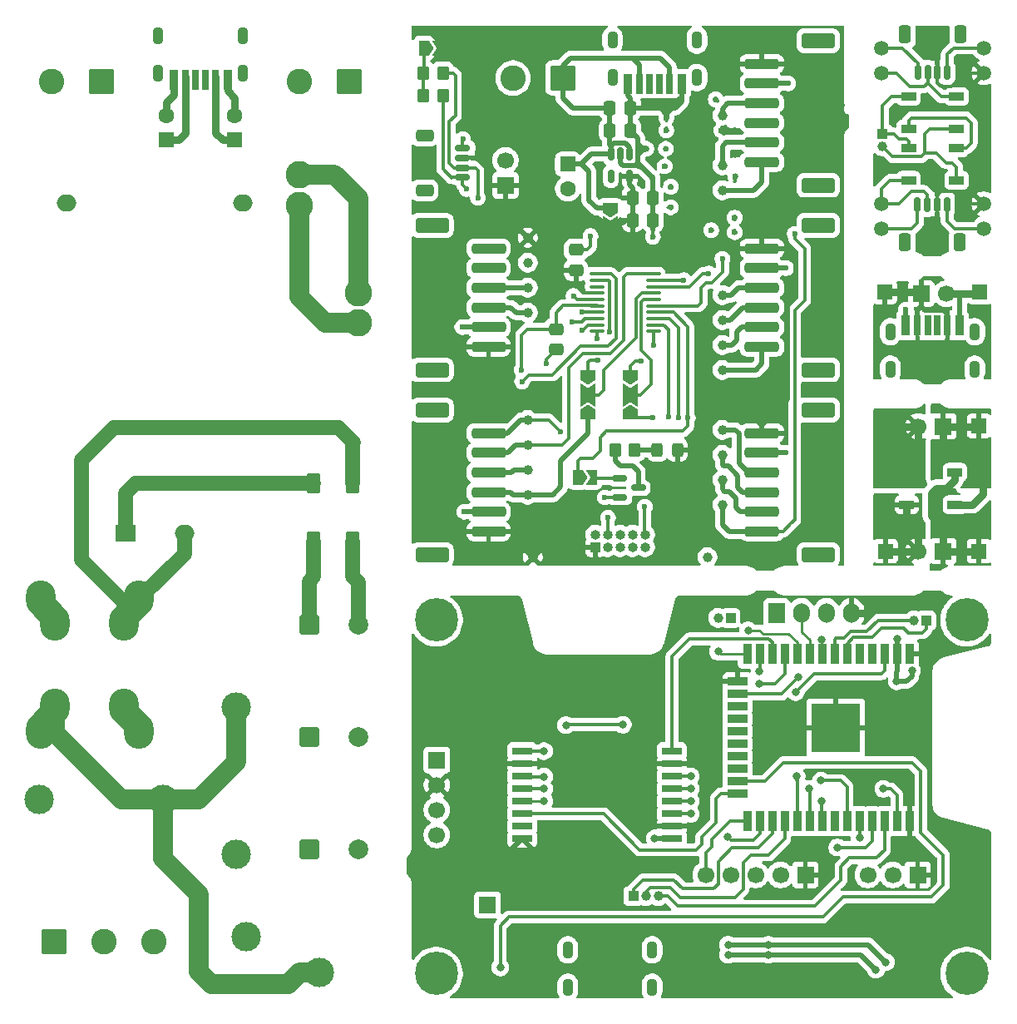
<source format=gtl>
%TF.GenerationSoftware,KiCad,Pcbnew,9.0.2*%
%TF.CreationDate,2025-06-27T09:15:38+02:00*%
%TF.ProjectId,led_driver_220v_p3,6c65645f-6472-4697-9665-725f32323076,rev?*%
%TF.SameCoordinates,Original*%
%TF.FileFunction,Copper,L1,Top*%
%TF.FilePolarity,Positive*%
%FSLAX46Y46*%
G04 Gerber Fmt 4.6, Leading zero omitted, Abs format (unit mm)*
G04 Created by KiCad (PCBNEW 9.0.2) date 2025-06-27 09:15:38*
%MOMM*%
%LPD*%
G01*
G04 APERTURE LIST*
G04 Aperture macros list*
%AMRoundRect*
0 Rectangle with rounded corners*
0 $1 Rounding radius*
0 $2 $3 $4 $5 $6 $7 $8 $9 X,Y pos of 4 corners*
0 Add a 4 corners polygon primitive as box body*
4,1,4,$2,$3,$4,$5,$6,$7,$8,$9,$2,$3,0*
0 Add four circle primitives for the rounded corners*
1,1,$1+$1,$2,$3*
1,1,$1+$1,$4,$5*
1,1,$1+$1,$6,$7*
1,1,$1+$1,$8,$9*
0 Add four rect primitives between the rounded corners*
20,1,$1+$1,$2,$3,$4,$5,0*
20,1,$1+$1,$4,$5,$6,$7,0*
20,1,$1+$1,$6,$7,$8,$9,0*
20,1,$1+$1,$8,$9,$2,$3,0*%
%AMFreePoly0*
4,1,6,1.000000,0.000000,0.500000,-0.750000,-0.500000,-0.750000,-0.500000,0.750000,0.500000,0.750000,1.000000,0.000000,1.000000,0.000000,$1*%
%AMFreePoly1*
4,1,6,0.500000,-0.750000,-0.650000,-0.750000,-0.150000,0.000000,-0.650000,0.750000,0.500000,0.750000,0.500000,-0.750000,0.500000,-0.750000,$1*%
%AMFreePoly2*
4,1,7,0.700000,0.000000,1.200000,-0.750000,-1.200000,-0.750000,-0.700000,0.000000,-1.200000,0.750000,1.200000,0.750000,0.700000,0.000000,0.700000,0.000000,$1*%
G04 Aperture macros list end*
%TA.AperFunction,SMDPad,CuDef*%
%ADD10R,1.500000X1.500000*%
%TD*%
%TA.AperFunction,SMDPad,CuDef*%
%ADD11FreePoly0,270.000000*%
%TD*%
%TA.AperFunction,SMDPad,CuDef*%
%ADD12FreePoly1,270.000000*%
%TD*%
%TA.AperFunction,SMDPad,CuDef*%
%ADD13R,2.000000X0.800000*%
%TD*%
%TA.AperFunction,SMDPad,CuDef*%
%ADD14FreePoly0,0.000000*%
%TD*%
%TA.AperFunction,SMDPad,CuDef*%
%ADD15FreePoly1,0.000000*%
%TD*%
%TA.AperFunction,ComponentPad*%
%ADD16RoundRect,0.250000X-0.750000X-0.750000X0.750000X-0.750000X0.750000X0.750000X-0.750000X0.750000X0*%
%TD*%
%TA.AperFunction,ComponentPad*%
%ADD17C,2.000000*%
%TD*%
%TA.AperFunction,SMDPad,CuDef*%
%ADD18RoundRect,0.100000X-0.637500X-0.100000X0.637500X-0.100000X0.637500X0.100000X-0.637500X0.100000X0*%
%TD*%
%TA.AperFunction,ComponentPad*%
%ADD19C,1.000000*%
%TD*%
%TA.AperFunction,ComponentPad*%
%ADD20RoundRect,0.250000X1.050000X1.050000X-1.050000X1.050000X-1.050000X-1.050000X1.050000X-1.050000X0*%
%TD*%
%TA.AperFunction,ComponentPad*%
%ADD21C,2.600000*%
%TD*%
%TA.AperFunction,SMDPad,CuDef*%
%ADD22RoundRect,0.090000X-0.660000X-0.360000X0.660000X-0.360000X0.660000X0.360000X-0.660000X0.360000X0*%
%TD*%
%TA.AperFunction,SMDPad,CuDef*%
%ADD23RoundRect,0.150000X-0.625000X0.150000X-0.625000X-0.150000X0.625000X-0.150000X0.625000X0.150000X0*%
%TD*%
%TA.AperFunction,SMDPad,CuDef*%
%ADD24RoundRect,0.250000X-0.650000X0.350000X-0.650000X-0.350000X0.650000X-0.350000X0.650000X0.350000X0*%
%TD*%
%TA.AperFunction,ComponentPad*%
%ADD25C,1.500000*%
%TD*%
%TA.AperFunction,SMDPad,CuDef*%
%ADD26RoundRect,0.090000X0.660000X0.360000X-0.660000X0.360000X-0.660000X-0.360000X0.660000X-0.360000X0*%
%TD*%
%TA.AperFunction,ComponentPad*%
%ADD27RoundRect,0.250000X-1.050000X-1.050000X1.050000X-1.050000X1.050000X1.050000X-1.050000X1.050000X0*%
%TD*%
%TA.AperFunction,SMDPad,CuDef*%
%ADD28RoundRect,0.250000X1.500000X-0.250000X1.500000X0.250000X-1.500000X0.250000X-1.500000X-0.250000X0*%
%TD*%
%TA.AperFunction,SMDPad,CuDef*%
%ADD29RoundRect,0.250001X1.449999X-0.499999X1.449999X0.499999X-1.449999X0.499999X-1.449999X-0.499999X0*%
%TD*%
%TA.AperFunction,SMDPad,CuDef*%
%ADD30RoundRect,0.250000X-0.350000X-0.450000X0.350000X-0.450000X0.350000X0.450000X-0.350000X0.450000X0*%
%TD*%
%TA.AperFunction,ComponentPad*%
%ADD31RoundRect,0.250000X-0.550000X0.550000X-0.550000X-0.550000X0.550000X-0.550000X0.550000X0.550000X0*%
%TD*%
%TA.AperFunction,ComponentPad*%
%ADD32C,1.600000*%
%TD*%
%TA.AperFunction,SMDPad,CuDef*%
%ADD33RoundRect,0.250000X-1.500000X0.250000X-1.500000X-0.250000X1.500000X-0.250000X1.500000X0.250000X0*%
%TD*%
%TA.AperFunction,SMDPad,CuDef*%
%ADD34RoundRect,0.250001X-1.449999X0.499999X-1.449999X-0.499999X1.449999X-0.499999X1.449999X0.499999X0*%
%TD*%
%TA.AperFunction,ComponentPad*%
%ADD35C,3.000000*%
%TD*%
%TA.AperFunction,SMDPad,CuDef*%
%ADD36RoundRect,0.150000X-0.150000X0.512500X-0.150000X-0.512500X0.150000X-0.512500X0.150000X0.512500X0*%
%TD*%
%TA.AperFunction,ComponentPad*%
%ADD37C,4.400000*%
%TD*%
%TA.AperFunction,ComponentPad*%
%ADD38R,1.700000X1.700000*%
%TD*%
%TA.AperFunction,ComponentPad*%
%ADD39C,1.700000*%
%TD*%
%TA.AperFunction,SMDPad,CuDef*%
%ADD40RoundRect,0.250000X0.475000X-0.337500X0.475000X0.337500X-0.475000X0.337500X-0.475000X-0.337500X0*%
%TD*%
%TA.AperFunction,ComponentPad*%
%ADD41R,1.000000X1.000000*%
%TD*%
%TA.AperFunction,ComponentPad*%
%ADD42O,1.000000X1.000000*%
%TD*%
%TA.AperFunction,ComponentPad*%
%ADD43RoundRect,0.250000X0.550000X-0.550000X0.550000X0.550000X-0.550000X0.550000X-0.550000X-0.550000X0*%
%TD*%
%TA.AperFunction,SMDPad,CuDef*%
%ADD44RoundRect,0.250000X0.337500X0.475000X-0.337500X0.475000X-0.337500X-0.475000X0.337500X-0.475000X0*%
%TD*%
%TA.AperFunction,SMDPad,CuDef*%
%ADD45R,0.700000X2.000000*%
%TD*%
%TA.AperFunction,SMDPad,CuDef*%
%ADD46R,0.800000X2.000000*%
%TD*%
%TA.AperFunction,SMDPad,CuDef*%
%ADD47R,0.900000X2.000000*%
%TD*%
%TA.AperFunction,HeatsinkPad*%
%ADD48O,1.100000X1.800000*%
%TD*%
%TA.AperFunction,SMDPad,CuDef*%
%ADD49RoundRect,0.250000X-0.475000X0.337500X-0.475000X-0.337500X0.475000X-0.337500X0.475000X0.337500X0*%
%TD*%
%TA.AperFunction,ComponentPad*%
%ADD50R,2.000000X1.700000*%
%TD*%
%TA.AperFunction,ComponentPad*%
%ADD51O,2.000000X1.700000*%
%TD*%
%TA.AperFunction,SMDPad,CuDef*%
%ADD52FreePoly0,90.000000*%
%TD*%
%TA.AperFunction,SMDPad,CuDef*%
%ADD53FreePoly2,90.000000*%
%TD*%
%TA.AperFunction,SMDPad,CuDef*%
%ADD54R,2.000000X0.900000*%
%TD*%
%TA.AperFunction,ComponentPad*%
%ADD55R,5.000000X5.000000*%
%TD*%
%TA.AperFunction,SMDPad,CuDef*%
%ADD56RoundRect,0.150000X-0.150000X-0.625000X0.150000X-0.625000X0.150000X0.625000X-0.150000X0.625000X0*%
%TD*%
%TA.AperFunction,SMDPad,CuDef*%
%ADD57RoundRect,0.250000X-0.350000X-0.650000X0.350000X-0.650000X0.350000X0.650000X-0.350000X0.650000X0*%
%TD*%
%TA.AperFunction,SMDPad,CuDef*%
%ADD58RoundRect,0.150000X0.150000X0.625000X-0.150000X0.625000X-0.150000X-0.625000X0.150000X-0.625000X0*%
%TD*%
%TA.AperFunction,SMDPad,CuDef*%
%ADD59RoundRect,0.250000X0.350000X0.650000X-0.350000X0.650000X-0.350000X-0.650000X0.350000X-0.650000X0*%
%TD*%
%TA.AperFunction,SMDPad,CuDef*%
%ADD60RoundRect,0.150000X-0.587500X-0.150000X0.587500X-0.150000X0.587500X0.150000X-0.587500X0.150000X0*%
%TD*%
%TA.AperFunction,SMDPad,CuDef*%
%ADD61RoundRect,0.210000X0.490000X-0.790000X0.490000X0.790000X-0.490000X0.790000X-0.490000X-0.790000X0*%
%TD*%
%TA.AperFunction,SMDPad,CuDef*%
%ADD62RoundRect,0.250000X-0.325000X-0.450000X0.325000X-0.450000X0.325000X0.450000X-0.325000X0.450000X0*%
%TD*%
%TA.AperFunction,ComponentPad*%
%ADD63O,3.000000X3.600000*%
%TD*%
%TA.AperFunction,ComponentPad*%
%ADD64O,1.700000X2.000000*%
%TD*%
%TA.AperFunction,ComponentPad*%
%ADD65R,1.700000X2.000000*%
%TD*%
%TA.AperFunction,ViaPad*%
%ADD66C,0.600000*%
%TD*%
%TA.AperFunction,ViaPad*%
%ADD67C,0.800000*%
%TD*%
%TA.AperFunction,ViaPad*%
%ADD68C,2.800000*%
%TD*%
%TA.AperFunction,Conductor*%
%ADD69C,0.800000*%
%TD*%
%TA.AperFunction,Conductor*%
%ADD70C,0.500000*%
%TD*%
%TA.AperFunction,Conductor*%
%ADD71C,0.300000*%
%TD*%
%TA.AperFunction,Conductor*%
%ADD72C,0.750000*%
%TD*%
%TA.AperFunction,Conductor*%
%ADD73C,1.500000*%
%TD*%
%TA.AperFunction,Conductor*%
%ADD74C,2.000000*%
%TD*%
%TA.AperFunction,Conductor*%
%ADD75C,0.250000*%
%TD*%
G04 APERTURE END LIST*
D10*
%TO.P,TP18,1,1*%
%TO.N,+5V*%
X148250000Y-81250000D03*
%TD*%
D11*
%TO.P,JP2,1,A*%
%TO.N,+5V*%
X110701000Y-59087000D03*
D12*
%TO.P,JP2,2,B*%
%TO.N,+3.3V*%
X110701000Y-60537000D03*
%TD*%
D13*
%TO.P,U1,1,VCC*%
%TO.N,+3.3V*%
X116974800Y-123247600D03*
%TO.P,U1,2,GND*%
%TO.N,GND*%
X116974800Y-121977600D03*
%TO.P,U1,3,MISO_TX*%
%TO.N,/E28_MISO_TX*%
X116974800Y-120707600D03*
%TO.P,U1,4,MOSI_RX*%
%TO.N,/E28_MISO_RX*%
X116974800Y-119437600D03*
%TO.P,U1,5,SCK_RTS*%
%TO.N,/E28_SCK_RTS*%
X116974800Y-118167600D03*
%TO.P,U1,6,NSS_CTS*%
%TO.N,/E28_NSS_CTS*%
X116974800Y-116897600D03*
%TO.P,U1,7,GND*%
%TO.N,GND*%
X116974800Y-115627600D03*
%TO.P,U1,8,RX_EN*%
%TO.N,/E28_RX_EN*%
X116974800Y-114357600D03*
%TO.P,U1,9,TX_EN*%
%TO.N,/E28_TX_EN*%
X101734800Y-114357600D03*
%TO.P,U1,10,GND*%
%TO.N,GND*%
X101734800Y-115627600D03*
%TO.P,U1,11,NRESET*%
%TO.N,/E28_NRESET*%
X101734800Y-116897600D03*
%TO.P,U1,12,BUSY*%
%TO.N,/E28_BUSY*%
X101734800Y-118167600D03*
%TO.P,U1,13,DIO1*%
%TO.N,/E28_DIO1*%
X101734800Y-119437600D03*
%TO.P,U1,14,DIO2*%
%TO.N,/E28_DIO2*%
X101734800Y-120707600D03*
%TO.P,U1,15,DIO3*%
%TO.N,unconnected-(U1-DIO3-Pad15)*%
X101734800Y-121977600D03*
%TO.P,U1,16,GND*%
%TO.N,GND*%
X101734800Y-123247600D03*
%TD*%
D14*
%TO.P,JP3,1,A*%
%TO.N,/MCU/GPIO_PA7*%
X107409000Y-86482000D03*
D15*
%TO.P,JP3,2,B*%
%TO.N,/MCU/FETG*%
X108859000Y-86482000D03*
%TD*%
D16*
%TO.P,C10,1*%
%TO.N,/High Voltage/DC+230V*%
X80052000Y-124328000D03*
D17*
%TO.P,C10,2*%
%TO.N,/High Voltage/DC-AGND*%
X85052000Y-124328000D03*
%TD*%
D18*
%TO.P,U2,1,PB7/PB8*%
%TO.N,/MCU/USART1_RX*%
X109367500Y-65777000D03*
%TO.P,U2,2,PB9/PC14-OSC32_IN*%
%TO.N,/MCU/SPI2_CS*%
X109367500Y-66427000D03*
%TO.P,U2,3,PC15-OSC32_OUT*%
%TO.N,unconnected-(U2-PC15-OSC32_OUT-Pad3)*%
X109367500Y-67077000D03*
%TO.P,U2,4,VDD/VDDA*%
%TO.N,+3.3V*%
X109367500Y-67727000D03*
%TO.P,U2,5,VSS/VSSA*%
%TO.N,GND*%
X109367500Y-68377000D03*
%TO.P,U2,6,~{RST}/PF2*%
%TO.N,/MCU/NRST*%
X109367500Y-69027000D03*
%TO.P,U2,7,PA0*%
%TO.N,/MCU/SPI2_SCK*%
X109367500Y-69677000D03*
%TO.P,U2,8,PA1*%
%TO.N,/MCU/I2S1_CK*%
X109367500Y-70327000D03*
%TO.P,U2,9,PA2*%
%TO.N,/MCU/I2S1_SD*%
X109367500Y-70977000D03*
%TO.P,U2,10,PA3*%
%TO.N,/MCU/SPI2_MISO*%
X109367500Y-71627000D03*
%TO.P,U2,11,PA4*%
%TO.N,/MCU/SPI2_MOSI*%
X115092500Y-71627000D03*
%TO.P,U2,12,PA5*%
%TO.N,/MCU/GPIO_ADC1_IN5*%
X115092500Y-70977000D03*
%TO.P,U2,13,PA6*%
%TO.N,/MCU/GPIO_TIM3_CH1*%
X115092500Y-70327000D03*
%TO.P,U2,14,PA7*%
%TO.N,/MCU/GPIO_PA7*%
X115092500Y-69677000D03*
%TO.P,U2,15,PB0/PB1/PB2/PA8*%
%TO.N,/MCU/I2S1_WS*%
X115092500Y-69027000D03*
%TO.P,U2,16,PA11_[PA9]*%
%TO.N,/MCU/I2C2_SCL_UART1_CTS*%
X115092500Y-68377000D03*
%TO.P,U2,17,PA12_[PA10]*%
%TO.N,/MCU/I2C2_SDA_UART1_RTS*%
X115092500Y-67727000D03*
%TO.P,U2,18,PA13*%
%TO.N,/MCU/SWDIO*%
X115092500Y-67077000D03*
%TO.P,U2,19,PA15/PA14-BOOT0*%
%TO.N,/MCU/SWCLK*%
X115092500Y-66427000D03*
%TO.P,U2,20,PB3/PB4/PB5/PB6*%
%TO.N,/MCU/USART1_TX*%
X115092500Y-65777000D03*
%TD*%
D19*
%TO.P,TP5,1,1*%
%TO.N,/MCU/GPIO_ADC1_IN5*%
X122136000Y-86736000D03*
%TD*%
D10*
%TO.P,TP21,1,1*%
%TO.N,/Addition/IN*%
X138750000Y-94000000D03*
%TD*%
D19*
%TO.P,TP4,1,1*%
%TO.N,/MCU/SPI2_MOSI*%
X122136000Y-73020000D03*
%TD*%
%TO.P,TP15,1,1*%
%TO.N,GND*%
X120612000Y-94610000D03*
%TD*%
D10*
%TO.P,TP19,1,1*%
%TO.N,GND*%
X138750000Y-81250000D03*
%TD*%
D20*
%TO.P,J8,1,Pin_1*%
%TO.N,+5V*%
X105885000Y-45842000D03*
D21*
%TO.P,J8,2,Pin_2*%
%TO.N,GND*%
X100805000Y-45842000D03*
%TD*%
D22*
%TO.P,D4,1,VDD*%
%TO.N,/Addition/Q_5.0V*%
X141073000Y-47741000D03*
%TO.P,D4,2,DOUT*%
%TO.N,Net-(D4-DOUT)*%
X141073000Y-51041000D03*
%TO.P,D4,3,VSS*%
%TO.N,/Addition/Q_GND*%
X145973000Y-51041000D03*
%TO.P,D4,4,DIN*%
%TO.N,/Addition/Q_SDA_IN*%
X145973000Y-47741000D03*
%TD*%
D23*
%TO.P,J3,1,Pin_1*%
%TO.N,GND*%
X95688000Y-52978000D03*
%TO.P,J3,2,Pin_2*%
%TO.N,+3.3V*%
X95688000Y-53978000D03*
%TO.P,J3,3,Pin_3*%
%TO.N,/MCU/I2C2_SDA*%
X95688000Y-54978000D03*
%TO.P,J3,4,Pin_4*%
%TO.N,/MCU/I2C2_SCL*%
X95688000Y-55978000D03*
D24*
%TO.P,J3,MP*%
%TO.N,N/C*%
X91813000Y-51678000D03*
X91813000Y-57278000D03*
%TD*%
D25*
%TO.P,TP24,1,1*%
%TO.N,/Addition/Q_3.3V*%
X148730000Y-58662000D03*
%TD*%
D26*
%TO.P,D3,1,VDD*%
%TO.N,+5V*%
X145800000Y-89268000D03*
%TO.P,D3,2,DOUT*%
%TO.N,/Addition/OUT*%
X145800000Y-85968000D03*
%TO.P,D3,3,VSS*%
%TO.N,GND*%
X140900000Y-85968000D03*
%TO.P,D3,4,DIN*%
%TO.N,/Addition/IN*%
X140900000Y-89268000D03*
%TD*%
D27*
%TO.P,J9,1,Pin_1*%
%TO.N,/High Voltage/L*%
X54064000Y-133726000D03*
D21*
%TO.P,J9,2,Pin_2*%
%TO.N,/High Voltage/PE*%
X59144000Y-133726000D03*
%TO.P,J9,3,Pin_3*%
%TO.N,/High Voltage/N*%
X64224000Y-133726000D03*
%TD*%
D28*
%TO.P,J7,1,Pin_1*%
%TO.N,/MCU/I2S1_WS*%
X126144000Y-54398000D03*
%TO.P,J7,2,Pin_2*%
%TO.N,/MCU/I2S1_SD*%
X126144000Y-52398000D03*
%TO.P,J7,3,Pin_3*%
%TO.N,unconnected-(J7-Pin_3-Pad3)*%
X126144000Y-50398000D03*
%TO.P,J7,4,Pin_4*%
%TO.N,/MCU/I2S1_CK*%
X126144000Y-48398000D03*
%TO.P,J7,5,Pin_5*%
%TO.N,GND*%
X126144000Y-46398000D03*
%TO.P,J7,6,Pin_6*%
%TO.N,+3.3V*%
X126144000Y-44398000D03*
D29*
%TO.P,J7,MP*%
%TO.N,N/C*%
X131894000Y-56748000D03*
X131894000Y-42048000D03*
%TD*%
D19*
%TO.P,TP10a1,1,1*%
%TO.N,/MCU/I2C2_SDA*%
X102324000Y-69718000D03*
%TD*%
D25*
%TO.P,TP25,1,1*%
%TO.N,/Addition/Q_GND*%
X148730000Y-42787000D03*
%TD*%
%TO.P,TP29,1,1*%
%TO.N,/Addition/Q_GND*%
X148730000Y-61202000D03*
%TD*%
D30*
%TO.P,R1,1*%
%TO.N,Net-(JP1-A)*%
X91688000Y-47620000D03*
%TO.P,R1,2*%
%TO.N,/MCU/I2C2_SCL*%
X93688000Y-47620000D03*
%TD*%
D10*
%TO.P,TP17,1,1*%
%TO.N,/Addition/USB-GND*%
X148323600Y-67653600D03*
%TD*%
D31*
%TO.P,C12,1*%
%TO.N,+5V*%
X106383000Y-54605000D03*
D32*
%TO.P,C12,2*%
%TO.N,GND*%
X106383000Y-57105000D03*
%TD*%
D33*
%TO.P,J6,1,Pin_1*%
%TO.N,/MCU/USART1_CTS*%
X98316000Y-81990000D03*
%TO.P,J6,2,Pin_2*%
%TO.N,/MCU/USART1_TX*%
X98316000Y-83990000D03*
%TO.P,J6,3,Pin_3*%
%TO.N,/MCU/USART1_RX*%
X98316000Y-85990000D03*
%TO.P,J6,4,Pin_4*%
%TO.N,/MCU/USART1_RTS*%
X98316000Y-87990000D03*
%TO.P,J6,5,Pin_5*%
%TO.N,GND*%
X98316000Y-89990000D03*
%TO.P,J6,6,Pin_6*%
%TO.N,+3.3V*%
X98316000Y-91990000D03*
D34*
%TO.P,J6,MP*%
%TO.N,N/C*%
X92566000Y-79640000D03*
X92566000Y-94340000D03*
%TD*%
D35*
%TO.P,F1,1*%
%TO.N,/High Voltage/L*%
X52540000Y-119248000D03*
%TO.P,F1,2*%
%TO.N,/High Voltage/TIN_L*%
X65140000Y-119248000D03*
%TD*%
D36*
%TO.P,U1,1,IN*%
%TO.N,+5V*%
X112672000Y-53594500D03*
%TO.P,U1,2,GND*%
%TO.N,GND*%
X111722000Y-53594500D03*
%TO.P,U1,3,EN*%
%TO.N,+5V*%
X110772000Y-53594500D03*
%TO.P,U1,4,NC*%
%TO.N,unconnected-(U1-NC-Pad4)*%
X110772000Y-55869500D03*
%TO.P,U1,5,OUT*%
%TO.N,+3.3V*%
X112672000Y-55869500D03*
%TD*%
D37*
%TO.P,H3,1*%
%TO.N,N/C*%
X147000000Y-101000000D03*
%TD*%
D19*
%TO.P,TP6,1,1*%
%TO.N,/MCU/GPIO_TIM3_CH1*%
X122136000Y-84196000D03*
%TD*%
D38*
%TO.P,J12,1,Pin_1*%
%TO.N,/Addition/USB+5V*%
X142380000Y-67806000D03*
D39*
%TO.P,J12,2,Pin_2*%
%TO.N,/Addition/USB-GND*%
X144920000Y-67806000D03*
%TD*%
D38*
%TO.P,J13,1,Pin_1*%
%TO.N,/Addition/OUT*%
X144610000Y-94000000D03*
D39*
%TO.P,J13,2,Pin_2*%
%TO.N,/Addition/IN*%
X142070000Y-94000000D03*
%TD*%
D40*
%TO.P,C5,1*%
%TO.N,GND*%
X105189200Y-73473300D03*
%TO.P,C5,2*%
%TO.N,/MCU/NRST*%
X105189200Y-71398300D03*
%TD*%
D41*
%TO.P,J1,1,Pin_1*%
%TO.N,+3.3V*%
X109182000Y-93594000D03*
D42*
%TO.P,J1,2,Pin_2*%
%TO.N,/MCU/SWDIO*%
X109182000Y-92324000D03*
%TO.P,J1,3,Pin_3*%
%TO.N,GND*%
X110452000Y-93594000D03*
%TO.P,J1,4,Pin_4*%
%TO.N,/MCU/SWCLK*%
X110452000Y-92324000D03*
%TO.P,J1,5,Pin_5*%
%TO.N,GND*%
X111722000Y-93594000D03*
%TO.P,J1,6,Pin_6*%
%TO.N,/MCU/SWO*%
X111722000Y-92324000D03*
%TO.P,J1,7,Pin_7*%
%TO.N,unconnected-(J1-Pin_7-Pad7)*%
X112992000Y-93594000D03*
%TO.P,J1,8,Pin_8*%
%TO.N,unconnected-(J1-Pin_8-Pad8)*%
X112992000Y-92324000D03*
%TO.P,J1,9,Pin_9*%
%TO.N,GND*%
X114262000Y-93594000D03*
%TO.P,J1,10,Pin_10*%
%TO.N,/MCU/NRST*%
X114262000Y-92324000D03*
%TD*%
D25*
%TO.P,TP28,1,1*%
%TO.N,/Addition/Q_3.3V*%
X148730000Y-45327000D03*
%TD*%
D10*
%TO.P,TP16,1,1*%
%TO.N,/Addition/USB+5V*%
X138671600Y-67653600D03*
%TD*%
D43*
%TO.P,C9,1*%
%TO.N,/High Voltage/DC+5V*%
X72479000Y-52152000D03*
D32*
%TO.P,C9,2*%
%TO.N,/High Voltage/DC-GND*%
X72479000Y-49652000D03*
%TD*%
D37*
%TO.P,H1,1*%
%TO.N,N/C*%
X93000000Y-101000000D03*
%TD*%
D19*
%TO.P,TP9,1,1*%
%TO.N,/MCU/USART1_TX*%
X102324000Y-83180000D03*
%TD*%
D35*
%TO.P,X1,1*%
%TO.N,/High Voltage/TIN_L*%
X72606000Y-109850000D03*
%TO.P,X1,2*%
%TO.N,/High Voltage/N*%
X72606000Y-124850000D03*
%TD*%
D44*
%TO.P,C4,1*%
%TO.N,GND*%
X115045500Y-60320000D03*
%TO.P,C4,2*%
%TO.N,+3.3V*%
X112970500Y-60320000D03*
%TD*%
D41*
%TO.P,J9,1,Pin_1*%
%TO.N,/IO25*%
X122956000Y-100794000D03*
D19*
%TO.P,J9,2,Pin_2*%
%TO.N,/IO12*%
X121686000Y-100794000D03*
%TD*%
%TO.P,TP2,1,1*%
%TO.N,/MCU/I2S1_CK*%
X122136000Y-49668000D03*
%TD*%
D45*
%TO.P,P3,A5,CC*%
%TO.N,unconnected-(P3-CC-PadA5)*%
X143023000Y-71022500D03*
D46*
%TO.P,P3,A9,VBUS*%
%TO.N,/Addition/USB+5V*%
X145043000Y-71022500D03*
D47*
%TO.P,P3,A12,GND*%
%TO.N,/Addition/USB-GND*%
X146273000Y-71022500D03*
D45*
%TO.P,P3,B5,VCONN*%
%TO.N,unconnected-(P3-VCONN-PadB5)*%
X144023000Y-71022500D03*
D46*
%TO.P,P3,B9,VBUS*%
%TO.N,/Addition/USB+5V*%
X142003000Y-71022500D03*
D47*
%TO.P,P3,B12,GND*%
%TO.N,/Addition/USB-GND*%
X140773000Y-71022500D03*
D48*
%TO.P,P3,S1,SHIELD*%
%TO.N,unconnected-(P3-SHIELD-PadS1)_1*%
X139223000Y-71672500D03*
%TO.N,unconnected-(P3-SHIELD-PadS1)_2*%
X139223000Y-75472500D03*
%TO.N,unconnected-(P3-SHIELD-PadS1)*%
X147823000Y-71672500D03*
%TO.N,unconnected-(P3-SHIELD-PadS1)_3*%
X147823000Y-75472500D03*
%TD*%
D49*
%TO.P,C11,1*%
%TO.N,GND*%
X107221200Y-63325000D03*
%TO.P,C11,2*%
%TO.N,+3.3V*%
X107221200Y-65400000D03*
%TD*%
D19*
%TO.P,TP3b1,1,1*%
%TO.N,/MCU/I2S1_SD*%
X122136000Y-89276000D03*
%TD*%
D28*
%TO.P,J5,1,Pin_1*%
%TO.N,/MCU/I2S1_SD*%
X126144000Y-91990000D03*
%TO.P,J5,2,Pin_2*%
%TO.N,/MCU/GPIO_ADC1_IN5*%
X126144000Y-89990000D03*
%TO.P,J5,3,Pin_3*%
%TO.N,/MCU/GPIO_TIM3_CH1*%
X126144000Y-87990000D03*
%TO.P,J5,4,Pin_4*%
%TO.N,/MCU/GPIO_PA7*%
X126144000Y-85990000D03*
%TO.P,J5,5,Pin_5*%
%TO.N,GND*%
X126144000Y-83990000D03*
%TO.P,J5,6,Pin_6*%
%TO.N,+3.3V*%
X126144000Y-81990000D03*
D29*
%TO.P,J5,MP*%
%TO.N,N/C*%
X131894000Y-94340000D03*
X131894000Y-79640000D03*
%TD*%
D16*
%TO.P,C6,1*%
%TO.N,/High Voltage/DC+230V*%
X80052000Y-101468000D03*
D17*
%TO.P,C6,2*%
%TO.N,/High Voltage/DC-AGND*%
X85052000Y-101468000D03*
%TD*%
D50*
%TO.P,PS1,1,AC/L*%
%TO.N,/High Voltage/TOUT_L*%
X61337500Y-92162500D03*
D51*
%TO.P,PS1,2,AC/N*%
%TO.N,/High Voltage/TOUT_N*%
X67337500Y-92162500D03*
%TO.P,PS1,3,-Vout*%
%TO.N,/High Voltage/DC-GND*%
X55337500Y-58562500D03*
%TO.P,PS1,4,+Vout*%
%TO.N,/High Voltage/DC+5V*%
X73337500Y-58562500D03*
%TD*%
D38*
%TO.P,J6,1,Pin_1*%
%TO.N,GND*%
X142006000Y-126956000D03*
D39*
%TO.P,J6,2,Pin_2*%
%TO.N,+BATT*%
X139466000Y-126956000D03*
%TO.P,J6,3,Pin_3*%
%TO.N,/CRSF_RX_TX*%
X136926000Y-126956000D03*
%TD*%
D52*
%TO.P,JP4,1,A*%
%TO.N,/MCU/USART1_CTS*%
X112738000Y-80100000D03*
D53*
%TO.P,JP4,2,C*%
%TO.N,/MCU/I2C2_SCL_UART1_CTS*%
X112738000Y-78100000D03*
D11*
%TO.P,JP4,3,B*%
%TO.N,/MCU/I2C2_SCL*%
X112738000Y-76100000D03*
%TD*%
D37*
%TO.P,H4,1*%
%TO.N,N/C*%
X147000000Y-137000000D03*
%TD*%
D47*
%TO.P,U2,1,GND*%
%TO.N,GND*%
X141165000Y-104486000D03*
%TO.P,U2,2,VDD*%
%TO.N,+3.3V*%
X139895000Y-104486000D03*
%TO.P,U2,3,EN*%
%TO.N,/EN*%
X138625000Y-104486000D03*
%TO.P,U2,4,SENSOR_VP*%
%TO.N,unconnected-(U2-SENSOR_VP-Pad4)*%
X137355000Y-104486000D03*
%TO.P,U2,5,SENSOR_VN*%
%TO.N,unconnected-(U2-SENSOR_VN-Pad5)*%
X136085000Y-104486000D03*
%TO.P,U2,6,IO34*%
%TO.N,/IO34*%
X134815000Y-104486000D03*
%TO.P,U2,7,IO35*%
%TO.N,/IO35*%
X133545000Y-104486000D03*
%TO.P,U2,8,IO32*%
%TO.N,/OLED_SDA*%
X132275000Y-104486000D03*
%TO.P,U2,9,IO33*%
%TO.N,/OLED_SCK*%
X131005000Y-104486000D03*
%TO.P,U2,10,IO25*%
%TO.N,/IO25*%
X129735000Y-104486000D03*
%TO.P,U2,11,IO26*%
%TO.N,/E28_TX_EN*%
X128465000Y-104486000D03*
%TO.P,U2,12,IO27*%
%TO.N,/E28_RX_EN*%
X127195000Y-104486000D03*
%TO.P,U2,13,IO14*%
%TO.N,/E28_NRESET*%
X125925000Y-104486000D03*
%TO.P,U2,14,IO12*%
%TO.N,/IO12*%
X124655000Y-104486000D03*
D54*
%TO.P,U2,15,GND*%
%TO.N,GND*%
X123655000Y-107271000D03*
%TO.P,U2,16,IO13*%
%TO.N,/CRSF_RX_TX*%
X123655000Y-108541000D03*
%TO.P,U2,17,SHD/SD2*%
%TO.N,unconnected-(U2-SHD{slash}SD2-Pad17)*%
X123655000Y-109811000D03*
%TO.P,U2,18,SWP/SD3*%
%TO.N,unconnected-(U2-SWP{slash}SD3-Pad18)*%
X123655000Y-111081000D03*
%TO.P,U2,19,SCS/CMD*%
%TO.N,unconnected-(U2-SCS{slash}CMD-Pad19)*%
X123655000Y-112351000D03*
%TO.P,U2,20,SCK/CLK*%
%TO.N,unconnected-(U2-SCK{slash}CLK-Pad20)*%
X123655000Y-113621000D03*
%TO.P,U2,21,SDO/SD0*%
%TO.N,unconnected-(U2-SDO{slash}SD0-Pad21)*%
X123655000Y-114891000D03*
%TO.P,U2,22,SDI/SD1*%
%TO.N,unconnected-(U2-SDI{slash}SD1-Pad22)*%
X123655000Y-116161000D03*
%TO.P,U2,23,IO15*%
%TO.N,/LED_RGB*%
X123655000Y-117431000D03*
%TO.P,U2,24,IO2*%
%TO.N,/E28_DIO2*%
X123655000Y-118701000D03*
D47*
%TO.P,U2,25,IO0*%
%TO.N,/ESP32_BOOT0*%
X124655000Y-121486000D03*
%TO.P,U2,26,IO4*%
%TO.N,/E28_DIO1*%
X125925000Y-121486000D03*
%TO.P,U2,27,IO16*%
%TO.N,/IO16*%
X127195000Y-121486000D03*
%TO.P,U2,28,IO17*%
%TO.N,/IO17*%
X128465000Y-121486000D03*
%TO.P,U2,29,IO5*%
%TO.N,/E28_NSS_CTS*%
X129735000Y-121486000D03*
%TO.P,U2,30,IO18*%
%TO.N,/E28_SCK_RTS*%
X131005000Y-121486000D03*
%TO.P,U2,31,IO19*%
%TO.N,/E28_MISO_RX*%
X132275000Y-121486000D03*
%TO.P,U2,32,NC*%
%TO.N,unconnected-(U2-NC-Pad32)*%
X133545000Y-121486000D03*
%TO.P,U2,33,IO21*%
%TO.N,/E28_BUSY*%
X134815000Y-121486000D03*
%TO.P,U2,34,RXD0/IO3*%
%TO.N,/ESP32_RX*%
X136085000Y-121486000D03*
%TO.P,U2,35,TXD0/IO1*%
%TO.N,/ESP32_TX*%
X137355000Y-121486000D03*
%TO.P,U2,36,IO22*%
%TO.N,/IO22*%
X138625000Y-121486000D03*
%TO.P,U2,37,IO23*%
%TO.N,/E28_MISO_TX*%
X139895000Y-121486000D03*
%TO.P,U2,38,GND*%
%TO.N,GND*%
X141165000Y-121486000D03*
D55*
%TO.P,U2,39,GND*%
X133665000Y-111986000D03*
%TD*%
D19*
%TO.P,TP12,1,1*%
%TO.N,+3.3V*%
X102324000Y-62098000D03*
%TD*%
%TO.P,TP13,1,1*%
%TO.N,+3.3V*%
X102832000Y-94610000D03*
%TD*%
%TO.P,TP7,1,1*%
%TO.N,/MCU/GPIO_PA7*%
X122136000Y-81656000D03*
%TD*%
D28*
%TO.P,J4,1,Pin_1*%
%TO.N,/MCU/SPI2_CS*%
X126144000Y-73194000D03*
%TO.P,J4,2,Pin_2*%
%TO.N,/MCU/SPI2_MOSI*%
X126144000Y-71194000D03*
%TO.P,J4,3,Pin_3*%
%TO.N,/MCU/SPI2_MISO*%
X126144000Y-69194000D03*
%TO.P,J4,4,Pin_4*%
%TO.N,/MCU/SPI2_SCK*%
X126144000Y-67194000D03*
%TO.P,J4,5,Pin_5*%
%TO.N,GND*%
X126144000Y-65194000D03*
%TO.P,J4,6,Pin_6*%
%TO.N,+3.3V*%
X126144000Y-63194000D03*
D29*
%TO.P,J4,MP*%
%TO.N,N/C*%
X131894000Y-75544000D03*
X131894000Y-60844000D03*
%TD*%
D19*
%TO.P,TP9b1,1,1*%
%TO.N,/MCU/USART1_CTS*%
X102324000Y-80640000D03*
%TD*%
D56*
%TO.P,J16,1,Pin_1*%
%TO.N,/Addition/Q_SCL_OUT*%
X142000000Y-58694000D03*
%TO.P,J16,2,Pin_2*%
%TO.N,/Addition/Q_SDA_OUT*%
X143000000Y-58694000D03*
%TO.P,J16,3,Pin_3*%
%TO.N,/Addition/Q_3.3V*%
X144000000Y-58694000D03*
%TO.P,J16,4,Pin_4*%
%TO.N,/Addition/Q_GND*%
X145000000Y-58694000D03*
D57*
%TO.P,J16,MP*%
%TO.N,N/C*%
X140700000Y-62569000D03*
X146300000Y-62569000D03*
%TD*%
D44*
%TO.P,C2,1*%
%TO.N,GND*%
X112738000Y-51176000D03*
%TO.P,C2,2*%
%TO.N,+5V*%
X110663000Y-51176000D03*
%TD*%
%TO.P,C3,1*%
%TO.N,GND*%
X115045500Y-58034000D03*
%TO.P,C3,2*%
%TO.N,+3.3V*%
X112970500Y-58034000D03*
%TD*%
D45*
%TO.P,P1,A5,CC*%
%TO.N,unconnected-(P1-CC-PadA5)*%
X115734000Y-46435500D03*
D46*
%TO.P,P1,A9,VBUS*%
%TO.N,+5V*%
X113714000Y-46435500D03*
D47*
%TO.P,P1,A12,GND*%
%TO.N,GND*%
X112484000Y-46435500D03*
D45*
%TO.P,P1,B5,VCONN*%
%TO.N,unconnected-(P1-VCONN-PadB5)*%
X114734000Y-46435500D03*
D46*
%TO.P,P1,B9,VBUS*%
%TO.N,+5V*%
X116754000Y-46435500D03*
D47*
%TO.P,P1,B12,GND*%
%TO.N,GND*%
X117984000Y-46435500D03*
D48*
%TO.P,P1,S1,SHIELD*%
%TO.N,unconnected-(P1-SHIELD-PadS1)_2*%
X119534000Y-45785500D03*
%TO.N,unconnected-(P1-SHIELD-PadS1)*%
X119534000Y-41985500D03*
%TO.N,unconnected-(P1-SHIELD-PadS1)_3*%
X110934000Y-45785500D03*
%TO.N,unconnected-(P1-SHIELD-PadS1)_1*%
X110934000Y-41985500D03*
%TD*%
D41*
%TO.P,J10,1,Pin_1*%
%TO.N,/IO16*%
X113050000Y-129115000D03*
D19*
%TO.P,J10,2,Pin_2*%
%TO.N,/IO17*%
X114320000Y-129115000D03*
%TO.P,J10,3,Pin_3*%
%TO.N,/IO22*%
X115590000Y-129115000D03*
%TD*%
D25*
%TO.P,TP26,1,1*%
%TO.N,/Addition/Q_SCL_OUT*%
X138316000Y-61202000D03*
%TD*%
D52*
%TO.P,JP5,1,A*%
%TO.N,/MCU/USART1_RTS*%
X108440400Y-80100000D03*
D53*
%TO.P,JP5,2,C*%
%TO.N,/MCU/I2C2_SDA_UART1_RTS*%
X108440400Y-78100000D03*
D11*
%TO.P,JP5,3,B*%
%TO.N,/MCU/I2C2_SDA*%
X108440400Y-76100000D03*
%TD*%
D19*
%TO.P,TP11,1,1*%
%TO.N,/MCU/SPI2_CS*%
X122136000Y-75560000D03*
%TD*%
D25*
%TO.P,TP22,1,1*%
%TO.N,/Addition/Q_SCL_IN*%
X138316000Y-42787000D03*
%TD*%
D16*
%TO.P,C8,1*%
%TO.N,/High Voltage/DC+230V*%
X80052000Y-112898000D03*
D17*
%TO.P,C8,2*%
%TO.N,/High Voltage/DC-AGND*%
X85052000Y-112898000D03*
%TD*%
D19*
%TO.P,TP3,1,1*%
%TO.N,/MCU/SPI2_MISO*%
X122136000Y-70480000D03*
%TD*%
%TO.P,TP9a1,1,1*%
%TO.N,/MCU/I2C2_SCL*%
X102324000Y-67178000D03*
%TD*%
D58*
%TO.P,J15,1,Pin_1*%
%TO.N,/Addition/Q_GND*%
X145023000Y-45295000D03*
%TO.P,J15,2,Pin_2*%
%TO.N,/Addition/Q_3.3V*%
X144023000Y-45295000D03*
%TO.P,J15,3,Pin_3*%
%TO.N,/Addition/Q_SDA_IN*%
X143023000Y-45295000D03*
%TO.P,J15,4,Pin_4*%
%TO.N,/Addition/Q_SCL_IN*%
X142023000Y-45295000D03*
D59*
%TO.P,J15,MP*%
%TO.N,N/C*%
X146323000Y-41420000D03*
X140723000Y-41420000D03*
%TD*%
D60*
%TO.P,Q1,1,G*%
%TO.N,/MCU/FETG*%
X111690000Y-86614000D03*
%TO.P,Q1,2,S*%
%TO.N,GND*%
X111690000Y-88514000D03*
%TO.P,Q1,3,D*%
%TO.N,/MCU/FETD*%
X113565000Y-87564000D03*
%TD*%
D45*
%TO.P,P2,A5,CC*%
%TO.N,unconnected-(P2-CC-PadA5)*%
X69499200Y-46029100D03*
D46*
%TO.P,P2,A9,VBUS*%
%TO.N,/High Voltage/DC+5V*%
X67479200Y-46029100D03*
D47*
%TO.P,P2,A12,GND*%
%TO.N,/High Voltage/DC-GND*%
X66249200Y-46029100D03*
D45*
%TO.P,P2,B5,VCONN*%
%TO.N,unconnected-(P2-VCONN-PadB5)*%
X68499200Y-46029100D03*
D46*
%TO.P,P2,B9,VBUS*%
%TO.N,/High Voltage/DC+5V*%
X70519200Y-46029100D03*
D47*
%TO.P,P2,B12,GND*%
%TO.N,/High Voltage/DC-GND*%
X71749200Y-46029100D03*
D48*
%TO.P,P2,S1,SHIELD*%
%TO.N,unconnected-(P2-SHIELD-PadS1)_1*%
X73299200Y-45379100D03*
%TO.N,unconnected-(P2-SHIELD-PadS1)_2*%
X73299200Y-41579100D03*
%TO.N,unconnected-(P2-SHIELD-PadS1)_3*%
X64699200Y-45379100D03*
%TO.N,unconnected-(P2-SHIELD-PadS1)*%
X64699200Y-41579100D03*
%TD*%
D19*
%TO.P,TP3a1,1,1*%
%TO.N,/MCU/I2S1_SD*%
X122136000Y-54732000D03*
%TD*%
D44*
%TO.P,C1,1*%
%TO.N,GND*%
X112738000Y-48890000D03*
%TO.P,C1,2*%
%TO.N,+5V*%
X110663000Y-48890000D03*
%TD*%
D19*
%TO.P,TP10b1,1,1*%
%TO.N,/MCU/USART1_RTS*%
X102324000Y-88260000D03*
%TD*%
D30*
%TO.P,R2,1*%
%TO.N,Net-(JP1-A)*%
X91672000Y-45334000D03*
%TO.P,R2,2*%
%TO.N,/MCU/I2C2_SDA*%
X93672000Y-45334000D03*
%TD*%
D38*
%TO.P,J14,1,Pin_1*%
%TO.N,+5V*%
X144610000Y-81300000D03*
D39*
%TO.P,J14,2,Pin_2*%
%TO.N,GND*%
X142070000Y-81300000D03*
%TD*%
D41*
%TO.P,J7,1,Pin_1*%
%TO.N,/IO34*%
X142895000Y-101048000D03*
D19*
%TO.P,J7,2,Pin_2*%
%TO.N,/IO35*%
X141625000Y-101048000D03*
%TD*%
D35*
%TO.P,RV1,1*%
%TO.N,/High Voltage/TIN_L*%
X81122000Y-136918000D03*
%TO.P,RV1,2*%
%TO.N,/High Voltage/N*%
X73622000Y-133218000D03*
%TD*%
D30*
%TO.P,R3,1*%
%TO.N,/MCU/FETD*%
X111214000Y-83688000D03*
%TO.P,R3,2*%
%TO.N,/MCU/LED*%
X113214000Y-83688000D03*
%TD*%
D37*
%TO.P,H2,1*%
%TO.N,N/C*%
X93000000Y-137000000D03*
%TD*%
D61*
%TO.P,D2,1,+*%
%TO.N,/High Voltage/DC+230V*%
X80512000Y-93013000D03*
%TO.P,D2,2,-*%
%TO.N,/High Voltage/DC-AGND*%
X84512000Y-93013000D03*
%TO.P,D2,3*%
%TO.N,/High Voltage/TOUT_N*%
X84512000Y-87063000D03*
%TO.P,D2,4*%
%TO.N,/High Voltage/TOUT_L*%
X80512000Y-87063000D03*
%TD*%
D38*
%TO.P,CN1,1,Pin_1*%
%TO.N,+3.3V*%
X100033000Y-56764000D03*
D39*
%TO.P,CN1,2,Pin_2*%
%TO.N,GND*%
X100033000Y-54224000D03*
%TD*%
D25*
%TO.P,TP27,1,1*%
%TO.N,/Addition/Q_SDA_OUT*%
X138316000Y-58662000D03*
%TD*%
D19*
%TO.P,TP14,1,1*%
%TO.N,GND*%
X102324000Y-64638000D03*
%TD*%
D62*
%TO.P,D1,1,K*%
%TO.N,/MCU/LED*%
X115491000Y-83688000D03*
%TO.P,D1,2,A*%
%TO.N,+3.3V*%
X117541000Y-83688000D03*
%TD*%
D33*
%TO.P,J2,1,Pin_1*%
%TO.N,unconnected-(J2-Pin_1-Pad1)*%
X98316000Y-63194000D03*
%TO.P,J2,2,Pin_2*%
%TO.N,unconnected-(J2-Pin_2-Pad2)*%
X98316000Y-65194000D03*
%TO.P,J2,3,Pin_3*%
%TO.N,/MCU/I2C2_SCL*%
X98316000Y-67194000D03*
%TO.P,J2,4,Pin_4*%
%TO.N,/MCU/I2C2_SDA*%
X98316000Y-69194000D03*
%TO.P,J2,5,Pin_5*%
%TO.N,GND*%
X98316000Y-71194000D03*
%TO.P,J2,6,Pin_6*%
%TO.N,+3.3V*%
X98316000Y-73194000D03*
D34*
%TO.P,J2,MP*%
%TO.N,N/C*%
X92566000Y-60844000D03*
X92566000Y-75544000D03*
%TD*%
D10*
%TO.P,TP20,1,1*%
%TO.N,/Addition/OUT*%
X148250000Y-94000000D03*
%TD*%
D63*
%TO.P,L1,1,1*%
%TO.N,/High Voltage/TIN_L*%
X54200000Y-109800000D03*
X52700000Y-112300000D03*
%TO.P,L1,2,2*%
%TO.N,/High Voltage/TOUT_L*%
X62700000Y-112300000D03*
X61200000Y-109800000D03*
%TO.P,L1,3,3*%
%TO.N,/High Voltage/N*%
X54200000Y-101300000D03*
X52700000Y-98800000D03*
%TO.P,L1,4,4*%
%TO.N,/High Voltage/TOUT_N*%
X62700000Y-98800000D03*
X61200000Y-101300000D03*
%TD*%
D14*
%TO.P,JP1,1,A*%
%TO.N,Net-(JP1-A)*%
X91730000Y-42794000D03*
D15*
%TO.P,JP1,2,B*%
%TO.N,+3.3V*%
X93180000Y-42794000D03*
%TD*%
D41*
%TO.P,J17,1,Pin_1*%
%TO.N,/Addition/Q_5.0V*%
X138443000Y-51550000D03*
D19*
%TO.P,J17,2,Pin_2*%
%TO.N,/Addition/Q_GND*%
X138443000Y-52820000D03*
%TD*%
%TO.P,TP8,1,1*%
%TO.N,/MCU/I2S1_WS*%
X122136000Y-57272000D03*
%TD*%
D43*
%TO.P,C7,1*%
%TO.N,/High Voltage/DC+5V*%
X65494000Y-52152000D03*
D32*
%TO.P,C7,2*%
%TO.N,/High Voltage/DC-GND*%
X65494000Y-49652000D03*
%TD*%
D38*
%TO.P,J8,1,Pin_1*%
%TO.N,GND*%
X130576000Y-126956000D03*
D39*
%TO.P,J8,2,Pin_2*%
%TO.N,+3.3V*%
X128036000Y-126956000D03*
%TO.P,J8,3,Pin_3*%
%TO.N,/ESP32_TX*%
X125496000Y-126956000D03*
%TO.P,J8,4,Pin_4*%
%TO.N,/ESP32_RX*%
X122956000Y-126956000D03*
%TO.P,J8,5,Pin_5*%
%TO.N,/ESP32_BOOT0*%
X120416000Y-126956000D03*
%TD*%
D22*
%TO.P,D5,1,VDD*%
%TO.N,/Addition/Q_5.0V*%
X141073000Y-52948000D03*
%TO.P,D5,2,DOUT*%
%TO.N,/Addition/Q_SDA_OUT*%
X141073000Y-56248000D03*
%TO.P,D5,3,VSS*%
%TO.N,/Addition/Q_GND*%
X145973000Y-56248000D03*
%TO.P,D5,4,DIN*%
%TO.N,Net-(D4-DOUT)*%
X145973000Y-52948000D03*
%TD*%
D20*
%TO.P,J11,1,Pin_1*%
%TO.N,/High Voltage/DC+230V*%
X84163000Y-46182500D03*
D21*
%TO.P,J11,2,Pin_2*%
%TO.N,/High Voltage/DC-AGND*%
X79083000Y-46182500D03*
%TD*%
D20*
%TO.P,J10,1,Pin_1*%
%TO.N,/High Voltage/DC+5V*%
X58895000Y-46182500D03*
D21*
%TO.P,J10,2,Pin_2*%
%TO.N,/High Voltage/DC-GND*%
X53815000Y-46182500D03*
%TD*%
D19*
%TO.P,TP1,1,1*%
%TO.N,/MCU/SPI2_SCK*%
X122136000Y-67940000D03*
%TD*%
%TO.P,TP10,1,1*%
%TO.N,/MCU/USART1_RX*%
X102324000Y-85720000D03*
%TD*%
D25*
%TO.P,TP23,1,1*%
%TO.N,/Addition/Q_SDA_IN*%
X138316000Y-45327000D03*
%TD*%
D48*
%TO.P,P1,S1,SHIELD*%
%TO.N,unconnected-(P1-SHIELD-PadS1)*%
X114980400Y-138386000D03*
%TO.N,unconnected-(P1-SHIELD-PadS1)_2*%
X114980400Y-134586000D03*
%TO.N,unconnected-(P1-SHIELD-PadS1)_1*%
X106380400Y-138386000D03*
%TO.N,unconnected-(P1-SHIELD-PadS1)_3*%
X106380400Y-134586000D03*
%TD*%
D38*
%TO.P,J4,1,Pin_1*%
%TO.N,+3.3V*%
X93048000Y-115272000D03*
D39*
%TO.P,J4,2,Pin_2*%
%TO.N,GND*%
X93048000Y-117812000D03*
%TO.P,J4,3,Pin_3*%
%TO.N,+BATT*%
X93048000Y-120352000D03*
%TO.P,J4,4,Pin_4*%
%TO.N,Net-(J4-Pin_4)*%
X93048000Y-122892000D03*
%TD*%
D64*
%TO.P,J5,1,Pin_1*%
%TO.N,GND*%
X135262800Y-100286000D03*
%TO.P,J5,2,Pin_2*%
%TO.N,+3.3V*%
X132722800Y-100286000D03*
%TO.P,J5,3,Pin_3*%
%TO.N,/OLED_SCK*%
X130182800Y-100286000D03*
D65*
%TO.P,J5,4,Pin_4*%
%TO.N,/OLED_SDA*%
X127642800Y-100286000D03*
%TD*%
D38*
%TO.P,J1,1,Pin_1*%
%TO.N,Net-(D1-DOUT)*%
X98216400Y-130004000D03*
%TD*%
D66*
%TO.N,GND*%
X95842000Y-89987200D03*
X116873200Y-56916400D03*
X120988000Y-61336000D03*
X108694400Y-61920200D03*
X123375600Y-51176000D03*
D67*
X106700000Y-128988000D03*
D66*
X95638800Y-71191200D03*
X121445200Y-48026400D03*
X116263600Y-54833600D03*
X116466800Y-48280400D03*
D67*
X115336000Y-105874000D03*
D66*
X110167600Y-88539400D03*
X128608000Y-65196800D03*
D67*
X103499600Y-136199400D03*
D66*
X123375600Y-61539200D03*
D67*
X99588000Y-127718000D03*
X133624000Y-131578800D03*
D66*
X115044400Y-61996400D03*
D67*
X118384000Y-105874000D03*
D66*
X123426400Y-53665200D03*
X114384000Y-53055600D03*
X123426400Y-55849600D03*
X128811200Y-46400800D03*
D67*
X119857200Y-110344400D03*
D66*
X106967200Y-68016200D03*
D67*
X107970000Y-135947600D03*
D66*
X128557200Y-83990000D03*
D67*
X140850800Y-134169600D03*
D66*
X116365200Y-53055600D03*
X116873200Y-58999200D03*
X122004000Y-51176000D03*
X116416000Y-49906000D03*
D67*
X109087600Y-106280400D03*
D66*
X116416000Y-51176000D03*
X95715000Y-52065000D03*
D67*
X113430400Y-135921600D03*
X97366000Y-112478000D03*
D66*
X123375600Y-60066000D03*
D67*
X115196800Y-126397200D03*
D66*
X104198600Y-74874200D03*
D67*
%TO.N,+3.3V*%
X139897800Y-102902200D03*
X122702000Y-134068000D03*
X139885600Y-107245600D03*
X138768000Y-135846000D03*
X141421800Y-106153400D03*
X122702000Y-135084000D03*
X126800000Y-134068000D03*
X126800000Y-135084000D03*
X137752000Y-136608000D03*
X115247600Y-123247600D03*
D66*
%TO.N,/MCU/NRST*%
X101684000Y-75560000D03*
X114231600Y-89479200D03*
D68*
%TO.N,/High Voltage/DC-AGND*%
X85052000Y-70734000D03*
X79083000Y-58796000D03*
X79083000Y-55646400D03*
X85052000Y-67686000D03*
D66*
%TO.N,/MCU/SWDIO*%
X120734000Y-65730200D03*
%TO.N,/MCU/SWCLK*%
X118194000Y-66416000D03*
X110472400Y-90596800D03*
%TO.N,/MCU/I2C2_SCL*%
X113876000Y-74671000D03*
X96096000Y-57145000D03*
%TO.N,/MCU/I2C2_SDA*%
X97239000Y-58034000D03*
X109431000Y-74559000D03*
%TO.N,/MCU/SPI2_SCK*%
X107830800Y-69667200D03*
%TO.N,/MCU/SPI2_MOSI*%
X115095200Y-73020000D03*
%TO.N,/MCU/SPI2_CS*%
X110605000Y-71651898D03*
%TO.N,/MCU/SPI2_MISO*%
X109367500Y-72372300D03*
%TO.N,/MCU/I2S1_SD*%
X107881600Y-71496000D03*
X129497000Y-61717000D03*
%TO.N,/MCU/GPIO_PA7*%
X118600400Y-80436800D03*
%TO.N,/MCU/GPIO_ADC1_IN5*%
X116619200Y-80335200D03*
%TO.N,/MCU/GPIO_TIM3_CH1*%
X117635200Y-80386000D03*
%TO.N,/MCU/USART1_RX*%
X101734800Y-76728400D03*
%TO.N,/MCU/USART1_CTS*%
X115019000Y-80386000D03*
X105646400Y-81859200D03*
%TO.N,/MCU/I2S1_WS*%
X122136000Y-64231600D03*
%TO.N,/MCU/I2S1_CK*%
X106814800Y-70632400D03*
D67*
%TO.N,/E28_TX_EN*%
X125915600Y-107499600D03*
X103970000Y-114357600D03*
%TO.N,/EN*%
X106192000Y-111716000D03*
X129598100Y-108350500D03*
X111983200Y-111665200D03*
%TO.N,/E28_DIO1*%
X103970000Y-119437600D03*
X122664400Y-123060169D03*
%TO.N,/E28_SCK_RTS*%
X118892000Y-118193000D03*
X130957000Y-118193000D03*
%TO.N,/E28_BUSY*%
X132164000Y-117354800D03*
X103970000Y-118193000D03*
%TO.N,/IO12*%
X121686000Y-104223000D03*
%TO.N,/LED_RGB*%
X99511800Y-136379400D03*
%TO.N,/IO25*%
X124734000Y-102076000D03*
%TO.N,/E28_NRESET*%
X103970000Y-116948400D03*
X125915600Y-106229600D03*
%TO.N,/E28_MISO_TX*%
X118892000Y-120733000D03*
X138514000Y-118193000D03*
%TO.N,/E28_NSS_CTS*%
X118892000Y-116923000D03*
X129687000Y-116923000D03*
%TO.N,/E28_MISO_RX*%
X132227000Y-119463000D03*
X118892000Y-119463000D03*
%TO.N,/CRSF_RX_TX*%
X129864800Y-106864600D03*
%TO.N,/ESP32_TX*%
X133815000Y-124162000D03*
%TO.N,/ESP32_RX*%
X136101000Y-123196800D03*
%TO.N,/OLED_SDA*%
X132252400Y-102978400D03*
D66*
%TO.N,/Addition/USB-GND*%
X140805200Y-69431600D03*
%TD*%
D69*
%TO.N,+5V*%
X148679200Y-88176800D02*
X148679200Y-84366800D01*
D70*
X115786000Y-43810000D02*
X112992000Y-43810000D01*
X112230000Y-52446000D02*
X111092000Y-52446000D01*
X105885000Y-45842000D02*
X105885000Y-47879000D01*
X108542000Y-55367000D02*
X108542000Y-58288000D01*
D69*
X144610000Y-83193200D02*
X144610000Y-81300000D01*
D70*
X110663000Y-52657000D02*
X110772000Y-52766000D01*
X106383000Y-54605000D02*
X107780000Y-54605000D01*
X105885000Y-44567000D02*
X106642000Y-43810000D01*
D69*
X145174000Y-83757200D02*
X144610000Y-83193200D01*
X144610000Y-81300000D02*
X148200000Y-81300000D01*
X148200000Y-81300000D02*
X148250000Y-81250000D01*
D70*
X116754000Y-44778000D02*
X115786000Y-43810000D01*
X109341000Y-59087000D02*
X110701000Y-59087000D01*
X108790500Y-53594500D02*
X110772000Y-53594500D01*
X116754000Y-46085500D02*
X116754000Y-44778000D01*
X110663000Y-51176000D02*
X110663000Y-48890000D01*
X112672000Y-53594500D02*
X112672000Y-52888000D01*
X107780000Y-54605000D02*
X108790500Y-53594500D01*
D69*
X147588000Y-89268000D02*
X148679200Y-88176800D01*
X148679200Y-84366800D02*
X148069600Y-83757200D01*
D70*
X113714000Y-44532000D02*
X113714000Y-46085500D01*
X110663000Y-51176000D02*
X110663000Y-52657000D01*
X110772000Y-52766000D02*
X110772000Y-53594500D01*
D69*
X148069600Y-83757200D02*
X145174000Y-83757200D01*
D70*
X108542000Y-58288000D02*
X109341000Y-59087000D01*
X107780000Y-54605000D02*
X108542000Y-55367000D01*
X106896000Y-48890000D02*
X110663000Y-48890000D01*
X112672000Y-52888000D02*
X112230000Y-52446000D01*
X105885000Y-47879000D02*
X106896000Y-48890000D01*
X112992000Y-43810000D02*
X113714000Y-44532000D01*
X105885000Y-45842000D02*
X105885000Y-44567000D01*
X111092000Y-52446000D02*
X110772000Y-52766000D01*
D69*
X145800000Y-89268000D02*
X147588000Y-89268000D01*
D70*
X106642000Y-43810000D02*
X112992000Y-43810000D01*
%TO.N,GND*%
X128605200Y-65194000D02*
X128608000Y-65196800D01*
X95641600Y-71194000D02*
X95638800Y-71191200D01*
D69*
X142070000Y-81300000D02*
X142070000Y-82898800D01*
D70*
X112484000Y-46085500D02*
X112484000Y-47620000D01*
X117984000Y-48216000D02*
X117984000Y-46085500D01*
D71*
X105189200Y-73473300D02*
X104198600Y-74463900D01*
D70*
X117310000Y-48890000D02*
X117984000Y-48216000D01*
X95844800Y-89990000D02*
X95842000Y-89987200D01*
D72*
X135262800Y-100286000D02*
X137053000Y-100286000D01*
D70*
X111722000Y-53594500D02*
X111722000Y-54478000D01*
X112738000Y-48890000D02*
X117310000Y-48890000D01*
X101734800Y-115627600D02*
X106172400Y-115627600D01*
D69*
X140906800Y-85961200D02*
X140900000Y-85968000D01*
D71*
X95688000Y-52978000D02*
X95688000Y-52092000D01*
D70*
X113500000Y-51938000D02*
X112738000Y-51176000D01*
D71*
X106967200Y-68016200D02*
X107328000Y-68377000D01*
D69*
X142070000Y-82898800D02*
X140906800Y-84062000D01*
D70*
X112738000Y-47874000D02*
X112738000Y-48890000D01*
X114434800Y-115627600D02*
X114333200Y-115729200D01*
D69*
X140906800Y-84062000D02*
X140906800Y-85961200D01*
D70*
X126144000Y-65194000D02*
X128605200Y-65194000D01*
D71*
X108694400Y-62987000D02*
X108694400Y-61920200D01*
X110193000Y-88514000D02*
X110167600Y-88539400D01*
D70*
X98316000Y-89990000D02*
X95844800Y-89990000D01*
X99677400Y-115653000D02*
X99652000Y-115627600D01*
D71*
X108356400Y-63325000D02*
X108694400Y-62987000D01*
D70*
X115045500Y-60320000D02*
X115045500Y-58034000D01*
D71*
X111690000Y-88514000D02*
X110193000Y-88514000D01*
D70*
X115273000Y-122003000D02*
X114384000Y-121114000D01*
X113500000Y-54478000D02*
X113500000Y-51938000D01*
X126144000Y-46398000D02*
X128808400Y-46398000D01*
D71*
X109087600Y-106280400D02*
X109290800Y-106483600D01*
X107221200Y-63325000D02*
X108356400Y-63325000D01*
X107328000Y-68377000D02*
X109367500Y-68377000D01*
D70*
X128557200Y-83990000D02*
X126144000Y-83990000D01*
X111976000Y-54732000D02*
X113246000Y-54732000D01*
X106172400Y-115627600D02*
X106200000Y-115600000D01*
X112484000Y-47620000D02*
X112738000Y-47874000D01*
D69*
X138800000Y-81300000D02*
X138750000Y-81250000D01*
D70*
X98316000Y-71194000D02*
X95641600Y-71194000D01*
X128808400Y-46398000D02*
X128811200Y-46400800D01*
X116987000Y-122003000D02*
X115273000Y-122003000D01*
X115045500Y-56023500D02*
X113500000Y-54478000D01*
D71*
X95688000Y-52092000D02*
X95715000Y-52065000D01*
D70*
X101747000Y-115653000D02*
X99677400Y-115653000D01*
D69*
X142070000Y-81300000D02*
X138800000Y-81300000D01*
D70*
X111722000Y-54478000D02*
X111976000Y-54732000D01*
X115045500Y-58034000D02*
X115045500Y-56023500D01*
X116974800Y-115627600D02*
X114434800Y-115627600D01*
D71*
X104198600Y-74463900D02*
X104198600Y-74874200D01*
D70*
X112738000Y-48890000D02*
X112738000Y-51176000D01*
X116987000Y-122003000D02*
X118892000Y-122003000D01*
X113246000Y-54732000D02*
X113500000Y-54478000D01*
X116987000Y-115653000D02*
X118892000Y-115653000D01*
%TO.N,+3.3V*%
X140888400Y-107245600D02*
X139885600Y-107245600D01*
X104200000Y-65400000D02*
X103800000Y-65000000D01*
X112672000Y-56698000D02*
X112992000Y-57018000D01*
X115654000Y-94864000D02*
X116416000Y-94864000D01*
X126144000Y-44398000D02*
X129551600Y-44398000D01*
X116974800Y-123247600D02*
X115247600Y-123247600D01*
X112961600Y-62352000D02*
X112961600Y-62461200D01*
X112970500Y-60320000D02*
X112970500Y-58034000D01*
D71*
X110701000Y-60537000D02*
X110103000Y-60537000D01*
D70*
X136228000Y-135084000D02*
X137752000Y-136608000D01*
X130157400Y-45003800D02*
X130157400Y-53258800D01*
D71*
X96477000Y-42794000D02*
X93180000Y-42794000D01*
D70*
X132735000Y-100298200D02*
X132735000Y-100755400D01*
X112970500Y-60320000D02*
X112970500Y-62343100D01*
X126800000Y-134068000D02*
X136990000Y-134068000D01*
D71*
X96993000Y-53978000D02*
X98128000Y-55113000D01*
D70*
X120911800Y-80233600D02*
X120505400Y-80640000D01*
D71*
X110103000Y-60537000D02*
X110066000Y-60574000D01*
D70*
X139885600Y-107245600D02*
X139885600Y-106280400D01*
X112961600Y-62461200D02*
X113694400Y-63194000D01*
X112970500Y-57039500D02*
X112970500Y-58034000D01*
X120505400Y-80640000D02*
X120505400Y-82748200D01*
X139895000Y-106271000D02*
X139895000Y-104486000D01*
X112992000Y-57018000D02*
X112970500Y-57039500D01*
X122702000Y-135084000D02*
X126800000Y-135084000D01*
X113694400Y-63194000D02*
X126144000Y-63194000D01*
X139895000Y-102905000D02*
X139897800Y-102902200D01*
X117541000Y-93739000D02*
X117541000Y-83688000D01*
X100800000Y-60574000D02*
X102324000Y-62098000D01*
X129551600Y-44398000D02*
X130157400Y-45003800D01*
D71*
X111299000Y-60537000D02*
X111336000Y-60574000D01*
D70*
X103800000Y-63574000D02*
X102324000Y-62098000D01*
X102832000Y-94610000D02*
X102832000Y-93980000D01*
X126144000Y-81147800D02*
X125229800Y-80233600D01*
D71*
X97366000Y-43683000D02*
X96477000Y-42794000D01*
D70*
X129624000Y-63749000D02*
X129624000Y-67813000D01*
D71*
X95688000Y-53978000D02*
X96977000Y-53978000D01*
D70*
X141421800Y-106712200D02*
X140888400Y-107245600D01*
D71*
X98636000Y-56764000D02*
X100033000Y-56764000D01*
D70*
X107221200Y-65400000D02*
X104200000Y-65400000D01*
X102832000Y-93970000D02*
X102832000Y-94610000D01*
X139895000Y-104486000D02*
X139895000Y-102905000D01*
X112672000Y-55869500D02*
X112672000Y-56698000D01*
X93603000Y-73194000D02*
X93124200Y-72715200D01*
X100800000Y-60574000D02*
X97010400Y-60574000D01*
X126144000Y-81990000D02*
X126144000Y-81147800D01*
X100033000Y-56764000D02*
X100033000Y-59807000D01*
X139885600Y-106280400D02*
X139895000Y-106271000D01*
D71*
X109367500Y-67727000D02*
X107948000Y-67727000D01*
X107948000Y-67727000D02*
X107221200Y-67000200D01*
D70*
X128481000Y-60066000D02*
X127159800Y-60066000D01*
X103208000Y-93594000D02*
X102832000Y-93970000D01*
X112225000Y-60320000D02*
X112970500Y-60320000D01*
X120505400Y-82748200D02*
X119565600Y-83688000D01*
D71*
X97366000Y-53589000D02*
X97366000Y-43683000D01*
D70*
X111336000Y-60574000D02*
X111971000Y-60574000D01*
X95156200Y-62428200D02*
X96992200Y-60592200D01*
X98316000Y-73194000D02*
X93603000Y-73194000D01*
X109431000Y-94864000D02*
X115654000Y-94864000D01*
X116416000Y-94864000D02*
X117541000Y-93739000D01*
X127159800Y-60066000D02*
X126144000Y-61081800D01*
X102832000Y-93980000D02*
X100842000Y-91990000D01*
X122702000Y-134068000D02*
X126800000Y-134068000D01*
X109182000Y-93594000D02*
X109182000Y-94615000D01*
X128735000Y-78556800D02*
X126144000Y-81147800D01*
X130157400Y-53258800D02*
X129166800Y-54249400D01*
X132722800Y-100286000D02*
X132735000Y-100298200D01*
X119565600Y-83688000D02*
X117541000Y-83688000D01*
X109182000Y-94615000D02*
X109431000Y-94864000D01*
D71*
X110701000Y-60537000D02*
X111299000Y-60537000D01*
D70*
X111971000Y-60574000D02*
X112225000Y-60320000D01*
X93124200Y-63114000D02*
X93810000Y-62428200D01*
X128735000Y-68702000D02*
X128735000Y-78556800D01*
D71*
X98128000Y-55113000D02*
X98128000Y-56256000D01*
D70*
X112970500Y-62343100D02*
X112961600Y-62352000D01*
X100033000Y-59807000D02*
X100800000Y-60574000D01*
X129166800Y-59380200D02*
X128481000Y-60066000D01*
X129624000Y-67813000D02*
X128735000Y-68702000D01*
X136990000Y-134068000D02*
X138768000Y-135846000D01*
X93810000Y-62428200D02*
X95156200Y-62428200D01*
X110066000Y-60574000D02*
X100800000Y-60574000D01*
X103800000Y-65000000D02*
X103800000Y-63574000D01*
X126800000Y-135084000D02*
X136228000Y-135084000D01*
D71*
X107221200Y-67000200D02*
X107221200Y-65400000D01*
D70*
X129069000Y-63194000D02*
X129624000Y-63749000D01*
X129166800Y-54249400D02*
X129166800Y-59380200D01*
X97010400Y-60574000D02*
X96992200Y-60592200D01*
X93124200Y-72715200D02*
X93124200Y-63114000D01*
X126144000Y-61081800D02*
X126144000Y-63194000D01*
X141421800Y-106153400D02*
X141421800Y-106712200D01*
X125229800Y-80233600D02*
X120911800Y-80233600D01*
X126144000Y-63194000D02*
X129069000Y-63194000D01*
X100842000Y-91990000D02*
X98316000Y-91990000D01*
X109182000Y-93594000D02*
X103208000Y-93594000D01*
D71*
X96977000Y-53978000D02*
X97366000Y-53589000D01*
X98128000Y-56256000D02*
X98636000Y-56764000D01*
X96977000Y-53978000D02*
X96993000Y-53978000D01*
%TO.N,/MCU/NRST*%
X101684000Y-72004000D02*
X101684000Y-75560000D01*
X109356700Y-69016200D02*
X105891000Y-69016200D01*
X102289700Y-71398300D02*
X102192000Y-71496000D01*
X109367500Y-69027000D02*
X109356700Y-69016200D01*
X102192000Y-71496000D02*
X101684000Y-72004000D01*
X105189200Y-71398300D02*
X102289700Y-71398300D01*
X105189200Y-69718000D02*
X105189200Y-71398300D01*
X114231600Y-89479200D02*
X114231600Y-92293600D01*
X105891000Y-69016200D02*
X105189200Y-69718000D01*
X114231600Y-92293600D02*
X114262000Y-92324000D01*
D73*
%TO.N,/High Voltage/DC+230V*%
X80512000Y-96610000D02*
X80052000Y-97070000D01*
X80512000Y-93013000D02*
X80512000Y-96610000D01*
X80052000Y-97070000D02*
X80052000Y-101468000D01*
D74*
%TO.N,/High Voltage/DC-AGND*%
X85052000Y-58084800D02*
X85052000Y-67686000D01*
D73*
X84512000Y-96610000D02*
X85052000Y-97150000D01*
X84512000Y-93013000D02*
X84512000Y-96610000D01*
D74*
X79083000Y-68117800D02*
X81699200Y-70734000D01*
D73*
X85052000Y-97150000D02*
X85052000Y-101468000D01*
D74*
X79083000Y-55646400D02*
X82613600Y-55646400D01*
X82613600Y-55646400D02*
X85052000Y-58084800D01*
X81699200Y-70734000D02*
X85052000Y-70734000D01*
X79083000Y-58796000D02*
X79083000Y-68117800D01*
D70*
%TO.N,/MCU/LED*%
X113214000Y-83688000D02*
X115491000Y-83688000D01*
D73*
%TO.N,/High Voltage/TOUT_L*%
X80512000Y-87063000D02*
X62373000Y-87063000D01*
X61337500Y-88098500D02*
X61337500Y-92162500D01*
X62373000Y-87063000D02*
X61337500Y-88098500D01*
D74*
X61200000Y-109800000D02*
X61200000Y-110800000D01*
X61200000Y-110800000D02*
X62700000Y-112300000D01*
X62700000Y-111300000D02*
X61200000Y-109800000D01*
X62700000Y-112300000D02*
X62700000Y-111300000D01*
D73*
%TO.N,/High Voltage/TOUT_N*%
X84544000Y-82926000D02*
X84512000Y-82958000D01*
D74*
X62700000Y-99800000D02*
X61200000Y-101300000D01*
D73*
X56858000Y-84704000D02*
X60160000Y-81402000D01*
X62700000Y-98800000D02*
X62828000Y-98800000D01*
X84512000Y-82958000D02*
X84512000Y-87063000D01*
X67337500Y-94290500D02*
X67337500Y-92162500D01*
D74*
X61200000Y-101300000D02*
X61200000Y-100300000D01*
D73*
X62828000Y-98800000D02*
X67337500Y-94290500D01*
X56858000Y-94864000D02*
X56858000Y-84704000D01*
D74*
X61200000Y-100300000D02*
X62700000Y-98800000D01*
D73*
X61200000Y-99206000D02*
X56858000Y-94864000D01*
D74*
X62700000Y-98800000D02*
X62700000Y-99800000D01*
D73*
X61200000Y-101300000D02*
X61200000Y-99206000D01*
X83020000Y-81402000D02*
X84544000Y-82926000D01*
X62700000Y-98800000D02*
X63082000Y-98800000D01*
X60160000Y-81402000D02*
X83020000Y-81402000D01*
D71*
%TO.N,/MCU/SWDIO*%
X120149800Y-65730200D02*
X118803000Y-67077000D01*
X120734000Y-65730200D02*
X120149800Y-65730200D01*
X118803000Y-67077000D02*
X115092500Y-67077000D01*
%TO.N,/MCU/SWCLK*%
X110472400Y-90596800D02*
X110472400Y-92303600D01*
X110472400Y-92303600D02*
X110452000Y-92324000D01*
X118194000Y-66416000D02*
X115103500Y-66416000D01*
X115103500Y-66416000D02*
X115092500Y-66427000D01*
%TO.N,/MCU/I2C2_SCL*%
X113246000Y-74671000D02*
X112738000Y-75179000D01*
X94596000Y-55978000D02*
X95688000Y-55978000D01*
X113876000Y-74671000D02*
X113246000Y-74671000D01*
X94572000Y-56002000D02*
X94596000Y-55978000D01*
X93688000Y-47620000D02*
X93688000Y-55118000D01*
D70*
X102324000Y-67178000D02*
X98332000Y-67178000D01*
D71*
X93688000Y-55118000D02*
X94572000Y-56002000D01*
X112738000Y-75179000D02*
X112738000Y-76100000D01*
X95688000Y-55978000D02*
X95688000Y-56737000D01*
D70*
X98332000Y-67178000D02*
X98316000Y-67194000D01*
D71*
X95688000Y-56737000D02*
X96096000Y-57145000D01*
%TO.N,/MCU/I2C2_SDA*%
X108669000Y-74544000D02*
X109416000Y-74544000D01*
X94953000Y-45588000D02*
X94953000Y-49652000D01*
X93672000Y-45334000D02*
X94699000Y-45334000D01*
X94318000Y-54478000D02*
X94818000Y-54978000D01*
D70*
X100601200Y-69194000D02*
X98316000Y-69194000D01*
X102324000Y-69718000D02*
X101125200Y-69718000D01*
D71*
X97239000Y-55240000D02*
X96977000Y-54978000D01*
X108440400Y-76100000D02*
X108440400Y-74772600D01*
X94953000Y-49652000D02*
X94318000Y-50287000D01*
X94818000Y-54978000D02*
X95688000Y-54978000D01*
X109416000Y-74544000D02*
X109431000Y-74559000D01*
X96977000Y-54978000D02*
X95688000Y-54978000D01*
X94318000Y-50287000D02*
X94318000Y-54478000D01*
X97239000Y-58034000D02*
X97239000Y-55240000D01*
D70*
X101125200Y-69718000D02*
X100601200Y-69194000D01*
D71*
X108440400Y-74772600D02*
X108669000Y-74544000D01*
X94699000Y-45334000D02*
X94953000Y-45588000D01*
%TO.N,/MCU/SPI2_SCK*%
X108135600Y-69667200D02*
X108145400Y-69677000D01*
X108145400Y-69677000D02*
X109367500Y-69677000D01*
D70*
X123782000Y-67178000D02*
X123798000Y-67194000D01*
D71*
X107830800Y-69667200D02*
X108135600Y-69667200D01*
D70*
X122136000Y-67940000D02*
X123020000Y-67940000D01*
X123798000Y-67194000D02*
X126144000Y-67194000D01*
X123020000Y-67940000D02*
X123782000Y-67178000D01*
%TO.N,/MCU/SPI2_MOSI*%
X122136000Y-73020000D02*
X123070800Y-73020000D01*
X123070800Y-73020000D02*
X123578800Y-72512000D01*
D71*
X115092500Y-73017300D02*
X115095200Y-73020000D01*
D70*
X123578800Y-71699200D02*
X124084000Y-71194000D01*
X124084000Y-71194000D02*
X126144000Y-71194000D01*
X123578800Y-72512000D02*
X123578800Y-71699200D01*
D71*
X115092500Y-71627000D02*
X115092500Y-73017300D01*
D70*
%TO.N,/MCU/SPI2_CS*%
X126144000Y-74925200D02*
X126144000Y-73194000D01*
X122136000Y-75560000D02*
X125509200Y-75560000D01*
X125509200Y-75560000D02*
X126144000Y-74925200D01*
D71*
X110605000Y-66502640D02*
X110529360Y-66427000D01*
X110605000Y-71651898D02*
X110605000Y-66502640D01*
X110529360Y-66427000D02*
X109367500Y-66427000D01*
D70*
%TO.N,/MCU/SPI2_MISO*%
X122136000Y-70480000D02*
X122918400Y-70480000D01*
X124204400Y-69194000D02*
X126144000Y-69194000D01*
X122918400Y-70480000D02*
X124204400Y-69194000D01*
D71*
X109367500Y-72372300D02*
X109367500Y-71627000D01*
%TO.N,/MCU/I2S1_SD*%
X129497000Y-90800000D02*
X129497000Y-81910000D01*
X107887854Y-71496000D02*
X108406854Y-70977000D01*
X130513000Y-68448000D02*
X129497000Y-69464000D01*
X129497000Y-62225000D02*
X130513000Y-63241000D01*
X129116000Y-91181000D02*
X129497000Y-90800000D01*
X126144000Y-91990000D02*
X128307000Y-91990000D01*
D70*
X122136000Y-91313000D02*
X122136000Y-89276000D01*
X122514800Y-52398000D02*
X126144000Y-52398000D01*
X122813000Y-91990000D02*
X122136000Y-91313000D01*
D71*
X128307000Y-91990000D02*
X129116000Y-91181000D01*
X108406854Y-70977000D02*
X109367500Y-70977000D01*
X129497000Y-61717000D02*
X129497000Y-62225000D01*
X107881600Y-71496000D02*
X107887854Y-71496000D01*
X130513000Y-63241000D02*
X130513000Y-68448000D01*
D70*
X122136000Y-54732000D02*
X122136000Y-52771200D01*
D71*
X129497000Y-81910000D02*
X129497000Y-69464000D01*
D70*
X122136000Y-52771200D02*
X122512000Y-52395200D01*
X122512000Y-52395200D02*
X122514800Y-52398000D01*
X126144000Y-91990000D02*
X122813000Y-91990000D01*
D71*
%TO.N,/MCU/GPIO_PA7*%
X118600400Y-71140400D02*
X117137000Y-69677000D01*
X107409000Y-84841000D02*
X107409000Y-86482000D01*
D70*
X124763200Y-85990000D02*
X126144000Y-85990000D01*
D71*
X118067000Y-81783000D02*
X110320000Y-81783000D01*
D70*
X123807400Y-85034200D02*
X124763200Y-85990000D01*
D71*
X118600400Y-80436800D02*
X118600400Y-71140400D01*
X109685000Y-82418000D02*
X109685000Y-83815000D01*
X118600400Y-81249600D02*
X118067000Y-81783000D01*
D70*
X123451800Y-81656000D02*
X123807400Y-82011600D01*
D71*
X117137000Y-69677000D02*
X115092500Y-69677000D01*
X107399000Y-84831000D02*
X107409000Y-84841000D01*
X110320000Y-81783000D02*
X109685000Y-82418000D01*
X107653000Y-84577000D02*
X107399000Y-84831000D01*
X109685000Y-83815000D02*
X108923000Y-84577000D01*
D70*
X122136000Y-81656000D02*
X123451800Y-81656000D01*
X123807400Y-82011600D02*
X123807400Y-85034200D01*
D71*
X108923000Y-84577000D02*
X107653000Y-84577000D01*
X118600400Y-80436800D02*
X118600400Y-81249600D01*
D70*
%TO.N,/MCU/GPIO_ADC1_IN5*%
X122359600Y-87904400D02*
X122791400Y-87904400D01*
X123502600Y-89530000D02*
X123962600Y-89990000D01*
X122136000Y-87680800D02*
X122359600Y-87904400D01*
D71*
X115092500Y-70977000D02*
X116151000Y-70977000D01*
X116619200Y-71445200D02*
X116619200Y-80335200D01*
D70*
X122791400Y-87904400D02*
X123502600Y-88615600D01*
X123962600Y-89990000D02*
X126144000Y-89990000D01*
X123502600Y-88615600D02*
X123502600Y-89530000D01*
X122136000Y-86736000D02*
X122136000Y-87680800D01*
D71*
X116151000Y-70977000D02*
X116619200Y-71445200D01*
%TO.N,/MCU/GPIO_TIM3_CH1*%
X117635200Y-80386000D02*
X117635200Y-71242000D01*
D70*
X122258000Y-85339000D02*
X122740600Y-85339000D01*
X123705800Y-86304200D02*
X123705800Y-87523400D01*
X124172400Y-87990000D02*
X126144000Y-87990000D01*
X122740600Y-85339000D02*
X123705800Y-86304200D01*
X122136000Y-85217000D02*
X122258000Y-85339000D01*
X122136000Y-84196000D02*
X122136000Y-85217000D01*
D71*
X117635200Y-71242000D02*
X116720200Y-70327000D01*
D70*
X123705800Y-87523400D02*
X124172400Y-87990000D01*
D71*
X116720200Y-70327000D02*
X115092500Y-70327000D01*
D70*
%TO.N,/MCU/USART1_RTS*%
X104859000Y-88260000D02*
X102324000Y-88260000D01*
X108440400Y-82011600D02*
X105646400Y-84805600D01*
X105646400Y-84805600D02*
X105646400Y-87472600D01*
X105646400Y-87472600D02*
X104859000Y-88260000D01*
X108440400Y-80100000D02*
X108440400Y-82011600D01*
X100575800Y-87990000D02*
X100845800Y-88260000D01*
X100845800Y-88260000D02*
X102324000Y-88260000D01*
X98316000Y-87990000D02*
X100575800Y-87990000D01*
D71*
%TO.N,/MCU/USART1_RX*%
X111285200Y-66263600D02*
X110798600Y-65777000D01*
D70*
X98316000Y-85990000D02*
X100626600Y-85990000D01*
D71*
X110798600Y-65777000D02*
X109367500Y-65777000D01*
X104782800Y-76068000D02*
X107703800Y-73147000D01*
X107703800Y-73147000D02*
X110497800Y-73147000D01*
D70*
X100896600Y-85720000D02*
X102324000Y-85720000D01*
D71*
X102395200Y-76068000D02*
X104782800Y-76068000D01*
X111285200Y-72359600D02*
X111285200Y-66263600D01*
D70*
X100626600Y-85990000D02*
X100896600Y-85720000D01*
D71*
X110497800Y-73147000D02*
X111285200Y-72359600D01*
X101734800Y-76728400D02*
X102395200Y-76068000D01*
%TO.N,/MCU/USART1_TX*%
X107907000Y-73909000D02*
X106484600Y-75331400D01*
X112381400Y-65777000D02*
X112047200Y-66111200D01*
X106484600Y-75331400D02*
X106484600Y-82519600D01*
D70*
X98316000Y-83990000D02*
X100289800Y-83990000D01*
D71*
X112047200Y-66111200D02*
X112047200Y-72562800D01*
X106484600Y-82519600D02*
X105824200Y-83180000D01*
D70*
X100289800Y-83990000D02*
X101099800Y-83180000D01*
D71*
X110701000Y-73909000D02*
X107907000Y-73909000D01*
X115092500Y-65777000D02*
X112381400Y-65777000D01*
D70*
X101099800Y-83180000D02*
X102324000Y-83180000D01*
D71*
X112047200Y-72562800D02*
X110701000Y-73909000D01*
X105824200Y-83180000D02*
X102324000Y-83180000D01*
D70*
%TO.N,/MCU/USART1_CTS*%
X101607800Y-80640000D02*
X102324000Y-80640000D01*
D71*
X102324000Y-80640000D02*
X104427200Y-80640000D01*
X104427200Y-80640000D02*
X105646400Y-81859200D01*
D70*
X100257800Y-81990000D02*
X101607800Y-80640000D01*
D71*
X113024000Y-80386000D02*
X112738000Y-80100000D01*
X115019000Y-80386000D02*
X113024000Y-80386000D01*
D70*
X98316000Y-81990000D02*
X100257800Y-81990000D01*
%TO.N,/MCU/I2S1_WS*%
X126144000Y-56434000D02*
X126144000Y-54398000D01*
D71*
X119647000Y-69027000D02*
X117615000Y-69027000D01*
X122136000Y-64231600D02*
X122136000Y-65572800D01*
X121038800Y-66670000D02*
X120480000Y-66670000D01*
X119972000Y-68702000D02*
X119647000Y-69027000D01*
X119972000Y-67178000D02*
X119972000Y-68702000D01*
D70*
X122136000Y-57272000D02*
X125306000Y-57272000D01*
D71*
X120480000Y-66670000D02*
X119972000Y-67178000D01*
X122136000Y-65572800D02*
X121038800Y-66670000D01*
D70*
X125306000Y-57272000D02*
X126144000Y-56434000D01*
D71*
X117615000Y-69027000D02*
X115092500Y-69027000D01*
%TO.N,/MCU/I2S1_CK*%
X107830800Y-70632400D02*
X108136200Y-70327000D01*
X106814800Y-70632400D02*
X107830800Y-70632400D01*
D70*
X122136000Y-49668000D02*
X122136000Y-48961200D01*
D71*
X108136200Y-70327000D02*
X109367500Y-70327000D01*
D70*
X122136000Y-48961200D02*
X122699200Y-48398000D01*
X122699200Y-48398000D02*
X126144000Y-48398000D01*
D74*
%TO.N,/High Voltage/N*%
X54200000Y-101300000D02*
X54200000Y-100300000D01*
X52700000Y-98800000D02*
X52700000Y-99800000D01*
X54200000Y-100300000D02*
X52700000Y-98800000D01*
X52700000Y-99800000D02*
X54200000Y-101300000D01*
D69*
%TO.N,/High Voltage/DC+5V*%
X71245200Y-52152000D02*
X72479000Y-52152000D01*
X66753200Y-52152000D02*
X65494000Y-52152000D01*
X67479200Y-51426000D02*
X66753200Y-52152000D01*
X67479200Y-45679100D02*
X67479200Y-51426000D01*
X70519200Y-51426000D02*
X71245200Y-52152000D01*
X70519200Y-45679100D02*
X70519200Y-51426000D01*
%TO.N,/High Voltage/DC-GND*%
X66249200Y-45679100D02*
X66249200Y-47525200D01*
X72479000Y-47899400D02*
X72479000Y-49652000D01*
X66249200Y-47525200D02*
X65494000Y-48280400D01*
X71749200Y-47169600D02*
X72479000Y-47899400D01*
X71749200Y-45679100D02*
X71749200Y-47169600D01*
X65494000Y-48280400D02*
X65494000Y-49652000D01*
D71*
%TO.N,Net-(JP1-A)*%
X91672000Y-45334000D02*
X91672000Y-47604000D01*
X91730000Y-42794000D02*
X91730000Y-45276000D01*
X91672000Y-47604000D02*
X91688000Y-47620000D01*
X91730000Y-45276000D02*
X91672000Y-45334000D01*
%TO.N,/MCU/FETG*%
X111690000Y-86614000D02*
X108991000Y-86614000D01*
X108991000Y-86614000D02*
X108859000Y-86482000D01*
%TO.N,/MCU/I2C2_SCL_UART1_CTS*%
X114099400Y-68377000D02*
X113876000Y-68600400D01*
X113876000Y-68600400D02*
X113876000Y-73553400D01*
X114892000Y-74569400D02*
X114892000Y-76982400D01*
X114892000Y-76982400D02*
X113774400Y-78100000D01*
X113774400Y-78100000D02*
X112738000Y-78100000D01*
X115092500Y-68377000D02*
X114099400Y-68377000D01*
X113876000Y-73553400D02*
X114892000Y-74569400D01*
%TO.N,/MCU/I2C2_SDA_UART1_RTS*%
X113375000Y-72251000D02*
X110015200Y-75610800D01*
X113375000Y-68288600D02*
X113375000Y-72251000D01*
X109507200Y-78100000D02*
X108440400Y-78100000D01*
X115092500Y-67727000D02*
X113936600Y-67727000D01*
X110015200Y-75610800D02*
X110015200Y-77592000D01*
X113936600Y-67727000D02*
X113375000Y-68288600D01*
X110015200Y-77592000D02*
X109507200Y-78100000D01*
D74*
%TO.N,/High Voltage/TIN_L*%
X52700000Y-111300000D02*
X54200000Y-109800000D01*
X72606000Y-115438000D02*
X72606000Y-109850000D01*
X54200000Y-110800000D02*
X52700000Y-112300000D01*
X77940000Y-138044000D02*
X79066000Y-136918000D01*
X68796000Y-136774000D02*
X70066000Y-138044000D01*
X65140000Y-119248000D02*
X68796000Y-119248000D01*
X68796000Y-128900000D02*
X68796000Y-136774000D01*
X79066000Y-136918000D02*
X81122000Y-136918000D01*
X68796000Y-119248000D02*
X72606000Y-115438000D01*
X65140000Y-119248000D02*
X65140000Y-125244000D01*
X70066000Y-138044000D02*
X77940000Y-138044000D01*
X52700000Y-112300000D02*
X52700000Y-111300000D01*
X54200000Y-109800000D02*
X54200000Y-112526000D01*
X54200000Y-112526000D02*
X60922000Y-119248000D01*
X60922000Y-119248000D02*
X65140000Y-119248000D01*
X65140000Y-125244000D02*
X68796000Y-128900000D01*
X54200000Y-109800000D02*
X54200000Y-110800000D01*
D70*
%TO.N,/MCU/FETD*%
X111214000Y-84785200D02*
X111767800Y-85339000D01*
X111214000Y-83688000D02*
X111214000Y-84785200D01*
X112974600Y-85339000D02*
X113565000Y-85929400D01*
X113565000Y-85929400D02*
X113565000Y-87564000D01*
X111767800Y-85339000D02*
X112974600Y-85339000D01*
D71*
%TO.N,/E28_TX_EN*%
X127490400Y-107499600D02*
X125915600Y-107499600D01*
X128465000Y-106525000D02*
X127541200Y-107448800D01*
X101772400Y-114357600D02*
X101747000Y-114383000D01*
X127541200Y-107448800D02*
X127490400Y-107499600D01*
X128465000Y-104486000D02*
X128465000Y-106525000D01*
X103970000Y-114357600D02*
X101772400Y-114357600D01*
D69*
%TO.N,/Addition/OUT*%
X144610000Y-94000000D02*
X144610000Y-91626000D01*
X143904000Y-87618000D02*
X144920000Y-87618000D01*
X145289000Y-87249000D02*
X145289000Y-87244794D01*
X144610000Y-94000000D02*
X148250000Y-94000000D01*
X144610000Y-91626000D02*
X143396000Y-90412000D01*
X145289000Y-87244794D02*
X145800000Y-86733794D01*
X143396000Y-90412000D02*
X143396000Y-88126000D01*
X145800000Y-86733794D02*
X145800000Y-85968000D01*
X144920000Y-87618000D02*
X145289000Y-87249000D01*
X143396000Y-88126000D02*
X143904000Y-87618000D01*
%TO.N,/Addition/IN*%
X138750000Y-94000000D02*
X142070000Y-94000000D01*
X140900000Y-89268000D02*
X140900000Y-91218000D01*
X140900000Y-91218000D02*
X142070000Y-92388000D01*
X142070000Y-92388000D02*
X142070000Y-94000000D01*
D71*
%TO.N,/EN*%
X131465000Y-106483600D02*
X138297600Y-106483600D01*
X138297600Y-106483600D02*
X138625000Y-106156200D01*
X129598100Y-108350500D02*
X131465000Y-106483600D01*
X138625000Y-106156200D02*
X138625000Y-104486000D01*
X106242800Y-111665200D02*
X106192000Y-111716000D01*
X111983200Y-111665200D02*
X106242800Y-111665200D01*
%TO.N,/IO16*%
X123121600Y-124162000D02*
X121699200Y-125584400D01*
X118067000Y-128353000D02*
X117178000Y-127464000D01*
X127195000Y-122736000D02*
X125769000Y-124162000D01*
X125769000Y-124162000D02*
X123121600Y-124162000D01*
X121699200Y-127895800D02*
X121242000Y-128353000D01*
X121242000Y-128353000D02*
X118067000Y-128353000D01*
X114003000Y-127464000D02*
X113050000Y-128417000D01*
X121699200Y-125584400D02*
X121699200Y-127895800D01*
X117178000Y-127464000D02*
X114003000Y-127464000D01*
X127195000Y-121486000D02*
X127195000Y-122736000D01*
X113050000Y-128417000D02*
X113050000Y-129115000D01*
%TO.N,/E28_DIO1*%
X125261000Y-123400000D02*
X125925000Y-122736000D01*
X123004231Y-123400000D02*
X125261000Y-123400000D01*
X122664400Y-123060169D02*
X123004231Y-123400000D01*
D75*
X103970000Y-119437600D02*
X101772400Y-119437600D01*
X101772400Y-119437600D02*
X101747000Y-119463000D01*
D71*
X125925000Y-122736000D02*
X125925000Y-121486000D01*
%TO.N,/IO17*%
X114765000Y-128226000D02*
X116797000Y-128226000D01*
X126830000Y-124924000D02*
X128465000Y-123289000D01*
X124239200Y-125736800D02*
X125052000Y-124924000D01*
X116797000Y-128226000D02*
X117813000Y-129242000D01*
X114320000Y-128671000D02*
X114765000Y-128226000D01*
X128465000Y-123289000D02*
X128465000Y-121486000D01*
X125052000Y-124924000D02*
X126830000Y-124924000D01*
X117813000Y-129242000D02*
X123401000Y-129242000D01*
X123401000Y-129242000D02*
X124239200Y-128403800D01*
X124239200Y-128403800D02*
X124239200Y-125736800D01*
X114320000Y-129115000D02*
X114320000Y-128671000D01*
%TO.N,/E28_SCK_RTS*%
X130957000Y-118193000D02*
X131005000Y-118241000D01*
X131005000Y-118241000D02*
X131005000Y-121486000D01*
X116987000Y-118193000D02*
X118892000Y-118193000D01*
%TO.N,/IO22*%
X116543000Y-129115000D02*
X115590000Y-129115000D01*
X131529000Y-130131000D02*
X117559000Y-130131000D01*
X117559000Y-130131000D02*
X116543000Y-129115000D01*
X134196000Y-126092400D02*
X134196000Y-127464000D01*
X138625000Y-124406600D02*
X137802800Y-125228800D01*
X135059600Y-125228800D02*
X134196000Y-126092400D01*
X134196000Y-127464000D02*
X131529000Y-130131000D01*
X137802800Y-125228800D02*
X135059600Y-125228800D01*
X138625000Y-121486000D02*
X138625000Y-124406600D01*
%TO.N,/E28_BUSY*%
X134196000Y-117354800D02*
X134815000Y-117973800D01*
X134815000Y-117973800D02*
X134815000Y-121486000D01*
X103970000Y-118193000D02*
X101747000Y-118193000D01*
X132164000Y-117354800D02*
X134196000Y-117354800D01*
D75*
%TO.N,/IO12*%
X121949000Y-104486000D02*
X121686000Y-104223000D01*
X124655000Y-104486000D02*
X121949000Y-104486000D01*
D71*
%TO.N,/LED_RGB*%
X100375400Y-131248600D02*
X132354000Y-131248600D01*
X142324000Y-122638000D02*
X142324000Y-116415000D01*
X128354000Y-115526000D02*
X126449000Y-117431000D01*
X134386000Y-129216600D02*
X143428400Y-129216600D01*
X144610000Y-128035000D02*
X144610000Y-124924000D01*
X144610000Y-124924000D02*
X142324000Y-122638000D01*
X99511800Y-132112200D02*
X100375400Y-131248600D01*
X126449000Y-117431000D02*
X123655000Y-117431000D01*
X143428400Y-129216600D02*
X144610000Y-128035000D01*
X99511800Y-136379400D02*
X99511800Y-132112200D01*
X132354000Y-131248600D02*
X134386000Y-129216600D01*
X141435000Y-115526000D02*
X128354000Y-115526000D01*
X142324000Y-116415000D02*
X141435000Y-115526000D01*
D75*
%TO.N,/IO25*%
X124734000Y-102076000D02*
X125914400Y-102076000D01*
X126258000Y-102419600D02*
X128848800Y-102419600D01*
X129735000Y-103305800D02*
X129735000Y-104486000D01*
X128848800Y-102419600D02*
X129735000Y-103305800D01*
X125914400Y-102076000D02*
X126258000Y-102419600D01*
D71*
%TO.N,/E28_DIO2*%
X121496000Y-119209000D02*
X121496000Y-121622000D01*
X120022800Y-123095200D02*
X120022800Y-123857200D01*
X122004000Y-118701000D02*
X121496000Y-119209000D01*
X110040600Y-120733000D02*
X101747000Y-120733000D01*
X121496000Y-121622000D02*
X120022800Y-123095200D01*
X113723600Y-124416000D02*
X110040600Y-120733000D01*
X119464000Y-124416000D02*
X113723600Y-124416000D01*
X123655000Y-118701000D02*
X122004000Y-118701000D01*
X120022800Y-123857200D02*
X119464000Y-124416000D01*
%TO.N,/IO34*%
X140596800Y-101860800D02*
X141054000Y-102318000D01*
X135466000Y-102775200D02*
X137396400Y-102775200D01*
X137396400Y-102775200D02*
X138310800Y-101860800D01*
X134815000Y-104486000D02*
X134815000Y-103426200D01*
X141054000Y-102318000D02*
X142476400Y-102318000D01*
X142895000Y-101899400D02*
X142895000Y-101048000D01*
X138310800Y-101860800D02*
X140596800Y-101860800D01*
X142476400Y-102318000D02*
X142895000Y-101899400D01*
X134815000Y-103426200D02*
X135466000Y-102775200D01*
%TO.N,/E28_NRESET*%
X125925000Y-104486000D02*
X125925000Y-106220200D01*
X101772400Y-116948400D02*
X101747000Y-116923000D01*
X103970000Y-116948400D02*
X101772400Y-116948400D01*
X125925000Y-106220200D02*
X125915600Y-106229600D01*
%TO.N,/E28_RX_EN*%
X127195000Y-103305800D02*
X127195000Y-104486000D01*
X118790400Y-102927600D02*
X126816800Y-102927600D01*
X116987000Y-104731000D02*
X118790400Y-102927600D01*
X116987000Y-114383000D02*
X116987000Y-104731000D01*
X126816800Y-102927600D02*
X127195000Y-103305800D01*
%TO.N,/E28_MISO_TX*%
X138514000Y-118193000D02*
X139250600Y-118193000D01*
X139250600Y-118193000D02*
X139895000Y-118837400D01*
X139895000Y-118837400D02*
X139895000Y-121486000D01*
X116987000Y-120733000D02*
X118892000Y-120733000D01*
%TO.N,/E28_NSS_CTS*%
X129687000Y-117304000D02*
X129735000Y-117352000D01*
X129687000Y-116923000D02*
X129687000Y-117304000D01*
X129735000Y-117352000D02*
X129735000Y-121486000D01*
X116987000Y-116923000D02*
X118892000Y-116923000D01*
%TO.N,/IO35*%
X134500800Y-102876800D02*
X135212000Y-102165600D01*
X136837600Y-102165600D02*
X137955200Y-101048000D01*
X137955200Y-101048000D02*
X141625000Y-101048000D01*
X133688000Y-102876800D02*
X134500800Y-102876800D01*
X135212000Y-102165600D02*
X136837600Y-102165600D01*
X133545000Y-103019800D02*
X133688000Y-102876800D01*
X133545000Y-104486000D02*
X133545000Y-103019800D01*
%TO.N,/E28_MISO_RX*%
X132227000Y-121438000D02*
X132275000Y-121486000D01*
X116987000Y-119463000D02*
X118892000Y-119463000D01*
X132227000Y-119463000D02*
X132227000Y-121438000D01*
%TO.N,/CRSF_RX_TX*%
X136939200Y-126956000D02*
X136926000Y-126956000D01*
X129864800Y-106864600D02*
X128188400Y-108541000D01*
X128188400Y-108541000D02*
X123655000Y-108541000D01*
%TO.N,/ESP32_TX*%
X137355000Y-121486000D02*
X137355000Y-123492200D01*
X137355000Y-123492200D02*
X136685200Y-124162000D01*
X136685200Y-124162000D02*
X133815000Y-124162000D01*
%TO.N,/ESP32_RX*%
X136085000Y-121486000D02*
X136085000Y-123003000D01*
D75*
X136085000Y-123003000D02*
X136101000Y-123019000D01*
X136101000Y-123019000D02*
X136101000Y-123196800D01*
D71*
%TO.N,/ESP32_BOOT0*%
X124655000Y-121486000D02*
X122902000Y-121486000D01*
X121038800Y-123349200D02*
X121038800Y-124060400D01*
X120416000Y-124683200D02*
X120416000Y-126956000D01*
X121038800Y-124060400D02*
X120416000Y-124683200D01*
X122902000Y-121486000D02*
X121038800Y-123349200D01*
D75*
%TO.N,/OLED_SDA*%
X132252400Y-102978400D02*
X132252400Y-104463400D01*
X132252400Y-104463400D02*
X132275000Y-104486000D01*
%TO.N,/OLED_SCK*%
X131005000Y-104486000D02*
X131005000Y-103051800D01*
X131005000Y-103051800D02*
X130195000Y-102241800D01*
X130195000Y-100298200D02*
X130182800Y-100286000D01*
X130195000Y-102241800D02*
X130195000Y-100298200D01*
D70*
%TO.N,/Addition/USB-GND*%
X140805200Y-69431600D02*
X140805200Y-71340300D01*
D69*
X144920000Y-67806000D02*
X148171200Y-67806000D01*
D70*
X145936000Y-67806000D02*
X144920000Y-67806000D01*
D69*
X148171200Y-67806000D02*
X148323600Y-67653600D01*
D70*
X146273000Y-71372500D02*
X146273000Y-68143000D01*
X146273000Y-68143000D02*
X145936000Y-67806000D01*
X140805200Y-71340300D02*
X140773000Y-71372500D01*
%TO.N,/Addition/USB+5V*%
X144666000Y-69457000D02*
X142761000Y-69457000D01*
D69*
X142227600Y-67653600D02*
X142380000Y-67806000D01*
D70*
X142003000Y-69453000D02*
X142380000Y-69076000D01*
D69*
X138671600Y-67653600D02*
X142227600Y-67653600D01*
D70*
X142761000Y-69457000D02*
X142380000Y-69076000D01*
X142003000Y-71372500D02*
X142003000Y-69453000D01*
X145043000Y-71372500D02*
X145043000Y-69834000D01*
X145043000Y-69834000D02*
X144666000Y-69457000D01*
X142380000Y-69076000D02*
X142380000Y-67806000D01*
D71*
%TO.N,Net-(D4-DOUT)*%
X147460000Y-50407000D02*
X147460000Y-52439000D01*
X146952000Y-49899000D02*
X147460000Y-50407000D01*
X147460000Y-52439000D02*
X146951000Y-52948000D01*
X141073000Y-51041000D02*
X141073000Y-50190000D01*
X141073000Y-50190000D02*
X141364000Y-49899000D01*
X146951000Y-52948000D02*
X145973000Y-52948000D01*
X141364000Y-49899000D02*
X146952000Y-49899000D01*
%TO.N,/Addition/Q_SDA_IN*%
X144413000Y-47741000D02*
X145973000Y-47741000D01*
X143023000Y-46335000D02*
X143023000Y-46351000D01*
X143023000Y-45295000D02*
X143023000Y-46335000D01*
X143023000Y-46335000D02*
X142634000Y-46724000D01*
X139840000Y-45327000D02*
X138316000Y-45327000D01*
X142634000Y-46724000D02*
X141237000Y-46724000D01*
X141237000Y-46724000D02*
X139840000Y-45327000D01*
X143023000Y-46351000D02*
X144413000Y-47741000D01*
%TO.N,/Addition/Q_5.0V*%
X138443000Y-51550000D02*
X139586000Y-51550000D01*
X138697000Y-51550000D02*
X138824000Y-51423000D01*
X138443000Y-51550000D02*
X138443000Y-48629000D01*
X140856000Y-52058000D02*
X141110000Y-52312000D01*
X140094000Y-52058000D02*
X140856000Y-52058000D01*
X138443000Y-48629000D02*
X139331000Y-47741000D01*
X139331000Y-47741000D02*
X141073000Y-47741000D01*
X141110000Y-52312000D02*
X141110000Y-52911000D01*
X139586000Y-51550000D02*
X140094000Y-52058000D01*
X138443000Y-51550000D02*
X138697000Y-51550000D01*
X141110000Y-52911000D02*
X141073000Y-52948000D01*
%TO.N,/Addition/Q_GND*%
X145973000Y-54889000D02*
X145973000Y-56248000D01*
X145000000Y-58694000D02*
X145000000Y-60393000D01*
X142761000Y-53455000D02*
X142761000Y-51550000D01*
X145000000Y-60393000D02*
X145809000Y-61202000D01*
X142761000Y-51550000D02*
X143270000Y-51041000D01*
X138443000Y-52820000D02*
X139459000Y-53836000D01*
X143270000Y-51041000D02*
X145973000Y-51041000D01*
X142380000Y-53836000D02*
X142761000Y-53455000D01*
X145809000Y-61202000D02*
X148730000Y-61202000D01*
X145023000Y-45295000D02*
X145023000Y-43446000D01*
X144920000Y-54471000D02*
X145555000Y-54471000D01*
X145682000Y-42787000D02*
X148730000Y-42787000D01*
X145555000Y-54471000D02*
X145973000Y-54889000D01*
X142761000Y-53455000D02*
X143904000Y-53455000D01*
X145023000Y-43446000D02*
X145682000Y-42787000D01*
X139459000Y-53836000D02*
X142380000Y-53836000D01*
X143904000Y-53455000D02*
X144920000Y-54471000D01*
%TO.N,/Addition/Q_SDA_OUT*%
X138316000Y-57138000D02*
X139206000Y-56248000D01*
X138316000Y-58662000D02*
X138316000Y-57138000D01*
X139206000Y-56248000D02*
X141073000Y-56248000D01*
X140094000Y-58662000D02*
X138316000Y-58662000D01*
X143000000Y-58694000D02*
X143000000Y-57758000D01*
X143000000Y-57758000D02*
X142634000Y-57392000D01*
X141364000Y-57392000D02*
X140094000Y-58662000D01*
X142634000Y-57392000D02*
X141364000Y-57392000D01*
%TO.N,/Addition/Q_SCL_IN*%
X142023000Y-45295000D02*
X142023000Y-44335000D01*
X142023000Y-44335000D02*
X140475000Y-42787000D01*
X140475000Y-42787000D02*
X138316000Y-42787000D01*
%TO.N,/Addition/Q_3.3V*%
X144412000Y-46724000D02*
X145428000Y-46724000D01*
X144000000Y-58694000D02*
X144000000Y-57804000D01*
X144412000Y-57392000D02*
X145682000Y-57392000D01*
X145428000Y-46724000D02*
X146825000Y-45327000D01*
X146825000Y-45327000D02*
X148730000Y-45327000D01*
X144023000Y-46335000D02*
X144412000Y-46724000D01*
X144000000Y-57804000D02*
X144412000Y-57392000D01*
X146952000Y-58662000D02*
X148730000Y-58662000D01*
X145682000Y-57392000D02*
X146952000Y-58662000D01*
X144023000Y-45295000D02*
X144023000Y-46335000D01*
%TO.N,/Addition/Q_SCL_OUT*%
X142000000Y-58694000D02*
X142000000Y-60566000D01*
X141364000Y-61202000D02*
X138316000Y-61202000D01*
X142000000Y-60566000D02*
X141364000Y-61202000D01*
%TD*%
%TA.AperFunction,Conductor*%
%TO.N,GND*%
G36*
X142787539Y-79019685D02*
G01*
X142833294Y-79072489D01*
X142844500Y-79124000D01*
X142844500Y-79890682D01*
X142847397Y-79944730D01*
X142847398Y-79944736D01*
X142849785Y-79966937D01*
X142837380Y-80035696D01*
X142789770Y-80086834D01*
X142722070Y-80104113D01*
X142670201Y-80090677D01*
X142588217Y-80048904D01*
X142386129Y-79983242D01*
X142176246Y-79950000D01*
X141963754Y-79950000D01*
X141753872Y-79983242D01*
X141753869Y-79983242D01*
X141551782Y-80048904D01*
X141362439Y-80145380D01*
X141308282Y-80184727D01*
X141308282Y-80184728D01*
X141940591Y-80817037D01*
X141877007Y-80834075D01*
X141762993Y-80899901D01*
X141669901Y-80992993D01*
X141604075Y-81107007D01*
X141587037Y-81170591D01*
X140954728Y-80538282D01*
X140954727Y-80538282D01*
X140915380Y-80592439D01*
X140818904Y-80781782D01*
X140753242Y-80983869D01*
X140753242Y-80983872D01*
X140720000Y-81193753D01*
X140720000Y-81406246D01*
X140753242Y-81616127D01*
X140753242Y-81616130D01*
X140818904Y-81818217D01*
X140915375Y-82007550D01*
X140954728Y-82061716D01*
X141587037Y-81429408D01*
X141604075Y-81492993D01*
X141669901Y-81607007D01*
X141762993Y-81700099D01*
X141877007Y-81765925D01*
X141940589Y-81782962D01*
X141308282Y-82415269D01*
X141308282Y-82415270D01*
X141362449Y-82454624D01*
X141551782Y-82551095D01*
X141753870Y-82616757D01*
X141963754Y-82650000D01*
X142176246Y-82650000D01*
X142386127Y-82616757D01*
X142386130Y-82616757D01*
X142588220Y-82551094D01*
X142588224Y-82551092D01*
X142676242Y-82506245D01*
X142744911Y-82493348D01*
X142809651Y-82519624D01*
X142849909Y-82576730D01*
X142855275Y-82634375D01*
X142844500Y-82709318D01*
X142844500Y-86687201D01*
X142848440Y-86750195D01*
X142848440Y-86750200D01*
X142852289Y-86780840D01*
X142852291Y-86780853D01*
X142864052Y-86842871D01*
X142919110Y-86975800D01*
X142919113Y-86975805D01*
X142954754Y-87035878D01*
X142954763Y-87035892D01*
X142999935Y-87091947D01*
X143026673Y-87156498D01*
X143014267Y-87225258D01*
X142991064Y-87257434D01*
X142696536Y-87551962D01*
X142689237Y-87562888D01*
X142635626Y-87607695D01*
X142586133Y-87618000D01*
X137624500Y-87618000D01*
X137557461Y-87598315D01*
X137511706Y-87545511D01*
X137500500Y-87494000D01*
X137500500Y-79624500D01*
X137520185Y-79557461D01*
X137572989Y-79511706D01*
X137624500Y-79500500D01*
X141618097Y-79500500D01*
X141851368Y-79463553D01*
X142075992Y-79390568D01*
X142286433Y-79283343D01*
X142477510Y-79144517D01*
X142585708Y-79036319D01*
X142612635Y-79021615D01*
X142638454Y-79005023D01*
X142644654Y-79004131D01*
X142647031Y-79002834D01*
X142673389Y-79000000D01*
X142720500Y-79000000D01*
X142787539Y-79019685D01*
G37*
%TD.AperFunction*%
%TD*%
%TA.AperFunction,Conductor*%
%TO.N,+5V*%
G36*
X144393650Y-79019685D02*
G01*
X144414292Y-79036319D01*
X144522490Y-79144517D01*
X144713567Y-79283343D01*
X144812991Y-79334002D01*
X144924003Y-79390566D01*
X144924005Y-79390566D01*
X144924008Y-79390568D01*
X145044412Y-79429689D01*
X145148631Y-79463553D01*
X145381903Y-79500500D01*
X145381908Y-79500500D01*
X145434108Y-79500500D01*
X149375500Y-79500500D01*
X149442539Y-79520185D01*
X149488294Y-79572989D01*
X149499500Y-79624500D01*
X149499500Y-80001622D01*
X149479815Y-80068661D01*
X149427011Y-80114416D01*
X149357853Y-80124360D01*
X149301189Y-80100889D01*
X149242089Y-80056647D01*
X149242086Y-80056645D01*
X149107379Y-80006403D01*
X149107372Y-80006401D01*
X149047844Y-80000000D01*
X148500000Y-80000000D01*
X148500000Y-82500000D01*
X149047828Y-82500000D01*
X149047844Y-82499999D01*
X149107372Y-82493598D01*
X149107379Y-82493596D01*
X149242086Y-82443354D01*
X149242089Y-82443352D01*
X149301188Y-82399111D01*
X149366652Y-82374693D01*
X149434926Y-82389544D01*
X149484331Y-82438949D01*
X149499500Y-82498377D01*
X149499500Y-87494000D01*
X149479815Y-87561039D01*
X149427011Y-87606794D01*
X149375500Y-87618000D01*
X146488656Y-87618000D01*
X146421617Y-87598315D01*
X146375862Y-87545511D01*
X146365918Y-87476353D01*
X146394943Y-87412797D01*
X146400964Y-87406329D01*
X146499464Y-87307830D01*
X146554475Y-87225500D01*
X146598013Y-87160341D01*
X146646217Y-87043965D01*
X146665895Y-86996460D01*
X146677804Y-86936583D01*
X146710187Y-86874675D01*
X146751972Y-86846212D01*
X146757798Y-86843800D01*
X146881149Y-86749149D01*
X146975800Y-86625798D01*
X147035301Y-86482151D01*
X147050500Y-86366701D01*
X147050499Y-85569300D01*
X147050499Y-85569298D01*
X147050499Y-85569296D01*
X147035303Y-85453857D01*
X147035301Y-85453850D01*
X147035301Y-85453849D01*
X146975800Y-85310202D01*
X146881149Y-85186851D01*
X146757798Y-85092200D01*
X146757794Y-85092198D01*
X146614151Y-85032699D01*
X146614149Y-85032698D01*
X146498701Y-85017500D01*
X145101296Y-85017500D01*
X144985857Y-85032696D01*
X144985848Y-85032699D01*
X144842205Y-85092198D01*
X144718851Y-85186851D01*
X144624198Y-85310205D01*
X144564699Y-85453848D01*
X144564698Y-85453850D01*
X144549500Y-85569298D01*
X144549500Y-86366703D01*
X144564696Y-86482142D01*
X144564699Y-86482151D01*
X144591166Y-86546047D01*
X144598635Y-86615516D01*
X144567360Y-86677996D01*
X144507271Y-86713648D01*
X144476605Y-86717500D01*
X143815306Y-86717500D01*
X143641341Y-86752103D01*
X143641337Y-86752105D01*
X143641335Y-86752105D01*
X143641334Y-86752106D01*
X143607943Y-86765936D01*
X143521451Y-86801762D01*
X143451982Y-86809229D01*
X143389503Y-86777954D01*
X143353851Y-86717864D01*
X143350000Y-86687200D01*
X143350000Y-82709319D01*
X143369685Y-82642280D01*
X143422489Y-82596525D01*
X143491647Y-82586581D01*
X143517334Y-82593137D01*
X143652623Y-82643597D01*
X143652627Y-82643598D01*
X143712155Y-82649999D01*
X143712172Y-82650000D01*
X144360000Y-82650000D01*
X144360000Y-81733012D01*
X144417007Y-81765925D01*
X144544174Y-81800000D01*
X144675826Y-81800000D01*
X144802993Y-81765925D01*
X144860000Y-81733012D01*
X144860000Y-82650000D01*
X145507828Y-82650000D01*
X145507844Y-82649999D01*
X145567372Y-82643598D01*
X145567379Y-82643596D01*
X145702086Y-82593354D01*
X145702093Y-82593350D01*
X145817187Y-82507190D01*
X145817190Y-82507187D01*
X145903350Y-82392093D01*
X145903354Y-82392086D01*
X145953596Y-82257379D01*
X145953598Y-82257372D01*
X145959999Y-82197844D01*
X145960000Y-82197827D01*
X145960000Y-82047844D01*
X147000000Y-82047844D01*
X147006401Y-82107372D01*
X147006403Y-82107379D01*
X147056645Y-82242086D01*
X147056649Y-82242093D01*
X147142809Y-82357187D01*
X147142812Y-82357190D01*
X147257906Y-82443350D01*
X147257913Y-82443354D01*
X147392620Y-82493596D01*
X147392627Y-82493598D01*
X147452155Y-82499999D01*
X147452172Y-82500000D01*
X148000000Y-82500000D01*
X148000000Y-81500000D01*
X147000000Y-81500000D01*
X147000000Y-82047844D01*
X145960000Y-82047844D01*
X145960000Y-81550000D01*
X145043012Y-81550000D01*
X145075925Y-81492993D01*
X145110000Y-81365826D01*
X145110000Y-81234174D01*
X145075925Y-81107007D01*
X145043012Y-81050000D01*
X145960000Y-81050000D01*
X145960000Y-80452155D01*
X147000000Y-80452155D01*
X147000000Y-81000000D01*
X148000000Y-81000000D01*
X148000000Y-80000000D01*
X147452155Y-80000000D01*
X147392627Y-80006401D01*
X147392620Y-80006403D01*
X147257913Y-80056645D01*
X147257906Y-80056649D01*
X147142812Y-80142809D01*
X147142809Y-80142812D01*
X147056649Y-80257906D01*
X147056645Y-80257913D01*
X147006403Y-80392620D01*
X147006401Y-80392627D01*
X147000000Y-80452155D01*
X145960000Y-80452155D01*
X145960000Y-80402172D01*
X145959999Y-80402155D01*
X145953598Y-80342627D01*
X145953596Y-80342620D01*
X145903354Y-80207913D01*
X145903350Y-80207906D01*
X145817190Y-80092812D01*
X145817187Y-80092809D01*
X145702093Y-80006649D01*
X145702086Y-80006645D01*
X145567379Y-79956403D01*
X145567372Y-79956401D01*
X145507844Y-79950000D01*
X144860000Y-79950000D01*
X144860000Y-80866988D01*
X144802993Y-80834075D01*
X144675826Y-80800000D01*
X144544174Y-80800000D01*
X144417007Y-80834075D01*
X144360000Y-80866988D01*
X144360000Y-79950000D01*
X143712155Y-79950000D01*
X143652627Y-79956401D01*
X143652620Y-79956403D01*
X143517333Y-80006862D01*
X143447641Y-80011846D01*
X143386318Y-79978361D01*
X143352834Y-79917038D01*
X143350000Y-79890680D01*
X143350000Y-79124000D01*
X143369685Y-79056961D01*
X143422489Y-79011206D01*
X143474000Y-79000000D01*
X144326611Y-79000000D01*
X144393650Y-79019685D01*
G37*
%TD.AperFunction*%
%TD*%
%TA.AperFunction,Conductor*%
%TO.N,+3.3V*%
G36*
X110400063Y-40520185D02*
G01*
X110445818Y-40572989D01*
X110455762Y-40642147D01*
X110426737Y-40705703D01*
X110401914Y-40727602D01*
X110264349Y-40819519D01*
X110264341Y-40819525D01*
X110118024Y-40965842D01*
X110003058Y-41137903D01*
X109923870Y-41329079D01*
X109923868Y-41329087D01*
X109883500Y-41532030D01*
X109883500Y-42438969D01*
X109923868Y-42641912D01*
X109923870Y-42641920D01*
X110003058Y-42833096D01*
X110025451Y-42866610D01*
X110046328Y-42933287D01*
X110027843Y-43000667D01*
X109975864Y-43047357D01*
X109922348Y-43059500D01*
X106568076Y-43059500D01*
X106539242Y-43065234D01*
X106539243Y-43065235D01*
X106423093Y-43088339D01*
X106423083Y-43088342D01*
X106343081Y-43121479D01*
X106343082Y-43121480D01*
X106286505Y-43144915D01*
X106204372Y-43199795D01*
X106163585Y-43227047D01*
X106163581Y-43227050D01*
X105385449Y-44005181D01*
X105324126Y-44038666D01*
X105297768Y-44041500D01*
X104784998Y-44041500D01*
X104784980Y-44041501D01*
X104682203Y-44052000D01*
X104682200Y-44052001D01*
X104515668Y-44107185D01*
X104515663Y-44107187D01*
X104366342Y-44199289D01*
X104242289Y-44323342D01*
X104150187Y-44472663D01*
X104150185Y-44472668D01*
X104122349Y-44556670D01*
X104095001Y-44639203D01*
X104095001Y-44639204D01*
X104095000Y-44639204D01*
X104084500Y-44741983D01*
X104084500Y-46942001D01*
X104084501Y-46942018D01*
X104095000Y-47044796D01*
X104095001Y-47044799D01*
X104141791Y-47185999D01*
X104150186Y-47211334D01*
X104242288Y-47360656D01*
X104366344Y-47484712D01*
X104515666Y-47576814D01*
X104682203Y-47631999D01*
X104784991Y-47642500D01*
X105010500Y-47642499D01*
X105077539Y-47662183D01*
X105123294Y-47714987D01*
X105134500Y-47766499D01*
X105134500Y-47952918D01*
X105134500Y-47952920D01*
X105134499Y-47952920D01*
X105163340Y-48097907D01*
X105163343Y-48097917D01*
X105219913Y-48234490D01*
X105219914Y-48234491D01*
X105219916Y-48234495D01*
X105233282Y-48254498D01*
X105233283Y-48254501D01*
X105302046Y-48357414D01*
X105302052Y-48357421D01*
X106417584Y-49472952D01*
X106417586Y-49472954D01*
X106438640Y-49487021D01*
X106484701Y-49517797D01*
X106540505Y-49555084D01*
X106540507Y-49555085D01*
X106540511Y-49555087D01*
X106631412Y-49592739D01*
X106677087Y-49611658D01*
X106677091Y-49611658D01*
X106677092Y-49611659D01*
X106822079Y-49640500D01*
X106822082Y-49640500D01*
X106822083Y-49640500D01*
X106969917Y-49640500D01*
X109544442Y-49640500D01*
X109611481Y-49660185D01*
X109649979Y-49699401D01*
X109730091Y-49829283D01*
X109732789Y-49833657D01*
X109844451Y-49945319D01*
X109877936Y-50006642D01*
X109872952Y-50076334D01*
X109844451Y-50120681D01*
X109732789Y-50232342D01*
X109640687Y-50381663D01*
X109640685Y-50381668D01*
X109614323Y-50461224D01*
X109585501Y-50548203D01*
X109585501Y-50548204D01*
X109585500Y-50548204D01*
X109575000Y-50650983D01*
X109575000Y-51701001D01*
X109575001Y-51701019D01*
X109585500Y-51803796D01*
X109585501Y-51803799D01*
X109640685Y-51970331D01*
X109640687Y-51970336D01*
X109644489Y-51976500D01*
X109719429Y-52097998D01*
X109732789Y-52119657D01*
X109856845Y-52243713D01*
X109862513Y-52248195D01*
X109861070Y-52250019D01*
X109900320Y-52293654D01*
X109912500Y-52347248D01*
X109912500Y-52720000D01*
X109892815Y-52787039D01*
X109840011Y-52832794D01*
X109788500Y-52844000D01*
X108716580Y-52844000D01*
X108571592Y-52872840D01*
X108571582Y-52872843D01*
X108435011Y-52929412D01*
X108435004Y-52929416D01*
X108410684Y-52945666D01*
X108386364Y-52961917D01*
X108386363Y-52961917D01*
X108386362Y-52961918D01*
X108312089Y-53011543D01*
X108312084Y-53011547D01*
X107717318Y-53606312D01*
X107655995Y-53639797D01*
X107586303Y-53634813D01*
X107530370Y-53592941D01*
X107526914Y-53587864D01*
X107525711Y-53586343D01*
X107401657Y-53462289D01*
X107401656Y-53462288D01*
X107281859Y-53388397D01*
X107252336Y-53370187D01*
X107252331Y-53370185D01*
X107250862Y-53369698D01*
X107085797Y-53315001D01*
X107085795Y-53315000D01*
X106983010Y-53304500D01*
X105782998Y-53304500D01*
X105782981Y-53304501D01*
X105680203Y-53315000D01*
X105680200Y-53315001D01*
X105513668Y-53370185D01*
X105513663Y-53370187D01*
X105364342Y-53462289D01*
X105240289Y-53586342D01*
X105148187Y-53735663D01*
X105148185Y-53735668D01*
X105133992Y-53778500D01*
X105093001Y-53902203D01*
X105093001Y-53902204D01*
X105093000Y-53902204D01*
X105082500Y-54004983D01*
X105082500Y-55205001D01*
X105082501Y-55205018D01*
X105093000Y-55307796D01*
X105093001Y-55307799D01*
X105148185Y-55474331D01*
X105148187Y-55474336D01*
X105166496Y-55504020D01*
X105240288Y-55623656D01*
X105364344Y-55747712D01*
X105513666Y-55839814D01*
X105557759Y-55854425D01*
X105615203Y-55894196D01*
X105642027Y-55958711D01*
X105629713Y-56027487D01*
X105591642Y-56072447D01*
X105535784Y-56113031D01*
X105535782Y-56113032D01*
X105391028Y-56257786D01*
X105270715Y-56423386D01*
X105177781Y-56605776D01*
X105114522Y-56800465D01*
X105082500Y-57002648D01*
X105082500Y-57207351D01*
X105114522Y-57409534D01*
X105177781Y-57604223D01*
X105237476Y-57721379D01*
X105269383Y-57784000D01*
X105270715Y-57786613D01*
X105391028Y-57952213D01*
X105535786Y-58096971D01*
X105675807Y-58198700D01*
X105701390Y-58217287D01*
X105817607Y-58276503D01*
X105883776Y-58310218D01*
X105883778Y-58310218D01*
X105883781Y-58310220D01*
X105988137Y-58344127D01*
X106078465Y-58373477D01*
X106110179Y-58378500D01*
X106280648Y-58405500D01*
X106280649Y-58405500D01*
X106485351Y-58405500D01*
X106485352Y-58405500D01*
X106687534Y-58373477D01*
X106882219Y-58310220D01*
X107064610Y-58217287D01*
X107188630Y-58127182D01*
X107230213Y-58096971D01*
X107230215Y-58096968D01*
X107230219Y-58096966D01*
X107374966Y-57952219D01*
X107374968Y-57952215D01*
X107374971Y-57952213D01*
X107495284Y-57786614D01*
X107495285Y-57786613D01*
X107495287Y-57786610D01*
X107557015Y-57665461D01*
X107604990Y-57614666D01*
X107672811Y-57597871D01*
X107738946Y-57620408D01*
X107782397Y-57675124D01*
X107791500Y-57721757D01*
X107791500Y-58361918D01*
X107791500Y-58361920D01*
X107791499Y-58361920D01*
X107820340Y-58506907D01*
X107820343Y-58506917D01*
X107876913Y-58643490D01*
X107876918Y-58643499D01*
X107885131Y-58655790D01*
X107885133Y-58655792D01*
X107958576Y-58765710D01*
X107959051Y-58766420D01*
X107959052Y-58766421D01*
X108862585Y-59669952D01*
X108862590Y-59669956D01*
X108899970Y-59694932D01*
X108899978Y-59694936D01*
X108903373Y-59697205D01*
X108985505Y-59752084D01*
X109026192Y-59768937D01*
X109122088Y-59808659D01*
X109238241Y-59831763D01*
X109267082Y-59837500D01*
X109267083Y-59837500D01*
X109414918Y-59837500D01*
X109450689Y-59837500D01*
X109452825Y-59837574D01*
X109484047Y-59847928D01*
X109515572Y-59857185D01*
X109517319Y-59858962D01*
X109519143Y-59859567D01*
X109524789Y-59866558D01*
X109553960Y-59896223D01*
X109563460Y-59911566D01*
X109670599Y-60007601D01*
X109670601Y-60007602D01*
X109670603Y-60007604D01*
X110326966Y-60445179D01*
X110420599Y-60507601D01*
X110434890Y-60516786D01*
X110566754Y-60574348D01*
X110582101Y-60576292D01*
X110709490Y-60592429D01*
X110709491Y-60592428D01*
X110709494Y-60592429D01*
X110851546Y-60569562D01*
X110981401Y-60507601D01*
X111700339Y-60028308D01*
X111767037Y-60007501D01*
X111834398Y-60026056D01*
X111856802Y-60043802D01*
X111883000Y-60070000D01*
X112720500Y-60070000D01*
X112720500Y-58284000D01*
X111911632Y-58284000D01*
X111844593Y-58264315D01*
X111830429Y-58253713D01*
X111724295Y-58161747D01*
X111724294Y-58161746D01*
X111717482Y-58158635D01*
X111593419Y-58101976D01*
X111593414Y-58101975D01*
X111451000Y-58081500D01*
X109951000Y-58081500D01*
X109950997Y-58081500D01*
X109879059Y-58086644D01*
X109789828Y-58112846D01*
X109741008Y-58127181D01*
X109741006Y-58127181D01*
X109741006Y-58127182D01*
X109643377Y-58189924D01*
X109613931Y-58198569D01*
X109585184Y-58209292D01*
X109580720Y-58208320D01*
X109576337Y-58209608D01*
X109546893Y-58200962D01*
X109516911Y-58194440D01*
X109511896Y-58190685D01*
X109509298Y-58189923D01*
X109488657Y-58173289D01*
X109328819Y-58013451D01*
X109295334Y-57952128D01*
X109292500Y-57925770D01*
X109292500Y-55293079D01*
X109280917Y-55234850D01*
X109279654Y-55228500D01*
X109263659Y-55148088D01*
X109227565Y-55060951D01*
X109212189Y-55023829D01*
X109207087Y-55011511D01*
X109207085Y-55011507D01*
X109207084Y-55011505D01*
X109151459Y-54928256D01*
X109145810Y-54919801D01*
X109124954Y-54888586D01*
X108929049Y-54692681D01*
X108924710Y-54684735D01*
X108917463Y-54679310D01*
X108908228Y-54654550D01*
X108895564Y-54631358D01*
X108896209Y-54622328D01*
X108893046Y-54613846D01*
X108898662Y-54588025D01*
X108900548Y-54561666D01*
X108906366Y-54552612D01*
X108907898Y-54545573D01*
X108929049Y-54517319D01*
X109065049Y-54381319D01*
X109126372Y-54347834D01*
X109152730Y-54345000D01*
X109936282Y-54345000D01*
X110003321Y-54364685D01*
X110043014Y-54405880D01*
X110103914Y-54508858D01*
X110103923Y-54508870D01*
X110220129Y-54625076D01*
X110220140Y-54625085D01*
X110220455Y-54625271D01*
X110220650Y-54625480D01*
X110226298Y-54629861D01*
X110225591Y-54630772D01*
X110268136Y-54676343D01*
X110280637Y-54745085D01*
X110253988Y-54809673D01*
X110226078Y-54833856D01*
X110226298Y-54834139D01*
X110221092Y-54838176D01*
X110220455Y-54838729D01*
X110220140Y-54838914D01*
X110220129Y-54838923D01*
X110103923Y-54955129D01*
X110103917Y-54955137D01*
X110020255Y-55096603D01*
X110020254Y-55096606D01*
X109974402Y-55254426D01*
X109974401Y-55254432D01*
X109971500Y-55291298D01*
X109971500Y-56447701D01*
X109974401Y-56484567D01*
X109974402Y-56484573D01*
X110020254Y-56642393D01*
X110020255Y-56642396D01*
X110020256Y-56642398D01*
X110044215Y-56682910D01*
X110103917Y-56783862D01*
X110103923Y-56783870D01*
X110220129Y-56900076D01*
X110220133Y-56900079D01*
X110220135Y-56900081D01*
X110361602Y-56983744D01*
X110401178Y-56995242D01*
X110519426Y-57029597D01*
X110519429Y-57029597D01*
X110519431Y-57029598D01*
X110556306Y-57032500D01*
X110556314Y-57032500D01*
X110987686Y-57032500D01*
X110987694Y-57032500D01*
X111024569Y-57029598D01*
X111024571Y-57029597D01*
X111024573Y-57029597D01*
X111078257Y-57014000D01*
X111182398Y-56983744D01*
X111323865Y-56900081D01*
X111440081Y-56783865D01*
X111523744Y-56642398D01*
X111569598Y-56484569D01*
X111572500Y-56447694D01*
X111572500Y-55562778D01*
X111580059Y-55537033D01*
X111584057Y-55510505D01*
X111589753Y-55504020D01*
X111592185Y-55495739D01*
X111612458Y-55478171D01*
X111630168Y-55458011D01*
X111638467Y-55455635D01*
X111644989Y-55449984D01*
X111671543Y-55446165D01*
X111697339Y-55438781D01*
X111707955Y-55440930D01*
X111714147Y-55440040D01*
X111732239Y-55444040D01*
X111738195Y-55445832D01*
X111757087Y-55453658D01*
X111778042Y-55457826D01*
X111783739Y-55459541D01*
X111808209Y-55475502D01*
X111834099Y-55489043D01*
X111837130Y-55494366D01*
X111842260Y-55497712D01*
X111854216Y-55524368D01*
X111868675Y-55549758D01*
X111869753Y-55559009D01*
X111870854Y-55561463D01*
X111870394Y-55564510D01*
X111872000Y-55578279D01*
X111872000Y-55619500D01*
X113523362Y-55619500D01*
X113523362Y-55621321D01*
X113569400Y-55624614D01*
X113613747Y-55653115D01*
X114258681Y-56298049D01*
X114292166Y-56359372D01*
X114295000Y-56385730D01*
X114295000Y-56862752D01*
X114275315Y-56929791D01*
X114259348Y-56949761D01*
X114248839Y-56960430D01*
X114239344Y-56966288D01*
X114115288Y-57090344D01*
X114105890Y-57105580D01*
X114096054Y-57115568D01*
X114077270Y-57126011D01*
X114061291Y-57140383D01*
X114047340Y-57142652D01*
X114034989Y-57149520D01*
X114013542Y-57148150D01*
X113992328Y-57151602D01*
X113979364Y-57145968D01*
X113965261Y-57145068D01*
X113947959Y-57132321D01*
X113928247Y-57123755D01*
X113913976Y-57107284D01*
X113909009Y-57103625D01*
X113907594Y-57099918D01*
X113902168Y-57093656D01*
X113900319Y-57090659D01*
X113900316Y-57090655D01*
X113776345Y-56966684D01*
X113627124Y-56874643D01*
X113627119Y-56874641D01*
X113487788Y-56828471D01*
X113430343Y-56788698D01*
X113403520Y-56724182D01*
X113415835Y-56655406D01*
X113420064Y-56647637D01*
X113423284Y-56642192D01*
X113469099Y-56484495D01*
X113469100Y-56484489D01*
X113471999Y-56447649D01*
X113472000Y-56447634D01*
X113472000Y-56119500D01*
X111872000Y-56119500D01*
X111872000Y-56447649D01*
X111874899Y-56484489D01*
X111874900Y-56484495D01*
X111920716Y-56642193D01*
X111920717Y-56642196D01*
X112004314Y-56783552D01*
X112004321Y-56783561D01*
X112088368Y-56867608D01*
X112121853Y-56928931D01*
X112116869Y-56998623D01*
X112088369Y-57042969D01*
X112040684Y-57090654D01*
X111948643Y-57239875D01*
X111948641Y-57239880D01*
X111893494Y-57406302D01*
X111893493Y-57406309D01*
X111883000Y-57509013D01*
X111883000Y-57784000D01*
X112846500Y-57784000D01*
X112913539Y-57803685D01*
X112959294Y-57856489D01*
X112970500Y-57908000D01*
X112970500Y-58034000D01*
X113096500Y-58034000D01*
X113163539Y-58053685D01*
X113209294Y-58106489D01*
X113220500Y-58158000D01*
X113220500Y-61544999D01*
X113357972Y-61544999D01*
X113357986Y-61544998D01*
X113460697Y-61534505D01*
X113627119Y-61479358D01*
X113627124Y-61479356D01*
X113776345Y-61387315D01*
X113900318Y-61263342D01*
X113902165Y-61260348D01*
X113903969Y-61258724D01*
X113904798Y-61257677D01*
X113904976Y-61257818D01*
X113954110Y-61213621D01*
X114023073Y-61202396D01*
X114087156Y-61230236D01*
X114113243Y-61260341D01*
X114115288Y-61263656D01*
X114239344Y-61387712D01*
X114306235Y-61428971D01*
X114352959Y-61480918D01*
X114364182Y-61549881D01*
X114344242Y-61603396D01*
X114335013Y-61617208D01*
X114335002Y-61617228D01*
X114274664Y-61762898D01*
X114274661Y-61762910D01*
X114243900Y-61917553D01*
X114243900Y-62075246D01*
X114274661Y-62229889D01*
X114274664Y-62229901D01*
X114335002Y-62375572D01*
X114335009Y-62375585D01*
X114422610Y-62506688D01*
X114422613Y-62506692D01*
X114534107Y-62618186D01*
X114534111Y-62618189D01*
X114665214Y-62705790D01*
X114665227Y-62705797D01*
X114810898Y-62766135D01*
X114810903Y-62766137D01*
X114965553Y-62796899D01*
X114965556Y-62796900D01*
X114965558Y-62796900D01*
X115123244Y-62796900D01*
X115123245Y-62796899D01*
X115171252Y-62787350D01*
X115262259Y-62769248D01*
X115262264Y-62769247D01*
X115272636Y-62767183D01*
X115277897Y-62766137D01*
X115423579Y-62705794D01*
X115554689Y-62618189D01*
X115666189Y-62506689D01*
X115753794Y-62375579D01*
X115814137Y-62229897D01*
X115844900Y-62075242D01*
X115844900Y-61917558D01*
X115844900Y-61917555D01*
X115844899Y-61917553D01*
X115830724Y-61846292D01*
X115814137Y-61762903D01*
X115794369Y-61715179D01*
X115753797Y-61617227D01*
X115753793Y-61617220D01*
X115745201Y-61604361D01*
X115724323Y-61537683D01*
X115742807Y-61470303D01*
X115783203Y-61429933D01*
X115851656Y-61387712D01*
X115975712Y-61263656D01*
X115979723Y-61257153D01*
X120187500Y-61257153D01*
X120187500Y-61414846D01*
X120218261Y-61569489D01*
X120218264Y-61569501D01*
X120278602Y-61715172D01*
X120278609Y-61715185D01*
X120366210Y-61846288D01*
X120366213Y-61846292D01*
X120477707Y-61957786D01*
X120477711Y-61957789D01*
X120608814Y-62045390D01*
X120608827Y-62045397D01*
X120735824Y-62098000D01*
X120754503Y-62105737D01*
X120909153Y-62136499D01*
X120909156Y-62136500D01*
X120909158Y-62136500D01*
X121066844Y-62136500D01*
X121066845Y-62136499D01*
X121221497Y-62105737D01*
X121334166Y-62059067D01*
X121367172Y-62045397D01*
X121367172Y-62045396D01*
X121367179Y-62045394D01*
X121498289Y-61957789D01*
X121609789Y-61846289D01*
X121697394Y-61715179D01*
X121757737Y-61569497D01*
X121788500Y-61414842D01*
X121788500Y-61257158D01*
X121788500Y-61257155D01*
X121788499Y-61257153D01*
X121779479Y-61211808D01*
X121757737Y-61102503D01*
X121754716Y-61095210D01*
X121697397Y-60956827D01*
X121697390Y-60956814D01*
X121609789Y-60825711D01*
X121609786Y-60825707D01*
X121498292Y-60714213D01*
X121498288Y-60714210D01*
X121367185Y-60626609D01*
X121367172Y-60626602D01*
X121221501Y-60566264D01*
X121221489Y-60566261D01*
X121066845Y-60535500D01*
X121066842Y-60535500D01*
X120909158Y-60535500D01*
X120909155Y-60535500D01*
X120754510Y-60566261D01*
X120754498Y-60566264D01*
X120608827Y-60626602D01*
X120608814Y-60626609D01*
X120477711Y-60714210D01*
X120477707Y-60714213D01*
X120366213Y-60825707D01*
X120366210Y-60825711D01*
X120278609Y-60956814D01*
X120278602Y-60956827D01*
X120218264Y-61102498D01*
X120218261Y-61102510D01*
X120187500Y-61257153D01*
X115979723Y-61257153D01*
X116067814Y-61114334D01*
X116122999Y-60947797D01*
X116133500Y-60845009D01*
X116133499Y-59987153D01*
X122575100Y-59987153D01*
X122575100Y-60144846D01*
X122605861Y-60299489D01*
X122605864Y-60299501D01*
X122666202Y-60445172D01*
X122666209Y-60445185D01*
X122753810Y-60576288D01*
X122753813Y-60576292D01*
X122865307Y-60687786D01*
X122865311Y-60687789D01*
X122882834Y-60699498D01*
X122927639Y-60753111D01*
X122936346Y-60822436D01*
X122906191Y-60885463D01*
X122882834Y-60905702D01*
X122865311Y-60917410D01*
X122865307Y-60917413D01*
X122753813Y-61028907D01*
X122753810Y-61028911D01*
X122666209Y-61160014D01*
X122666202Y-61160027D01*
X122605864Y-61305698D01*
X122605861Y-61305710D01*
X122575100Y-61460353D01*
X122575100Y-61618046D01*
X122605861Y-61772689D01*
X122605864Y-61772701D01*
X122666202Y-61918372D01*
X122666209Y-61918385D01*
X122753810Y-62049488D01*
X122753813Y-62049492D01*
X122865307Y-62160986D01*
X122865311Y-62160989D01*
X122996414Y-62248590D01*
X122996427Y-62248597D01*
X123127014Y-62302687D01*
X123142103Y-62308937D01*
X123296753Y-62339699D01*
X123296756Y-62339700D01*
X123296758Y-62339700D01*
X123454444Y-62339700D01*
X123454445Y-62339699D01*
X123609097Y-62308937D01*
X123729205Y-62259187D01*
X123754772Y-62248597D01*
X123754772Y-62248596D01*
X123754779Y-62248594D01*
X123885889Y-62160989D01*
X123997389Y-62049489D01*
X124084994Y-61918379D01*
X124145337Y-61772697D01*
X124176100Y-61618042D01*
X124176100Y-61460358D01*
X124176100Y-61460355D01*
X124176099Y-61460353D01*
X124166065Y-61409911D01*
X124145337Y-61305703D01*
X124127791Y-61263342D01*
X124084997Y-61160027D01*
X124084990Y-61160014D01*
X123997389Y-61028911D01*
X123997386Y-61028907D01*
X123885892Y-60917413D01*
X123885887Y-60917409D01*
X123868367Y-60905703D01*
X123823561Y-60852092D01*
X123814852Y-60782767D01*
X123845006Y-60719739D01*
X123868367Y-60699497D01*
X123874031Y-60695712D01*
X123885889Y-60687789D01*
X123997389Y-60576289D01*
X124084994Y-60445179D01*
X124145337Y-60299497D01*
X124176100Y-60144842D01*
X124176100Y-59987158D01*
X124176100Y-59987155D01*
X124176099Y-59987153D01*
X124161064Y-59911566D01*
X124145337Y-59832503D01*
X124145335Y-59832498D01*
X124084997Y-59686827D01*
X124084990Y-59686814D01*
X123997389Y-59555711D01*
X123997386Y-59555707D01*
X123885892Y-59444213D01*
X123885888Y-59444210D01*
X123754785Y-59356609D01*
X123754772Y-59356602D01*
X123609101Y-59296264D01*
X123609089Y-59296261D01*
X123454445Y-59265500D01*
X123454442Y-59265500D01*
X123296758Y-59265500D01*
X123296755Y-59265500D01*
X123142110Y-59296261D01*
X123142098Y-59296264D01*
X122996427Y-59356602D01*
X122996414Y-59356609D01*
X122865311Y-59444210D01*
X122865307Y-59444213D01*
X122753813Y-59555707D01*
X122753810Y-59555711D01*
X122666209Y-59686814D01*
X122666202Y-59686827D01*
X122605864Y-59832498D01*
X122605861Y-59832510D01*
X122575100Y-59987153D01*
X116133499Y-59987153D01*
X116133499Y-59794992D01*
X116123021Y-59692420D01*
X116135791Y-59623729D01*
X116183671Y-59572845D01*
X116251461Y-59555924D01*
X116317638Y-59578340D01*
X116334060Y-59592139D01*
X116362907Y-59620986D01*
X116362911Y-59620989D01*
X116494014Y-59708590D01*
X116494027Y-59708597D01*
X116639698Y-59768935D01*
X116639703Y-59768937D01*
X116770720Y-59794998D01*
X116794353Y-59799699D01*
X116794356Y-59799700D01*
X116794358Y-59799700D01*
X116952044Y-59799700D01*
X116952045Y-59799699D01*
X117106697Y-59768937D01*
X117252379Y-59708594D01*
X117383489Y-59620989D01*
X117494989Y-59509489D01*
X117582594Y-59378379D01*
X117583307Y-59376659D01*
X117616608Y-59296261D01*
X117642937Y-59232697D01*
X117673700Y-59078042D01*
X117673700Y-58920358D01*
X117673700Y-58920355D01*
X117673699Y-58920353D01*
X117672912Y-58916396D01*
X117642937Y-58765703D01*
X117633698Y-58743397D01*
X117582597Y-58620027D01*
X117582590Y-58620014D01*
X117494989Y-58488911D01*
X117494986Y-58488907D01*
X117383492Y-58377413D01*
X117383488Y-58377410D01*
X117252385Y-58289809D01*
X117252372Y-58289802D01*
X117106701Y-58229464D01*
X117106689Y-58229461D01*
X116952045Y-58198700D01*
X116952042Y-58198700D01*
X116794358Y-58198700D01*
X116794355Y-58198700D01*
X116639710Y-58229461D01*
X116639698Y-58229464D01*
X116494027Y-58289802D01*
X116494014Y-58289809D01*
X116362911Y-58377410D01*
X116362906Y-58377414D01*
X116345178Y-58395142D01*
X116283854Y-58428626D01*
X116214163Y-58423640D01*
X116158230Y-58381767D01*
X116133815Y-58316302D01*
X116133499Y-58307480D01*
X116133499Y-57608139D01*
X116153184Y-57541101D01*
X116205988Y-57495346D01*
X116275146Y-57485402D01*
X116338702Y-57514427D01*
X116345180Y-57520459D01*
X116362907Y-57538186D01*
X116362911Y-57538189D01*
X116494014Y-57625790D01*
X116494027Y-57625797D01*
X116613115Y-57675124D01*
X116639703Y-57686137D01*
X116793106Y-57716651D01*
X116794353Y-57716899D01*
X116794356Y-57716900D01*
X116794358Y-57716900D01*
X116952044Y-57716900D01*
X116952045Y-57716899D01*
X117106697Y-57686137D01*
X117252379Y-57625794D01*
X117383489Y-57538189D01*
X117494989Y-57426689D01*
X117582594Y-57295579D01*
X117642937Y-57149897D01*
X117673700Y-56995242D01*
X117673700Y-56837558D01*
X117673700Y-56837555D01*
X117673699Y-56837553D01*
X117664141Y-56789504D01*
X117642937Y-56682903D01*
X117637496Y-56669767D01*
X117582597Y-56537227D01*
X117582590Y-56537214D01*
X117494989Y-56406111D01*
X117494986Y-56406107D01*
X117383492Y-56294613D01*
X117383488Y-56294610D01*
X117252385Y-56207009D01*
X117252372Y-56207002D01*
X117106701Y-56146664D01*
X117106689Y-56146661D01*
X116952045Y-56115900D01*
X116952042Y-56115900D01*
X116794358Y-56115900D01*
X116794355Y-56115900D01*
X116639710Y-56146661D01*
X116639698Y-56146664D01*
X116494027Y-56207002D01*
X116494014Y-56207009D01*
X116362911Y-56294610D01*
X116362907Y-56294613D01*
X116251413Y-56406107D01*
X116251410Y-56406111D01*
X116163809Y-56537214D01*
X116163802Y-56537227D01*
X116103464Y-56682898D01*
X116103461Y-56682910D01*
X116072700Y-56837553D01*
X116072700Y-56887970D01*
X116067559Y-56905477D01*
X116067433Y-56923726D01*
X116057919Y-56938307D01*
X116053015Y-56955009D01*
X116039225Y-56966957D01*
X116029253Y-56982242D01*
X116013365Y-56989365D01*
X116000211Y-57000764D01*
X115982151Y-57003360D01*
X115965499Y-57010827D01*
X115948284Y-57008230D01*
X115931053Y-57010708D01*
X115914454Y-57003127D01*
X115896410Y-57000406D01*
X115873678Y-56984506D01*
X115867497Y-56981683D01*
X115866852Y-56981120D01*
X115863851Y-56978483D01*
X115851656Y-56966288D01*
X115846005Y-56962802D01*
X115838152Y-56955902D01*
X115824829Y-56934854D01*
X115808175Y-56916335D01*
X115805412Y-56904176D01*
X115800784Y-56896864D01*
X115800871Y-56884192D01*
X115796000Y-56862752D01*
X115796000Y-55949579D01*
X115767159Y-55804592D01*
X115767158Y-55804591D01*
X115767158Y-55804587D01*
X115726635Y-55706757D01*
X115719167Y-55637291D01*
X115750442Y-55574812D01*
X115810530Y-55539159D01*
X115880356Y-55541652D01*
X115888649Y-55544746D01*
X115972680Y-55579552D01*
X116030103Y-55603337D01*
X116184753Y-55634099D01*
X116184756Y-55634100D01*
X116184758Y-55634100D01*
X116342444Y-55634100D01*
X116342445Y-55634099D01*
X116497097Y-55603337D01*
X116642779Y-55542994D01*
X116773889Y-55455389D01*
X116885389Y-55343889D01*
X116972994Y-55212779D01*
X116975841Y-55205907D01*
X117017918Y-55104322D01*
X117033337Y-55067097D01*
X117064100Y-54912442D01*
X117064100Y-54754758D01*
X117064100Y-54754755D01*
X117064099Y-54754753D01*
X117052812Y-54698009D01*
X117033337Y-54600103D01*
X117010750Y-54545573D01*
X116972997Y-54454427D01*
X116972990Y-54454414D01*
X116885389Y-54323311D01*
X116885386Y-54323307D01*
X116773892Y-54211813D01*
X116773888Y-54211810D01*
X116642785Y-54124209D01*
X116642772Y-54124202D01*
X116518684Y-54072804D01*
X116464280Y-54028963D01*
X116442215Y-53962669D01*
X116459494Y-53894970D01*
X116510631Y-53847359D01*
X116541945Y-53836626D01*
X116558762Y-53833280D01*
X116598697Y-53825337D01*
X116717245Y-53776233D01*
X116744372Y-53764997D01*
X116744372Y-53764996D01*
X116744379Y-53764994D01*
X116875489Y-53677389D01*
X116986989Y-53565889D01*
X117074594Y-53434779D01*
X117134937Y-53289097D01*
X117165700Y-53134442D01*
X117165700Y-52976758D01*
X117165700Y-52976755D01*
X117165699Y-52976753D01*
X117151775Y-52906753D01*
X117134937Y-52822103D01*
X117116876Y-52778499D01*
X117074597Y-52676427D01*
X117074590Y-52676414D01*
X116986989Y-52545311D01*
X116986986Y-52545307D01*
X116875492Y-52433813D01*
X116875488Y-52433810D01*
X116744385Y-52346209D01*
X116744372Y-52346202D01*
X116598701Y-52285864D01*
X116598689Y-52285861D01*
X116444045Y-52255100D01*
X116444042Y-52255100D01*
X116286358Y-52255100D01*
X116286355Y-52255100D01*
X116131710Y-52285861D01*
X116131698Y-52285864D01*
X115986027Y-52346202D01*
X115986014Y-52346209D01*
X115854911Y-52433810D01*
X115854907Y-52433813D01*
X115743413Y-52545307D01*
X115743410Y-52545311D01*
X115655809Y-52676414D01*
X115655802Y-52676427D01*
X115595464Y-52822098D01*
X115595461Y-52822110D01*
X115564700Y-52976753D01*
X115564700Y-53134446D01*
X115595461Y-53289089D01*
X115595464Y-53289101D01*
X115655802Y-53434772D01*
X115655809Y-53434785D01*
X115743410Y-53565888D01*
X115743413Y-53565892D01*
X115854907Y-53677386D01*
X115854911Y-53677389D01*
X115986014Y-53764990D01*
X115986027Y-53764997D01*
X116110115Y-53816395D01*
X116164519Y-53860235D01*
X116186584Y-53926529D01*
X116169305Y-53994229D01*
X116118168Y-54041840D01*
X116086856Y-54052573D01*
X116030107Y-54063861D01*
X116030098Y-54063864D01*
X115884427Y-54124202D01*
X115884414Y-54124209D01*
X115753311Y-54211810D01*
X115753307Y-54211813D01*
X115641813Y-54323307D01*
X115641810Y-54323311D01*
X115554209Y-54454414D01*
X115554202Y-54454427D01*
X115493864Y-54600098D01*
X115493861Y-54600110D01*
X115463100Y-54754753D01*
X115463100Y-54912446D01*
X115493861Y-55067089D01*
X115493863Y-55067097D01*
X115498122Y-55077379D01*
X115505589Y-55146849D01*
X115474314Y-55209327D01*
X115414224Y-55244979D01*
X115344399Y-55242484D01*
X115295879Y-55212511D01*
X114286819Y-54203451D01*
X114272115Y-54176523D01*
X114255523Y-54150705D01*
X114254631Y-54144504D01*
X114253334Y-54142128D01*
X114250500Y-54115770D01*
X114250500Y-53980100D01*
X114270185Y-53913061D01*
X114322989Y-53867306D01*
X114374500Y-53856100D01*
X114462844Y-53856100D01*
X114462845Y-53856099D01*
X114617497Y-53825337D01*
X114736045Y-53776233D01*
X114763172Y-53764997D01*
X114763172Y-53764996D01*
X114763179Y-53764994D01*
X114894289Y-53677389D01*
X115005789Y-53565889D01*
X115093394Y-53434779D01*
X115153737Y-53289097D01*
X115184500Y-53134442D01*
X115184500Y-52976758D01*
X115184500Y-52976755D01*
X115184499Y-52976753D01*
X115170575Y-52906753D01*
X115153737Y-52822103D01*
X115135676Y-52778499D01*
X115093397Y-52676427D01*
X115093390Y-52676414D01*
X115005789Y-52545311D01*
X115005786Y-52545307D01*
X114894292Y-52433813D01*
X114894288Y-52433810D01*
X114763185Y-52346209D01*
X114763172Y-52346202D01*
X114617501Y-52285864D01*
X114617489Y-52285861D01*
X114462845Y-52255100D01*
X114462842Y-52255100D01*
X114374500Y-52255100D01*
X114307461Y-52235415D01*
X114261706Y-52182611D01*
X114250500Y-52131100D01*
X114250500Y-51864081D01*
X114245785Y-51840381D01*
X114244763Y-51835241D01*
X114221659Y-51719088D01*
X114188518Y-51639080D01*
X114185861Y-51632665D01*
X114165087Y-51582511D01*
X114165085Y-51582507D01*
X114165084Y-51582505D01*
X114120336Y-51515535D01*
X114107445Y-51496241D01*
X114082954Y-51459586D01*
X113862318Y-51238950D01*
X113828833Y-51177627D01*
X113825999Y-51151269D01*
X113825999Y-50650998D01*
X113825998Y-50650981D01*
X113815499Y-50548203D01*
X113815498Y-50548200D01*
X113808734Y-50527789D01*
X113760314Y-50381666D01*
X113668212Y-50232344D01*
X113556549Y-50120681D01*
X113523064Y-50059358D01*
X113528048Y-49989666D01*
X113556549Y-49945319D01*
X113668212Y-49833656D01*
X113751019Y-49699402D01*
X113802967Y-49652679D01*
X113856558Y-49640500D01*
X115501534Y-49640500D01*
X115568573Y-49660185D01*
X115614328Y-49712989D01*
X115624272Y-49782147D01*
X115623151Y-49788692D01*
X115615500Y-49827155D01*
X115615500Y-49984846D01*
X115646261Y-50139489D01*
X115646264Y-50139501D01*
X115706602Y-50285172D01*
X115706609Y-50285185D01*
X115794210Y-50416288D01*
X115794213Y-50416292D01*
X115831240Y-50453319D01*
X115864725Y-50514642D01*
X115859741Y-50584334D01*
X115831240Y-50628681D01*
X115794213Y-50665707D01*
X115794210Y-50665711D01*
X115706609Y-50796814D01*
X115706602Y-50796827D01*
X115646264Y-50942498D01*
X115646261Y-50942510D01*
X115615500Y-51097153D01*
X115615500Y-51254846D01*
X115646261Y-51409489D01*
X115646264Y-51409501D01*
X115706602Y-51555172D01*
X115706609Y-51555185D01*
X115794210Y-51686288D01*
X115794213Y-51686292D01*
X115905707Y-51797786D01*
X115905711Y-51797789D01*
X116036814Y-51885390D01*
X116036827Y-51885397D01*
X116154428Y-51934108D01*
X116182503Y-51945737D01*
X116306145Y-51970331D01*
X116337153Y-51976499D01*
X116337156Y-51976500D01*
X116337158Y-51976500D01*
X116494844Y-51976500D01*
X116494845Y-51976499D01*
X116649497Y-51945737D01*
X116795179Y-51885394D01*
X116926289Y-51797789D01*
X117037789Y-51686289D01*
X117125394Y-51555179D01*
X117185737Y-51409497D01*
X117216500Y-51254842D01*
X117216500Y-51097158D01*
X117216500Y-51097155D01*
X117216499Y-51097153D01*
X117185737Y-50942503D01*
X117151291Y-50859342D01*
X117125397Y-50796827D01*
X117125390Y-50796814D01*
X117037789Y-50665711D01*
X117037786Y-50665707D01*
X117000760Y-50628681D01*
X116967275Y-50567358D01*
X116972259Y-50497666D01*
X117000760Y-50453319D01*
X117037786Y-50416292D01*
X117037789Y-50416289D01*
X117125394Y-50285179D01*
X117125868Y-50284036D01*
X117184736Y-50141914D01*
X117185737Y-50139497D01*
X117216500Y-49984842D01*
X117216500Y-49827158D01*
X117216500Y-49827155D01*
X117208849Y-49788692D01*
X117215076Y-49719100D01*
X117257939Y-49663923D01*
X117323829Y-49640678D01*
X117330466Y-49640500D01*
X117383920Y-49640500D01*
X117481462Y-49621096D01*
X117528913Y-49611658D01*
X117665000Y-49555289D01*
X117665488Y-49555087D01*
X117665488Y-49555086D01*
X117665495Y-49555084D01*
X117721299Y-49517797D01*
X117788416Y-49472952D01*
X118566952Y-48694416D01*
X118626225Y-48605706D01*
X118649084Y-48571495D01*
X118705658Y-48434913D01*
X118718167Y-48372028D01*
X118734500Y-48289920D01*
X118734500Y-47947553D01*
X120644700Y-47947553D01*
X120644700Y-48105246D01*
X120675461Y-48259889D01*
X120675464Y-48259901D01*
X120735802Y-48405572D01*
X120735809Y-48405585D01*
X120823410Y-48536688D01*
X120823413Y-48536692D01*
X120934907Y-48648186D01*
X120934911Y-48648189D01*
X121066014Y-48735790D01*
X121066027Y-48735797D01*
X121127004Y-48761054D01*
X121211703Y-48796137D01*
X121285693Y-48810854D01*
X121313824Y-48825569D01*
X121342703Y-48838758D01*
X121344559Y-48841646D01*
X121347602Y-48843238D01*
X121363313Y-48870829D01*
X121380477Y-48897536D01*
X121381137Y-48902129D01*
X121382176Y-48903953D01*
X121385500Y-48932471D01*
X121385500Y-48953389D01*
X121365815Y-49020428D01*
X121360763Y-49027370D01*
X121249371Y-49194079D01*
X121249364Y-49194092D01*
X121173950Y-49376160D01*
X121173947Y-49376170D01*
X121135500Y-49569456D01*
X121135500Y-49569459D01*
X121135500Y-49766541D01*
X121135500Y-49766543D01*
X121135499Y-49766543D01*
X121173947Y-49959829D01*
X121173950Y-49959839D01*
X121249364Y-50141907D01*
X121249371Y-50141920D01*
X121358860Y-50305781D01*
X121358863Y-50305785D01*
X121462818Y-50409740D01*
X121496303Y-50471063D01*
X121491319Y-50540755D01*
X121462819Y-50585102D01*
X121382210Y-50665711D01*
X121294609Y-50796814D01*
X121294602Y-50796827D01*
X121234264Y-50942498D01*
X121234261Y-50942510D01*
X121203500Y-51097153D01*
X121203500Y-51254846D01*
X121234261Y-51409489D01*
X121234264Y-51409501D01*
X121294602Y-51555172D01*
X121294609Y-51555185D01*
X121382210Y-51686288D01*
X121382213Y-51686292D01*
X121493707Y-51797786D01*
X121493711Y-51797789D01*
X121624814Y-51885390D01*
X121624821Y-51885394D01*
X121690684Y-51912675D01*
X121745087Y-51956515D01*
X121767153Y-52022809D01*
X121749874Y-52090508D01*
X121730914Y-52114917D01*
X121553046Y-52292786D01*
X121541600Y-52309917D01*
X121516600Y-52347334D01*
X121470919Y-52415699D01*
X121470912Y-52415711D01*
X121414343Y-52552282D01*
X121414340Y-52552292D01*
X121385500Y-52697279D01*
X121385500Y-54017389D01*
X121365815Y-54084428D01*
X121360763Y-54091370D01*
X121249371Y-54258079D01*
X121249364Y-54258092D01*
X121173950Y-54440160D01*
X121173947Y-54440170D01*
X121135500Y-54633456D01*
X121135500Y-54633459D01*
X121135500Y-54830541D01*
X121135500Y-54830543D01*
X121135499Y-54830543D01*
X121173947Y-55023829D01*
X121173950Y-55023839D01*
X121249364Y-55205907D01*
X121249371Y-55205920D01*
X121358860Y-55369781D01*
X121358863Y-55369785D01*
X121498214Y-55509136D01*
X121498218Y-55509139D01*
X121662079Y-55618628D01*
X121662092Y-55618635D01*
X121805095Y-55677868D01*
X121844165Y-55694051D01*
X121844169Y-55694051D01*
X121844170Y-55694052D01*
X122037456Y-55732500D01*
X122037459Y-55732500D01*
X122234543Y-55732500D01*
X122383489Y-55702872D01*
X122427835Y-55694051D01*
X122454447Y-55683027D01*
X122523914Y-55675558D01*
X122586394Y-55706831D01*
X122622048Y-55766920D01*
X122625900Y-55797588D01*
X122625900Y-55928446D01*
X122656661Y-56083089D01*
X122656664Y-56083101D01*
X122702918Y-56194770D01*
X122710387Y-56264240D01*
X122679111Y-56326719D01*
X122619022Y-56362371D01*
X122549197Y-56359876D01*
X122540905Y-56356783D01*
X122427839Y-56309950D01*
X122427829Y-56309947D01*
X122234543Y-56271500D01*
X122234541Y-56271500D01*
X122037459Y-56271500D01*
X122037457Y-56271500D01*
X121844170Y-56309947D01*
X121844160Y-56309950D01*
X121662092Y-56385364D01*
X121662079Y-56385371D01*
X121498218Y-56494860D01*
X121498214Y-56494863D01*
X121358863Y-56634214D01*
X121358860Y-56634218D01*
X121249371Y-56798079D01*
X121249364Y-56798092D01*
X121173950Y-56980160D01*
X121173947Y-56980170D01*
X121135500Y-57173456D01*
X121135500Y-57173459D01*
X121135500Y-57370541D01*
X121135500Y-57370543D01*
X121135499Y-57370543D01*
X121173947Y-57563829D01*
X121173950Y-57563839D01*
X121249364Y-57745907D01*
X121249371Y-57745920D01*
X121358860Y-57909781D01*
X121358863Y-57909785D01*
X121498214Y-58049136D01*
X121498218Y-58049139D01*
X121662079Y-58158628D01*
X121662092Y-58158635D01*
X121833091Y-58229464D01*
X121844165Y-58234051D01*
X121844169Y-58234051D01*
X121844170Y-58234052D01*
X122037456Y-58272500D01*
X122037459Y-58272500D01*
X122234543Y-58272500D01*
X122364582Y-58246632D01*
X122427835Y-58234051D01*
X122609914Y-58158632D01*
X122694706Y-58101976D01*
X122778847Y-58045755D01*
X122779867Y-58047282D01*
X122836255Y-58023334D01*
X122850610Y-58022500D01*
X125379920Y-58022500D01*
X125500576Y-57998499D01*
X125524913Y-57993658D01*
X125593204Y-57965371D01*
X125661491Y-57937086D01*
X125661492Y-57937085D01*
X125661495Y-57937084D01*
X125712486Y-57903013D01*
X125784416Y-57854952D01*
X126726952Y-56912416D01*
X126777427Y-56836873D01*
X126809084Y-56789495D01*
X126865658Y-56652913D01*
X126888673Y-56537214D01*
X126894500Y-56507920D01*
X126894500Y-56197984D01*
X129693500Y-56197984D01*
X129693500Y-57298015D01*
X129704000Y-57400795D01*
X129704001Y-57400797D01*
X129712581Y-57426689D01*
X129759186Y-57567335D01*
X129759187Y-57567337D01*
X129851286Y-57716651D01*
X129851289Y-57716655D01*
X129975344Y-57840710D01*
X129975348Y-57840713D01*
X130124662Y-57932812D01*
X130124664Y-57932813D01*
X130124666Y-57932814D01*
X130291203Y-57987999D01*
X130393992Y-57998500D01*
X130393997Y-57998500D01*
X133394003Y-57998500D01*
X133394008Y-57998500D01*
X133496797Y-57987999D01*
X133663334Y-57932814D01*
X133812655Y-57840711D01*
X133936711Y-57716655D01*
X134028814Y-57567334D01*
X134083999Y-57400797D01*
X134094500Y-57298008D01*
X134094500Y-56197992D01*
X134083999Y-56095203D01*
X134028814Y-55928666D01*
X134028678Y-55928446D01*
X133936713Y-55779348D01*
X133936710Y-55779344D01*
X133812655Y-55655289D01*
X133812651Y-55655286D01*
X133663337Y-55563187D01*
X133663335Y-55563186D01*
X133540549Y-55522499D01*
X133496797Y-55508001D01*
X133496795Y-55508000D01*
X133394015Y-55497500D01*
X133394008Y-55497500D01*
X130393992Y-55497500D01*
X130393984Y-55497500D01*
X130291204Y-55508000D01*
X130291203Y-55508001D01*
X130124664Y-55563186D01*
X130124662Y-55563187D01*
X129975348Y-55655286D01*
X129975344Y-55655289D01*
X129851289Y-55779344D01*
X129851286Y-55779348D01*
X129759187Y-55928662D01*
X129759186Y-55928664D01*
X129704001Y-56095203D01*
X129704000Y-56095204D01*
X129693500Y-56197984D01*
X126894500Y-56197984D01*
X126894500Y-55522499D01*
X126914185Y-55455460D01*
X126966989Y-55409705D01*
X127018500Y-55398499D01*
X127694002Y-55398499D01*
X127694008Y-55398499D01*
X127796797Y-55387999D01*
X127963334Y-55332814D01*
X128112656Y-55240712D01*
X128236712Y-55116656D01*
X128328814Y-54967334D01*
X128383999Y-54800797D01*
X128394500Y-54698009D01*
X128394499Y-54097992D01*
X128394113Y-54094218D01*
X128383999Y-53995203D01*
X128383998Y-53995200D01*
X128373218Y-53962669D01*
X128328814Y-53828666D01*
X128236712Y-53679344D01*
X128112656Y-53555288D01*
X128112655Y-53555287D01*
X128028757Y-53503539D01*
X127982032Y-53451591D01*
X127970809Y-53382629D01*
X127998653Y-53318546D01*
X128028757Y-53292461D01*
X128039198Y-53286021D01*
X128112656Y-53240712D01*
X128236712Y-53116656D01*
X128328814Y-52967334D01*
X128383999Y-52800797D01*
X128394500Y-52698009D01*
X128394499Y-52097992D01*
X128383999Y-51995203D01*
X128328814Y-51828666D01*
X128236712Y-51679344D01*
X128112656Y-51555288D01*
X128112655Y-51555287D01*
X128028757Y-51503539D01*
X127982032Y-51451591D01*
X127970809Y-51382629D01*
X127998653Y-51318546D01*
X128028757Y-51292461D01*
X128112656Y-51240712D01*
X128236712Y-51116656D01*
X128328814Y-50967334D01*
X128383999Y-50800797D01*
X128394500Y-50698009D01*
X128394499Y-50097992D01*
X128393688Y-50090056D01*
X128383999Y-49995203D01*
X128383998Y-49995200D01*
X128372376Y-49960127D01*
X128328814Y-49828666D01*
X128236712Y-49679344D01*
X128112656Y-49555288D01*
X128112655Y-49555287D01*
X128028757Y-49503539D01*
X127982032Y-49451591D01*
X127970809Y-49382629D01*
X127998653Y-49318546D01*
X128028757Y-49292461D01*
X128043540Y-49283343D01*
X128112656Y-49240712D01*
X128236712Y-49116656D01*
X128328814Y-48967334D01*
X128383999Y-48800797D01*
X128394500Y-48698009D01*
X128394499Y-48097992D01*
X128394491Y-48097917D01*
X128383999Y-47995203D01*
X128383998Y-47995200D01*
X128364381Y-47936000D01*
X128328814Y-47828666D01*
X128236712Y-47679344D01*
X128112656Y-47555288D01*
X128112655Y-47555287D01*
X128028757Y-47503539D01*
X128008116Y-47480591D01*
X127985948Y-47459095D01*
X127984953Y-47454838D01*
X127982032Y-47451591D01*
X127977074Y-47421125D01*
X127970047Y-47391059D01*
X127971510Y-47386941D01*
X127970809Y-47382629D01*
X127983111Y-47354315D01*
X127993454Y-47325226D01*
X127997302Y-47321654D01*
X127998653Y-47318546D01*
X128018023Y-47299889D01*
X128023194Y-47295891D01*
X128112656Y-47240712D01*
X128174143Y-47179224D01*
X128180400Y-47174389D01*
X128205871Y-47164439D01*
X128229872Y-47151334D01*
X128243048Y-47149917D01*
X128245481Y-47148967D01*
X128247710Y-47149416D01*
X128256230Y-47148500D01*
X128499836Y-47148500D01*
X128547288Y-47157938D01*
X128577703Y-47170537D01*
X128718719Y-47198587D01*
X128732353Y-47201299D01*
X128732356Y-47201300D01*
X128732358Y-47201300D01*
X128890044Y-47201300D01*
X128890045Y-47201299D01*
X129044697Y-47170537D01*
X129190379Y-47110194D01*
X129321489Y-47022589D01*
X129432989Y-46911089D01*
X129520594Y-46779979D01*
X129580937Y-46634297D01*
X129611700Y-46479642D01*
X129611700Y-46321958D01*
X129611700Y-46321955D01*
X129611699Y-46321953D01*
X129595192Y-46238966D01*
X129580937Y-46167303D01*
X129577819Y-46159776D01*
X129520597Y-46021627D01*
X129520590Y-46021614D01*
X129432989Y-45890511D01*
X129432986Y-45890507D01*
X129321492Y-45779013D01*
X129321488Y-45779010D01*
X129190385Y-45691409D01*
X129190372Y-45691402D01*
X129044701Y-45631064D01*
X129044689Y-45631061D01*
X128890045Y-45600300D01*
X128890042Y-45600300D01*
X128732358Y-45600300D01*
X128732355Y-45600300D01*
X128577711Y-45631060D01*
X128577706Y-45631062D01*
X128577704Y-45631062D01*
X128577703Y-45631063D01*
X128560804Y-45638062D01*
X128513356Y-45647500D01*
X128256230Y-45647500D01*
X128234114Y-45641005D01*
X128211146Y-45639014D01*
X128197936Y-45630383D01*
X128189191Y-45627815D01*
X128180428Y-45621633D01*
X128174157Y-45616789D01*
X128112656Y-45555288D01*
X128022733Y-45499823D01*
X128017575Y-45495839D01*
X128000736Y-45472622D01*
X127981556Y-45451297D01*
X127980481Y-45444694D01*
X127976554Y-45439279D01*
X127974940Y-45410646D01*
X127970333Y-45382334D01*
X127972999Y-45376197D01*
X127972623Y-45369520D01*
X127986745Y-45344560D01*
X127998177Y-45318252D01*
X128004955Y-45312378D01*
X128007031Y-45308710D01*
X128012532Y-45305812D01*
X128028281Y-45292167D01*
X128112343Y-45240317D01*
X128236315Y-45116345D01*
X128328356Y-44967124D01*
X128328358Y-44967119D01*
X128383505Y-44800697D01*
X128383506Y-44800690D01*
X128393999Y-44697986D01*
X128394000Y-44697973D01*
X128394000Y-44648000D01*
X123894001Y-44648000D01*
X123894001Y-44697986D01*
X123904494Y-44800697D01*
X123959641Y-44967119D01*
X123959643Y-44967124D01*
X124051684Y-45116345D01*
X124175654Y-45240315D01*
X124259719Y-45292167D01*
X124306443Y-45344115D01*
X124317666Y-45413078D01*
X124289822Y-45477160D01*
X124259719Y-45503244D01*
X124175347Y-45555285D01*
X124175343Y-45555288D01*
X124051289Y-45679342D01*
X123959187Y-45828663D01*
X123959185Y-45828668D01*
X123931349Y-45912670D01*
X123904001Y-45995203D01*
X123904001Y-45995204D01*
X123904000Y-45995204D01*
X123893500Y-46097983D01*
X123893500Y-46698001D01*
X123893501Y-46698019D01*
X123904000Y-46800796D01*
X123904001Y-46800799D01*
X123959185Y-46967331D01*
X123959187Y-46967336D01*
X123993267Y-47022589D01*
X124051288Y-47116656D01*
X124175344Y-47240712D01*
X124259243Y-47292461D01*
X124279893Y-47315420D01*
X124302050Y-47336905D01*
X124303044Y-47341159D01*
X124305967Y-47344409D01*
X124310925Y-47374879D01*
X124317952Y-47404941D01*
X124316488Y-47409058D01*
X124317190Y-47413372D01*
X124304885Y-47441690D01*
X124294545Y-47470773D01*
X124290697Y-47474344D01*
X124289346Y-47477454D01*
X124269976Y-47496111D01*
X124264800Y-47500111D01*
X124175344Y-47555288D01*
X124113857Y-47616774D01*
X124107600Y-47621611D01*
X124082128Y-47631560D01*
X124058128Y-47644666D01*
X124044951Y-47646082D01*
X124042519Y-47647033D01*
X124040290Y-47646583D01*
X124031770Y-47647500D01*
X122625280Y-47647500D01*
X122480292Y-47676340D01*
X122480286Y-47676342D01*
X122343697Y-47732919D01*
X122338582Y-47735653D01*
X122270178Y-47749888D01*
X122204937Y-47724881D01*
X122165578Y-47673740D01*
X122161751Y-47664501D01*
X122154594Y-47647221D01*
X122154590Y-47647214D01*
X122066989Y-47516111D01*
X122066986Y-47516107D01*
X121955492Y-47404613D01*
X121955488Y-47404610D01*
X121824385Y-47317009D01*
X121824372Y-47317002D01*
X121678701Y-47256664D01*
X121678689Y-47256661D01*
X121524045Y-47225900D01*
X121524042Y-47225900D01*
X121366358Y-47225900D01*
X121366355Y-47225900D01*
X121211710Y-47256661D01*
X121211698Y-47256664D01*
X121066027Y-47317002D01*
X121066014Y-47317009D01*
X120934911Y-47404610D01*
X120934907Y-47404613D01*
X120823413Y-47516107D01*
X120823410Y-47516111D01*
X120735809Y-47647214D01*
X120735802Y-47647227D01*
X120675464Y-47792898D01*
X120675461Y-47792910D01*
X120644700Y-47947553D01*
X118734500Y-47947553D01*
X118734500Y-47897820D01*
X118754185Y-47830781D01*
X118784192Y-47798551D01*
X118791546Y-47793046D01*
X118877796Y-47677831D01*
X118928091Y-47542983D01*
X118934500Y-47483373D01*
X118934499Y-47209808D01*
X118954183Y-47142771D01*
X119006987Y-47097016D01*
X119076146Y-47087072D01*
X119105946Y-47095247D01*
X119227580Y-47145630D01*
X119430530Y-47185999D01*
X119430534Y-47186000D01*
X119430535Y-47186000D01*
X119637466Y-47186000D01*
X119637467Y-47185999D01*
X119840420Y-47145630D01*
X120031598Y-47066441D01*
X120203655Y-46951477D01*
X120349977Y-46805155D01*
X120464941Y-46633098D01*
X120544130Y-46441920D01*
X120584500Y-46238965D01*
X120584500Y-45332035D01*
X120544130Y-45129080D01*
X120464941Y-44937902D01*
X120349977Y-44765845D01*
X120349975Y-44765842D01*
X120203657Y-44619524D01*
X120113205Y-44559087D01*
X120031598Y-44504559D01*
X119985373Y-44485412D01*
X119840420Y-44425370D01*
X119840412Y-44425368D01*
X119637469Y-44385000D01*
X119637465Y-44385000D01*
X119430535Y-44385000D01*
X119430530Y-44385000D01*
X119227587Y-44425368D01*
X119227579Y-44425370D01*
X119036403Y-44504558D01*
X118864342Y-44619524D01*
X118718025Y-44765841D01*
X118718022Y-44765845D01*
X118638455Y-44884926D01*
X118584843Y-44929731D01*
X118522099Y-44939324D01*
X118481873Y-44935000D01*
X118481867Y-44935000D01*
X117628500Y-44935000D01*
X117623986Y-44933674D01*
X117619386Y-44934665D01*
X117590772Y-44923921D01*
X117561461Y-44915315D01*
X117558380Y-44911760D01*
X117553975Y-44910106D01*
X117535712Y-44885599D01*
X117515706Y-44862511D01*
X117514257Y-44856808D01*
X117512225Y-44854082D01*
X117509014Y-44836175D01*
X117504797Y-44819579D01*
X117504500Y-44815296D01*
X117504500Y-44704082D01*
X117494200Y-44652301D01*
X117475659Y-44559088D01*
X117439860Y-44472663D01*
X117433820Y-44458081D01*
X117425760Y-44438623D01*
X117419084Y-44422505D01*
X117419083Y-44422503D01*
X117419082Y-44422501D01*
X117419081Y-44422499D01*
X117386187Y-44373271D01*
X117386185Y-44373268D01*
X117336956Y-44299589D01*
X117336952Y-44299584D01*
X117219913Y-44182545D01*
X117135381Y-44098013D01*
X123894000Y-44098013D01*
X123894000Y-44148000D01*
X125894000Y-44148000D01*
X126394000Y-44148000D01*
X128393999Y-44148000D01*
X128393999Y-44098028D01*
X128393998Y-44098013D01*
X128383505Y-43995302D01*
X128328358Y-43828880D01*
X128328356Y-43828875D01*
X128236315Y-43679654D01*
X128112345Y-43555684D01*
X127963124Y-43463643D01*
X127963119Y-43463641D01*
X127796697Y-43408494D01*
X127796690Y-43408493D01*
X127693986Y-43398000D01*
X126394000Y-43398000D01*
X126394000Y-44148000D01*
X125894000Y-44148000D01*
X125894000Y-43398000D01*
X124594028Y-43398000D01*
X124594012Y-43398001D01*
X124491302Y-43408494D01*
X124324880Y-43463641D01*
X124324875Y-43463643D01*
X124175654Y-43555684D01*
X124051684Y-43679654D01*
X123959643Y-43828875D01*
X123959641Y-43828880D01*
X123904494Y-43995302D01*
X123904493Y-43995309D01*
X123894000Y-44098013D01*
X117135381Y-44098013D01*
X116264421Y-43227052D01*
X116264414Y-43227046D01*
X116190729Y-43177812D01*
X116190729Y-43177813D01*
X116141491Y-43144913D01*
X116004917Y-43088343D01*
X116004907Y-43088340D01*
X115859920Y-43059500D01*
X115859918Y-43059500D01*
X113065918Y-43059500D01*
X111945652Y-43059500D01*
X111878613Y-43039815D01*
X111832858Y-42987011D01*
X111822914Y-42917853D01*
X111842549Y-42866610D01*
X111864941Y-42833098D01*
X111944130Y-42641920D01*
X111984500Y-42438965D01*
X111984500Y-41532035D01*
X111944130Y-41329080D01*
X111864941Y-41137902D01*
X111749977Y-40965845D01*
X111749975Y-40965842D01*
X111603658Y-40819525D01*
X111603650Y-40819519D01*
X111466086Y-40727602D01*
X111421280Y-40673990D01*
X111412573Y-40604665D01*
X111442727Y-40541638D01*
X111502170Y-40504918D01*
X111534976Y-40500500D01*
X118933024Y-40500500D01*
X119000063Y-40520185D01*
X119045818Y-40572989D01*
X119055762Y-40642147D01*
X119026737Y-40705703D01*
X119001914Y-40727602D01*
X118864349Y-40819519D01*
X118864341Y-40819525D01*
X118718024Y-40965842D01*
X118603058Y-41137903D01*
X118523870Y-41329079D01*
X118523868Y-41329087D01*
X118483500Y-41532030D01*
X118483500Y-42438969D01*
X118523868Y-42641912D01*
X118523870Y-42641920D01*
X118603058Y-42833096D01*
X118718024Y-43005157D01*
X118864342Y-43151475D01*
X118864345Y-43151477D01*
X119036402Y-43266441D01*
X119227580Y-43345630D01*
X119430530Y-43385999D01*
X119430534Y-43386000D01*
X119430535Y-43386000D01*
X119637466Y-43386000D01*
X119637467Y-43385999D01*
X119840420Y-43345630D01*
X120031598Y-43266441D01*
X120203655Y-43151477D01*
X120349977Y-43005155D01*
X120464941Y-42833098D01*
X120544130Y-42641920D01*
X120584500Y-42438965D01*
X120584500Y-41532035D01*
X120577729Y-41497997D01*
X120577726Y-41497984D01*
X129693500Y-41497984D01*
X129693500Y-42598015D01*
X129704000Y-42700795D01*
X129704001Y-42700796D01*
X129759186Y-42867335D01*
X129759187Y-42867337D01*
X129851286Y-43016651D01*
X129851289Y-43016655D01*
X129975344Y-43140710D01*
X129975348Y-43140713D01*
X130124662Y-43232812D01*
X130124664Y-43232813D01*
X130124666Y-43232814D01*
X130291203Y-43287999D01*
X130393992Y-43298500D01*
X130393997Y-43298500D01*
X133394003Y-43298500D01*
X133394008Y-43298500D01*
X133496797Y-43287999D01*
X133663334Y-43232814D01*
X133812655Y-43140711D01*
X133936711Y-43016655D01*
X134028814Y-42867334D01*
X134083999Y-42700797D01*
X134094500Y-42598008D01*
X134094500Y-41497992D01*
X134083999Y-41395203D01*
X134028814Y-41228666D01*
X133972830Y-41137903D01*
X133936713Y-41079348D01*
X133936710Y-41079344D01*
X133812655Y-40955289D01*
X133812651Y-40955286D01*
X133663337Y-40863187D01*
X133663335Y-40863186D01*
X133580065Y-40835593D01*
X133496797Y-40808001D01*
X133496795Y-40808000D01*
X133394015Y-40797500D01*
X133394008Y-40797500D01*
X130393992Y-40797500D01*
X130393984Y-40797500D01*
X130291204Y-40808000D01*
X130291203Y-40808001D01*
X130124664Y-40863186D01*
X130124662Y-40863187D01*
X129975348Y-40955286D01*
X129975344Y-40955289D01*
X129851289Y-41079344D01*
X129851286Y-41079348D01*
X129759187Y-41228662D01*
X129759186Y-41228664D01*
X129704001Y-41395203D01*
X129704000Y-41395204D01*
X129693500Y-41497984D01*
X120577726Y-41497984D01*
X120557283Y-41395204D01*
X120544130Y-41329080D01*
X120464941Y-41137902D01*
X120349977Y-40965845D01*
X120349975Y-40965842D01*
X120203658Y-40819525D01*
X120203650Y-40819519D01*
X120066086Y-40727602D01*
X120021280Y-40673990D01*
X120012573Y-40604665D01*
X120042727Y-40541638D01*
X120102170Y-40504918D01*
X120134976Y-40500500D01*
X134375500Y-40500500D01*
X134442539Y-40520185D01*
X134488294Y-40572989D01*
X134499500Y-40624500D01*
X134499500Y-48118097D01*
X134536446Y-48351368D01*
X134609432Y-48575992D01*
X134610029Y-48577432D01*
X134610092Y-48578022D01*
X134610938Y-48580625D01*
X134610391Y-48580802D01*
X134617494Y-48646902D01*
X134602852Y-48686879D01*
X134533609Y-48806810D01*
X134533609Y-48806811D01*
X134533608Y-48806813D01*
X134533608Y-48806814D01*
X134529941Y-48820499D01*
X134499500Y-48934108D01*
X134499500Y-49065891D01*
X134533608Y-49193187D01*
X134534131Y-49194092D01*
X134599500Y-49307314D01*
X134692686Y-49400500D01*
X134806814Y-49466392D01*
X134908095Y-49493529D01*
X134967753Y-49529892D01*
X134998283Y-49592739D01*
X135000000Y-49613303D01*
X135000000Y-50826611D01*
X134980315Y-50893650D01*
X134963681Y-50914292D01*
X134855485Y-51022487D01*
X134855485Y-51022488D01*
X134855483Y-51022490D01*
X134801237Y-51097153D01*
X134716657Y-51213566D01*
X134609433Y-51424003D01*
X134536446Y-51648631D01*
X134499500Y-51881902D01*
X134499500Y-95375500D01*
X134479815Y-95442539D01*
X134427011Y-95488294D01*
X134375500Y-95499500D01*
X134041171Y-95499500D01*
X133974132Y-95479815D01*
X133928377Y-95427011D01*
X133918433Y-95357853D01*
X133935633Y-95310403D01*
X133974259Y-95247781D01*
X134028814Y-95159334D01*
X134083999Y-94992797D01*
X134094500Y-94890008D01*
X134094500Y-93789992D01*
X134083999Y-93687203D01*
X134028814Y-93520666D01*
X134013264Y-93495456D01*
X133936713Y-93371348D01*
X133936710Y-93371344D01*
X133812655Y-93247289D01*
X133812651Y-93247286D01*
X133663337Y-93155187D01*
X133663335Y-93155186D01*
X133580065Y-93127593D01*
X133496797Y-93100001D01*
X133496795Y-93100000D01*
X133394015Y-93089500D01*
X133394008Y-93089500D01*
X130393992Y-93089500D01*
X130393984Y-93089500D01*
X130291204Y-93100000D01*
X130291203Y-93100001D01*
X130124664Y-93155186D01*
X130124662Y-93155187D01*
X129975348Y-93247286D01*
X129975344Y-93247289D01*
X129851289Y-93371344D01*
X129851286Y-93371348D01*
X129759187Y-93520662D01*
X129759186Y-93520664D01*
X129704001Y-93687203D01*
X129704000Y-93687204D01*
X129693500Y-93789984D01*
X129693500Y-94890015D01*
X129704000Y-94992795D01*
X129704001Y-94992796D01*
X129759186Y-95159335D01*
X129759187Y-95159336D01*
X129852367Y-95310403D01*
X129870808Y-95377795D01*
X129849886Y-95444459D01*
X129796244Y-95489228D01*
X129746829Y-95499500D01*
X128381903Y-95499500D01*
X128148631Y-95536446D01*
X127924003Y-95609433D01*
X127713566Y-95716657D01*
X127604550Y-95795862D01*
X127522490Y-95855483D01*
X127522488Y-95855485D01*
X127522487Y-95855485D01*
X127414292Y-95963681D01*
X127352969Y-95997166D01*
X127326611Y-96000000D01*
X125673389Y-96000000D01*
X125606350Y-95980315D01*
X125585708Y-95963681D01*
X125477512Y-95855485D01*
X125477510Y-95855483D01*
X125286433Y-95716657D01*
X125075996Y-95609433D01*
X124851368Y-95536446D01*
X124618097Y-95499500D01*
X124618092Y-95499500D01*
X124565892Y-95499500D01*
X121436784Y-95499500D01*
X121369745Y-95479815D01*
X121323990Y-95427011D01*
X121314046Y-95357853D01*
X121343071Y-95294297D01*
X121349103Y-95287819D01*
X121389136Y-95247785D01*
X121389139Y-95247782D01*
X121498632Y-95083914D01*
X121574051Y-94901835D01*
X121612500Y-94708541D01*
X121612500Y-94511459D01*
X121612500Y-94511456D01*
X121574052Y-94318170D01*
X121574051Y-94318169D01*
X121574051Y-94318165D01*
X121574049Y-94318160D01*
X121498635Y-94136092D01*
X121498628Y-94136079D01*
X121389139Y-93972218D01*
X121389136Y-93972214D01*
X121249785Y-93832863D01*
X121249781Y-93832860D01*
X121085920Y-93723371D01*
X121085907Y-93723364D01*
X120903839Y-93647950D01*
X120903829Y-93647947D01*
X120710543Y-93609500D01*
X120710541Y-93609500D01*
X120513459Y-93609500D01*
X120513457Y-93609500D01*
X120320170Y-93647947D01*
X120320160Y-93647950D01*
X120138092Y-93723364D01*
X120138079Y-93723371D01*
X119974218Y-93832860D01*
X119974214Y-93832863D01*
X119834863Y-93972214D01*
X119834860Y-93972218D01*
X119725371Y-94136079D01*
X119725364Y-94136092D01*
X119649950Y-94318160D01*
X119649947Y-94318170D01*
X119611500Y-94511456D01*
X119611500Y-94511459D01*
X119611500Y-94708541D01*
X119611500Y-94708543D01*
X119611499Y-94708543D01*
X119649947Y-94901829D01*
X119649950Y-94901839D01*
X119725364Y-95083907D01*
X119725371Y-95083920D01*
X119834860Y-95247781D01*
X119834863Y-95247785D01*
X119874897Y-95287819D01*
X119908382Y-95349142D01*
X119903398Y-95418834D01*
X119861526Y-95474767D01*
X119796062Y-95499184D01*
X119787216Y-95499500D01*
X103419310Y-95499500D01*
X103352271Y-95479815D01*
X103331629Y-95463181D01*
X102832001Y-94963553D01*
X102832000Y-94963553D01*
X102332371Y-95463181D01*
X102271048Y-95496666D01*
X102244690Y-95499500D01*
X94713171Y-95499500D01*
X94646132Y-95479815D01*
X94600377Y-95427011D01*
X94590433Y-95357853D01*
X94607633Y-95310403D01*
X94646259Y-95247781D01*
X94700814Y-95159334D01*
X94755999Y-94992797D01*
X94766500Y-94890008D01*
X94766500Y-94511504D01*
X101832000Y-94511504D01*
X101832000Y-94708495D01*
X101870427Y-94901681D01*
X101870430Y-94901693D01*
X101945808Y-95083673D01*
X101945809Y-95083675D01*
X101969425Y-95119019D01*
X102478446Y-94610000D01*
X102478446Y-94609999D01*
X102428719Y-94560272D01*
X102582000Y-94560272D01*
X102582000Y-94659728D01*
X102620060Y-94751614D01*
X102690386Y-94821940D01*
X102782272Y-94860000D01*
X102881728Y-94860000D01*
X102973614Y-94821940D01*
X103043940Y-94751614D01*
X103082000Y-94659728D01*
X103082000Y-94609999D01*
X103185553Y-94609999D01*
X103185553Y-94610001D01*
X103694572Y-95119020D01*
X103694573Y-95119019D01*
X103718187Y-95083680D01*
X103718190Y-95083676D01*
X103793569Y-94901693D01*
X103793572Y-94901681D01*
X103831999Y-94708495D01*
X103832000Y-94708492D01*
X103832000Y-94511508D01*
X103831999Y-94511504D01*
X103793572Y-94318318D01*
X103793569Y-94318306D01*
X103720477Y-94141844D01*
X108182000Y-94141844D01*
X108188401Y-94201372D01*
X108188403Y-94201379D01*
X108238645Y-94336086D01*
X108238649Y-94336093D01*
X108324809Y-94451187D01*
X108324812Y-94451190D01*
X108439906Y-94537350D01*
X108439913Y-94537354D01*
X108574620Y-94587596D01*
X108574627Y-94587598D01*
X108634155Y-94593999D01*
X108634172Y-94594000D01*
X108932000Y-94594000D01*
X108932000Y-93844000D01*
X108182000Y-93844000D01*
X108182000Y-94141844D01*
X103720477Y-94141844D01*
X103718192Y-94136328D01*
X103694572Y-94100979D01*
X103185553Y-94609999D01*
X103082000Y-94609999D01*
X103082000Y-94560272D01*
X103043940Y-94468386D01*
X102973614Y-94398060D01*
X102881728Y-94360000D01*
X102782272Y-94360000D01*
X102690386Y-94398060D01*
X102620060Y-94468386D01*
X102582000Y-94560272D01*
X102428719Y-94560272D01*
X101969426Y-94100978D01*
X101969426Y-94100979D01*
X101945813Y-94136318D01*
X101945809Y-94136325D01*
X101870429Y-94318310D01*
X101870427Y-94318318D01*
X101832000Y-94511504D01*
X94766500Y-94511504D01*
X94766500Y-93789992D01*
X94762151Y-93747426D01*
X102322978Y-93747426D01*
X102832000Y-94256446D01*
X102832001Y-94256446D01*
X103341020Y-93747426D01*
X103305675Y-93723809D01*
X103305673Y-93723808D01*
X103123693Y-93648430D01*
X103123681Y-93648427D01*
X102930495Y-93610000D01*
X102733504Y-93610000D01*
X102540318Y-93648427D01*
X102540310Y-93648429D01*
X102358325Y-93723809D01*
X102358318Y-93723813D01*
X102322979Y-93747426D01*
X102322978Y-93747426D01*
X94762151Y-93747426D01*
X94755999Y-93687203D01*
X94700814Y-93520666D01*
X94685264Y-93495456D01*
X94608713Y-93371348D01*
X94608710Y-93371344D01*
X94484655Y-93247289D01*
X94484651Y-93247286D01*
X94335337Y-93155187D01*
X94335335Y-93155186D01*
X94252065Y-93127593D01*
X94168797Y-93100001D01*
X94168795Y-93100000D01*
X94066015Y-93089500D01*
X94066008Y-93089500D01*
X91065992Y-93089500D01*
X91065984Y-93089500D01*
X90963204Y-93100000D01*
X90963203Y-93100001D01*
X90796667Y-93155185D01*
X90689597Y-93221227D01*
X90622204Y-93239667D01*
X90555541Y-93218744D01*
X90510771Y-93165102D01*
X90500500Y-93115688D01*
X90500500Y-92289986D01*
X96066001Y-92289986D01*
X96076494Y-92392697D01*
X96131641Y-92559119D01*
X96131643Y-92559124D01*
X96223684Y-92708345D01*
X96347654Y-92832315D01*
X96496875Y-92924356D01*
X96496880Y-92924358D01*
X96663302Y-92979505D01*
X96663309Y-92979506D01*
X96766019Y-92989999D01*
X98065999Y-92989999D01*
X98566000Y-92989999D01*
X99865972Y-92989999D01*
X99865986Y-92989998D01*
X99968697Y-92979505D01*
X100135119Y-92924358D01*
X100135124Y-92924356D01*
X100284345Y-92832315D01*
X100408315Y-92708345D01*
X100500356Y-92559124D01*
X100500358Y-92559119D01*
X100545615Y-92422543D01*
X108181499Y-92422543D01*
X108219947Y-92615829D01*
X108219950Y-92615839D01*
X108262540Y-92718660D01*
X108270009Y-92788129D01*
X108247248Y-92840420D01*
X108238648Y-92851908D01*
X108238645Y-92851913D01*
X108188403Y-92986620D01*
X108188401Y-92986627D01*
X108182000Y-93046155D01*
X108182000Y-93344000D01*
X108972382Y-93344000D01*
X108921936Y-93394446D01*
X108879149Y-93468555D01*
X108857000Y-93551213D01*
X108857000Y-93636787D01*
X108879149Y-93719445D01*
X108921936Y-93793554D01*
X108982446Y-93854064D01*
X109056555Y-93896851D01*
X109139213Y-93919000D01*
X109224787Y-93919000D01*
X109307445Y-93896851D01*
X109381554Y-93854064D01*
X109432000Y-93803618D01*
X109432000Y-94594000D01*
X109729828Y-94594000D01*
X109729844Y-94593999D01*
X109789372Y-94587598D01*
X109789376Y-94587597D01*
X109924091Y-94537351D01*
X109935571Y-94528757D01*
X110001034Y-94504336D01*
X110057337Y-94513458D01*
X110160165Y-94556051D01*
X110160169Y-94556051D01*
X110160170Y-94556052D01*
X110353456Y-94594500D01*
X110353459Y-94594500D01*
X110550543Y-94594500D01*
X110680582Y-94568632D01*
X110743835Y-94556051D01*
X110925914Y-94480632D01*
X111018109Y-94419029D01*
X111084786Y-94398151D01*
X111152166Y-94416635D01*
X111155891Y-94419029D01*
X111248086Y-94480632D01*
X111248088Y-94480633D01*
X111248092Y-94480635D01*
X111385026Y-94537354D01*
X111430165Y-94556051D01*
X111430169Y-94556051D01*
X111430170Y-94556052D01*
X111623456Y-94594500D01*
X111623459Y-94594500D01*
X111820543Y-94594500D01*
X111950582Y-94568632D01*
X112013835Y-94556051D01*
X112195914Y-94480632D01*
X112288109Y-94419029D01*
X112354786Y-94398151D01*
X112422166Y-94416635D01*
X112425891Y-94419029D01*
X112518086Y-94480632D01*
X112518088Y-94480633D01*
X112518092Y-94480635D01*
X112655026Y-94537354D01*
X112700165Y-94556051D01*
X112700169Y-94556051D01*
X112700170Y-94556052D01*
X112893456Y-94594500D01*
X112893459Y-94594500D01*
X113090543Y-94594500D01*
X113220582Y-94568632D01*
X113283835Y-94556051D01*
X113465914Y-94480632D01*
X113558109Y-94419029D01*
X113624786Y-94398151D01*
X113692166Y-94416635D01*
X113695891Y-94419029D01*
X113788086Y-94480632D01*
X113788088Y-94480633D01*
X113788092Y-94480635D01*
X113925026Y-94537354D01*
X113970165Y-94556051D01*
X113970169Y-94556051D01*
X113970170Y-94556052D01*
X114163456Y-94594500D01*
X114163459Y-94594500D01*
X114360543Y-94594500D01*
X114490582Y-94568632D01*
X114553835Y-94556051D01*
X114735914Y-94480632D01*
X114899782Y-94371139D01*
X115039139Y-94231782D01*
X115148632Y-94067914D01*
X115224051Y-93885835D01*
X115256280Y-93723813D01*
X115262500Y-93692543D01*
X115262500Y-93495456D01*
X115224052Y-93302170D01*
X115224051Y-93302169D01*
X115224051Y-93302165D01*
X115219488Y-93291149D01*
X115148635Y-93120092D01*
X115148633Y-93120088D01*
X115148632Y-93120086D01*
X115087029Y-93027891D01*
X115066151Y-92961214D01*
X115084635Y-92893834D01*
X115087029Y-92890109D01*
X115120230Y-92840420D01*
X115148632Y-92797914D01*
X115224051Y-92615835D01*
X115262500Y-92422541D01*
X115262500Y-92225459D01*
X115262500Y-92225456D01*
X115224052Y-92032170D01*
X115224051Y-92032169D01*
X115224051Y-92032165D01*
X115224049Y-92032160D01*
X115148635Y-91850092D01*
X115148628Y-91850079D01*
X115039139Y-91686218D01*
X115039136Y-91686214D01*
X114918419Y-91565497D01*
X114884934Y-91504174D01*
X114882100Y-91477816D01*
X114882100Y-89984135D01*
X114901785Y-89917096D01*
X114902966Y-89915290D01*
X114940994Y-89858379D01*
X115001337Y-89712697D01*
X115032100Y-89558042D01*
X115032100Y-89400358D01*
X115032100Y-89400355D01*
X115032099Y-89400353D01*
X115025149Y-89365413D01*
X115001337Y-89245703D01*
X114977270Y-89187599D01*
X114940997Y-89100027D01*
X114940990Y-89100014D01*
X114853389Y-88968911D01*
X114853386Y-88968907D01*
X114741892Y-88857413D01*
X114741888Y-88857410D01*
X114610785Y-88769809D01*
X114610772Y-88769802D01*
X114465101Y-88709464D01*
X114465089Y-88709461D01*
X114310445Y-88678700D01*
X114310442Y-88678700D01*
X114152758Y-88678700D01*
X114152755Y-88678700D01*
X113998110Y-88709461D01*
X113998098Y-88709464D01*
X113852427Y-88769802D01*
X113852414Y-88769809D01*
X113721311Y-88857410D01*
X113721307Y-88857413D01*
X113609813Y-88968907D01*
X113609810Y-88968911D01*
X113522209Y-89100014D01*
X113522202Y-89100027D01*
X113461864Y-89245698D01*
X113461861Y-89245710D01*
X113431100Y-89400353D01*
X113431100Y-89558046D01*
X113461861Y-89712689D01*
X113461864Y-89712701D01*
X113522202Y-89858372D01*
X113522206Y-89858379D01*
X113560202Y-89915244D01*
X113581080Y-89981921D01*
X113581100Y-89984135D01*
X113581100Y-91299500D01*
X113561415Y-91366539D01*
X113508611Y-91412294D01*
X113439453Y-91422238D01*
X113409648Y-91414061D01*
X113283839Y-91361950D01*
X113283829Y-91361947D01*
X113090543Y-91323500D01*
X113090541Y-91323500D01*
X112893459Y-91323500D01*
X112893457Y-91323500D01*
X112700170Y-91361947D01*
X112700160Y-91361950D01*
X112518089Y-91437366D01*
X112425890Y-91498971D01*
X112359213Y-91519848D01*
X112291833Y-91501363D01*
X112288110Y-91498971D01*
X112256449Y-91477816D01*
X112195914Y-91437368D01*
X112195911Y-91437366D01*
X112195910Y-91437366D01*
X112013839Y-91361950D01*
X112013829Y-91361947D01*
X111820543Y-91323500D01*
X111820541Y-91323500D01*
X111623459Y-91323500D01*
X111623457Y-91323500D01*
X111430170Y-91361947D01*
X111430160Y-91361950D01*
X111294352Y-91418203D01*
X111261727Y-91421710D01*
X111229253Y-91426380D01*
X111227165Y-91425426D01*
X111224882Y-91425672D01*
X111195539Y-91410983D01*
X111165697Y-91397355D01*
X111164455Y-91395423D01*
X111162403Y-91394396D01*
X111145664Y-91366182D01*
X111127923Y-91338577D01*
X111127487Y-91335546D01*
X111126752Y-91334307D01*
X111122900Y-91303642D01*
X111122900Y-91101735D01*
X111142585Y-91034696D01*
X111143766Y-91032890D01*
X111181794Y-90975979D01*
X111242137Y-90830297D01*
X111272900Y-90675642D01*
X111272900Y-90517958D01*
X111272900Y-90517955D01*
X111272899Y-90517953D01*
X111263045Y-90468416D01*
X111242137Y-90363303D01*
X111183070Y-90220701D01*
X111181797Y-90217627D01*
X111181790Y-90217614D01*
X111094189Y-90086511D01*
X111094186Y-90086507D01*
X110982692Y-89975013D01*
X110982688Y-89975010D01*
X110851585Y-89887409D01*
X110851572Y-89887402D01*
X110705901Y-89827064D01*
X110705889Y-89827061D01*
X110551245Y-89796300D01*
X110551242Y-89796300D01*
X110393558Y-89796300D01*
X110393555Y-89796300D01*
X110238910Y-89827061D01*
X110238898Y-89827064D01*
X110093227Y-89887402D01*
X110093214Y-89887409D01*
X109962111Y-89975010D01*
X109962107Y-89975013D01*
X109850613Y-90086507D01*
X109850610Y-90086511D01*
X109763009Y-90217614D01*
X109763002Y-90217627D01*
X109702664Y-90363298D01*
X109702661Y-90363310D01*
X109671900Y-90517953D01*
X109671900Y-90675646D01*
X109702661Y-90830289D01*
X109702664Y-90830301D01*
X109763002Y-90975972D01*
X109763006Y-90975979D01*
X109801002Y-91032844D01*
X109806653Y-91050891D01*
X109816877Y-91066800D01*
X109821328Y-91097759D01*
X109821880Y-91099521D01*
X109821900Y-91101735D01*
X109821900Y-91320542D01*
X109802215Y-91387581D01*
X109749411Y-91433336D01*
X109680253Y-91443280D01*
X109650448Y-91435103D01*
X109473839Y-91361950D01*
X109473829Y-91361947D01*
X109280543Y-91323500D01*
X109280541Y-91323500D01*
X109083459Y-91323500D01*
X109083457Y-91323500D01*
X108890170Y-91361947D01*
X108890160Y-91361950D01*
X108708092Y-91437364D01*
X108708079Y-91437371D01*
X108544218Y-91546860D01*
X108544214Y-91546863D01*
X108404863Y-91686214D01*
X108404860Y-91686218D01*
X108295371Y-91850079D01*
X108295364Y-91850092D01*
X108219950Y-92032160D01*
X108219947Y-92032170D01*
X108181500Y-92225456D01*
X108181500Y-92225459D01*
X108181500Y-92422541D01*
X108181500Y-92422543D01*
X108181499Y-92422543D01*
X100545615Y-92422543D01*
X100555505Y-92392697D01*
X100555506Y-92392690D01*
X100565999Y-92289986D01*
X100566000Y-92289973D01*
X100566000Y-92240000D01*
X98566000Y-92240000D01*
X98566000Y-92989999D01*
X98065999Y-92989999D01*
X98066000Y-92989998D01*
X98066000Y-92240000D01*
X96066001Y-92240000D01*
X96066001Y-92289986D01*
X90500500Y-92289986D01*
X90500500Y-80864311D01*
X90520185Y-80797272D01*
X90572989Y-80751517D01*
X90642147Y-80741573D01*
X90689597Y-80758773D01*
X90796662Y-80824812D01*
X90796664Y-80824813D01*
X90796666Y-80824814D01*
X90963203Y-80879999D01*
X91065992Y-80890500D01*
X91065997Y-80890500D01*
X94066003Y-80890500D01*
X94066008Y-80890500D01*
X94168797Y-80879999D01*
X94335334Y-80824814D01*
X94484655Y-80732711D01*
X94608711Y-80608655D01*
X94700814Y-80459334D01*
X94755999Y-80292797D01*
X94766500Y-80190008D01*
X94766500Y-79089992D01*
X94755999Y-78987203D01*
X94700814Y-78820666D01*
X94677260Y-78782480D01*
X94608713Y-78671348D01*
X94608710Y-78671344D01*
X94484655Y-78547289D01*
X94484651Y-78547286D01*
X94335337Y-78455187D01*
X94335335Y-78455186D01*
X94216137Y-78415688D01*
X94168797Y-78400001D01*
X94168795Y-78400000D01*
X94066015Y-78389500D01*
X94066008Y-78389500D01*
X91065992Y-78389500D01*
X91065984Y-78389500D01*
X90963204Y-78400000D01*
X90963203Y-78400001D01*
X90796667Y-78455185D01*
X90689597Y-78521227D01*
X90622204Y-78539667D01*
X90555541Y-78518744D01*
X90510771Y-78465102D01*
X90500500Y-78415688D01*
X90500500Y-76768311D01*
X90520185Y-76701272D01*
X90572989Y-76655517D01*
X90642147Y-76645573D01*
X90689597Y-76662773D01*
X90796662Y-76728812D01*
X90796664Y-76728813D01*
X90796666Y-76728814D01*
X90963203Y-76783999D01*
X91065992Y-76794500D01*
X91065997Y-76794500D01*
X94066003Y-76794500D01*
X94066008Y-76794500D01*
X94168797Y-76783999D01*
X94335334Y-76728814D01*
X94392585Y-76693501D01*
X94484654Y-76636712D01*
X94484654Y-76636711D01*
X94484655Y-76636711D01*
X94608711Y-76512655D01*
X94700814Y-76363334D01*
X94755999Y-76196797D01*
X94766500Y-76094008D01*
X94766500Y-74993992D01*
X94755999Y-74891203D01*
X94700814Y-74724666D01*
X94669170Y-74673364D01*
X94608713Y-74575348D01*
X94608710Y-74575344D01*
X94484655Y-74451289D01*
X94484651Y-74451286D01*
X94335337Y-74359187D01*
X94335335Y-74359186D01*
X94212549Y-74318499D01*
X94168797Y-74304001D01*
X94168795Y-74304000D01*
X94066015Y-74293500D01*
X94066008Y-74293500D01*
X91065992Y-74293500D01*
X91065984Y-74293500D01*
X90963204Y-74304000D01*
X90963203Y-74304001D01*
X90796667Y-74359185D01*
X90689597Y-74425227D01*
X90622204Y-74443667D01*
X90555541Y-74422744D01*
X90510771Y-74369102D01*
X90500500Y-74319688D01*
X90500500Y-73493986D01*
X96066001Y-73493986D01*
X96076494Y-73596697D01*
X96131641Y-73763119D01*
X96131643Y-73763124D01*
X96223684Y-73912345D01*
X96347654Y-74036315D01*
X96496875Y-74128356D01*
X96496880Y-74128358D01*
X96663302Y-74183505D01*
X96663309Y-74183506D01*
X96766019Y-74193999D01*
X98065999Y-74193999D01*
X98566000Y-74193999D01*
X99865972Y-74193999D01*
X99865986Y-74193998D01*
X99968697Y-74183505D01*
X100135119Y-74128358D01*
X100135124Y-74128356D01*
X100284345Y-74036315D01*
X100408315Y-73912345D01*
X100500356Y-73763124D01*
X100500358Y-73763119D01*
X100555505Y-73596697D01*
X100555506Y-73596690D01*
X100565999Y-73493986D01*
X100566000Y-73493973D01*
X100566000Y-73444000D01*
X98566000Y-73444000D01*
X98566000Y-74193999D01*
X98065999Y-74193999D01*
X98066000Y-74193998D01*
X98066000Y-73444000D01*
X96066001Y-73444000D01*
X96066001Y-73493986D01*
X90500500Y-73493986D01*
X90500500Y-71112353D01*
X94838300Y-71112353D01*
X94838300Y-71270046D01*
X94869061Y-71424689D01*
X94869064Y-71424701D01*
X94929402Y-71570372D01*
X94929409Y-71570385D01*
X95017010Y-71701488D01*
X95017013Y-71701492D01*
X95128507Y-71812986D01*
X95128511Y-71812989D01*
X95259614Y-71900590D01*
X95259627Y-71900597D01*
X95405298Y-71960935D01*
X95405303Y-71960937D01*
X95559953Y-71991699D01*
X95559956Y-71991700D01*
X95559958Y-71991700D01*
X95717644Y-71991700D01*
X95717645Y-71991699D01*
X95824890Y-71970367D01*
X95872288Y-71960939D01*
X95872289Y-71960938D01*
X95872297Y-71960937D01*
X95889195Y-71953937D01*
X95936644Y-71944500D01*
X96203770Y-71944500D01*
X96225885Y-71950994D01*
X96248854Y-71952986D01*
X96262063Y-71961616D01*
X96270809Y-71964185D01*
X96279572Y-71970367D01*
X96285842Y-71975210D01*
X96347344Y-72036712D01*
X96437267Y-72092176D01*
X96442424Y-72096160D01*
X96459264Y-72119379D01*
X96478443Y-72140702D01*
X96479517Y-72147304D01*
X96483445Y-72152720D01*
X96485058Y-72181351D01*
X96489666Y-72209664D01*
X96486999Y-72215800D01*
X96487376Y-72222479D01*
X96473251Y-72247443D01*
X96461822Y-72273747D01*
X96455045Y-72279618D01*
X96452969Y-72283289D01*
X96447465Y-72286186D01*
X96431720Y-72299831D01*
X96347656Y-72351682D01*
X96223684Y-72475654D01*
X96131643Y-72624875D01*
X96131641Y-72624880D01*
X96076494Y-72791302D01*
X96076493Y-72791309D01*
X96066000Y-72894013D01*
X96066000Y-72944000D01*
X100565999Y-72944000D01*
X100565999Y-72894028D01*
X100565998Y-72894013D01*
X100555505Y-72791302D01*
X100500358Y-72624880D01*
X100500356Y-72624875D01*
X100408315Y-72475654D01*
X100284344Y-72351683D01*
X100284340Y-72351680D01*
X100200280Y-72299831D01*
X100153555Y-72247883D01*
X100142334Y-72178921D01*
X100170177Y-72114839D01*
X100200278Y-72088756D01*
X100284656Y-72036712D01*
X100408712Y-71912656D01*
X100500814Y-71763334D01*
X100555999Y-71596797D01*
X100566500Y-71494009D01*
X100566499Y-70893992D01*
X100555999Y-70791203D01*
X100500814Y-70624666D01*
X100408712Y-70475344D01*
X100284656Y-70351288D01*
X100284655Y-70351287D01*
X100200757Y-70299539D01*
X100154032Y-70247591D01*
X100142809Y-70178629D01*
X100170653Y-70114546D01*
X100200753Y-70088463D01*
X100261753Y-70050838D01*
X100329144Y-70032399D01*
X100395807Y-70053322D01*
X100414529Y-70068697D01*
X100646786Y-70300954D01*
X100670382Y-70316719D01*
X100686517Y-70327500D01*
X100769705Y-70383084D01*
X100769706Y-70383084D01*
X100769707Y-70383085D01*
X100906282Y-70439656D01*
X100906287Y-70439658D01*
X100906291Y-70439658D01*
X100906292Y-70439659D01*
X101051279Y-70468500D01*
X101051282Y-70468500D01*
X101051283Y-70468500D01*
X101199117Y-70468500D01*
X101609390Y-70468500D01*
X101676429Y-70488185D01*
X101683358Y-70493228D01*
X101850079Y-70604628D01*
X101850092Y-70604635D01*
X101917594Y-70632595D01*
X101919461Y-70634099D01*
X101921836Y-70634445D01*
X101946530Y-70655913D01*
X101971998Y-70676436D01*
X101972755Y-70678712D01*
X101974566Y-70680286D01*
X101983732Y-70711692D01*
X101994063Y-70742730D01*
X101993469Y-70745054D01*
X101994142Y-70747357D01*
X101984873Y-70778734D01*
X101976784Y-70810429D01*
X101974817Y-70812778D01*
X101974349Y-70814364D01*
X101968591Y-70820215D01*
X101951193Y-70841000D01*
X101945393Y-70846008D01*
X101875031Y-70893023D01*
X101777330Y-70990724D01*
X101774132Y-70993921D01*
X101774125Y-70993928D01*
X101178727Y-71589325D01*
X101178721Y-71589332D01*
X101119811Y-71677497D01*
X101119812Y-71677498D01*
X101107535Y-71695871D01*
X101058499Y-71814255D01*
X101058497Y-71814261D01*
X101033500Y-71939928D01*
X101033500Y-75055064D01*
X101013815Y-75122103D01*
X101012603Y-75123954D01*
X100974608Y-75180817D01*
X100974602Y-75180828D01*
X100914264Y-75326498D01*
X100914261Y-75326510D01*
X100883500Y-75481153D01*
X100883500Y-75638846D01*
X100914261Y-75793489D01*
X100914264Y-75793501D01*
X100974602Y-75939172D01*
X100974609Y-75939185D01*
X101062210Y-76070288D01*
X101062213Y-76070292D01*
X101079913Y-76087992D01*
X101113398Y-76149315D01*
X101108414Y-76219007D01*
X101095335Y-76244563D01*
X101025408Y-76349216D01*
X101025402Y-76349227D01*
X100965064Y-76494898D01*
X100965061Y-76494910D01*
X100934300Y-76649553D01*
X100934300Y-76807246D01*
X100965061Y-76961889D01*
X100965064Y-76961901D01*
X101025402Y-77107572D01*
X101025409Y-77107585D01*
X101113010Y-77238688D01*
X101113013Y-77238692D01*
X101224507Y-77350186D01*
X101224511Y-77350189D01*
X101355614Y-77437790D01*
X101355627Y-77437797D01*
X101501298Y-77498135D01*
X101501303Y-77498137D01*
X101655953Y-77528899D01*
X101655956Y-77528900D01*
X101655958Y-77528900D01*
X101813644Y-77528900D01*
X101813645Y-77528899D01*
X101968297Y-77498137D01*
X102113979Y-77437794D01*
X102245089Y-77350189D01*
X102356589Y-77238689D01*
X102444194Y-77107579D01*
X102504537Y-76961897D01*
X102517879Y-76894818D01*
X102526645Y-76878060D01*
X102530665Y-76859583D01*
X102549406Y-76834548D01*
X102550263Y-76832910D01*
X102551816Y-76831329D01*
X102628329Y-76754818D01*
X102689652Y-76721333D01*
X102716009Y-76718500D01*
X104846871Y-76718500D01*
X104933478Y-76701272D01*
X104972544Y-76693501D01*
X105090927Y-76644465D01*
X105102531Y-76636712D01*
X105102534Y-76636710D01*
X105157452Y-76600015D01*
X105197469Y-76573277D01*
X105622419Y-76148327D01*
X105683742Y-76114842D01*
X105753433Y-76119826D01*
X105809367Y-76161697D01*
X105833784Y-76227162D01*
X105834100Y-76236008D01*
X105834100Y-80827591D01*
X105814415Y-80894630D01*
X105761611Y-80940385D01*
X105692453Y-80950329D01*
X105628897Y-80921304D01*
X105622419Y-80915272D01*
X104841873Y-80134726D01*
X104792450Y-80101703D01*
X104735327Y-80063535D01*
X104721066Y-80057628D01*
X104616944Y-80014499D01*
X104616938Y-80014497D01*
X104491271Y-79989500D01*
X104491269Y-79989500D01*
X103139783Y-79989500D01*
X103072744Y-79969815D01*
X103052106Y-79953185D01*
X102961782Y-79862861D01*
X102961781Y-79862860D01*
X102961780Y-79862859D01*
X102797920Y-79753371D01*
X102797907Y-79753364D01*
X102615839Y-79677950D01*
X102615829Y-79677947D01*
X102422543Y-79639500D01*
X102422541Y-79639500D01*
X102225459Y-79639500D01*
X102225457Y-79639500D01*
X102032170Y-79677947D01*
X102032160Y-79677950D01*
X101850092Y-79753364D01*
X101850079Y-79753371D01*
X101681153Y-79866245D01*
X101680132Y-79864717D01*
X101623745Y-79888666D01*
X101609390Y-79889500D01*
X101533880Y-79889500D01*
X101388892Y-79918340D01*
X101388882Y-79918343D01*
X101252311Y-79974912D01*
X101252298Y-79974919D01*
X101129384Y-80057048D01*
X101129380Y-80057051D01*
X100186345Y-81000085D01*
X100125022Y-81033570D01*
X100059660Y-81030110D01*
X99968798Y-81000001D01*
X99866010Y-80989500D01*
X96765998Y-80989500D01*
X96765981Y-80989501D01*
X96663203Y-81000000D01*
X96663200Y-81000001D01*
X96496668Y-81055185D01*
X96496663Y-81055187D01*
X96347342Y-81147289D01*
X96223289Y-81271342D01*
X96131187Y-81420663D01*
X96131185Y-81420668D01*
X96124997Y-81439343D01*
X96076001Y-81587203D01*
X96076001Y-81587204D01*
X96076000Y-81587204D01*
X96065500Y-81689983D01*
X96065500Y-82290001D01*
X96065501Y-82290019D01*
X96076000Y-82392796D01*
X96076001Y-82392799D01*
X96107383Y-82487501D01*
X96131186Y-82559334D01*
X96223288Y-82708656D01*
X96347344Y-82832712D01*
X96421736Y-82878597D01*
X96431243Y-82884461D01*
X96477967Y-82936409D01*
X96489190Y-83005372D01*
X96461346Y-83069454D01*
X96431243Y-83095539D01*
X96347342Y-83147289D01*
X96223289Y-83271342D01*
X96131187Y-83420663D01*
X96131185Y-83420668D01*
X96106822Y-83494192D01*
X96076001Y-83587203D01*
X96076001Y-83587204D01*
X96076000Y-83587204D01*
X96065500Y-83689983D01*
X96065500Y-84290001D01*
X96065501Y-84290019D01*
X96076000Y-84392796D01*
X96076001Y-84392799D01*
X96131185Y-84559331D01*
X96131187Y-84559336D01*
X96148054Y-84586682D01*
X96223288Y-84708656D01*
X96347344Y-84832712D01*
X96431243Y-84884461D01*
X96477967Y-84936409D01*
X96489190Y-85005372D01*
X96461346Y-85069454D01*
X96431243Y-85095539D01*
X96347342Y-85147289D01*
X96223289Y-85271342D01*
X96131187Y-85420663D01*
X96131185Y-85420668D01*
X96126132Y-85435917D01*
X96076001Y-85587203D01*
X96076001Y-85587204D01*
X96076000Y-85587204D01*
X96065500Y-85689983D01*
X96065500Y-86290001D01*
X96065501Y-86290019D01*
X96076000Y-86392796D01*
X96076001Y-86392799D01*
X96131185Y-86559331D01*
X96131187Y-86559336D01*
X96155688Y-86599058D01*
X96223288Y-86708656D01*
X96347344Y-86832712D01*
X96431243Y-86884461D01*
X96477967Y-86936409D01*
X96489190Y-87005372D01*
X96461346Y-87069454D01*
X96431243Y-87095539D01*
X96347342Y-87147289D01*
X96223289Y-87271342D01*
X96131187Y-87420663D01*
X96131185Y-87420668D01*
X96109944Y-87484771D01*
X96076001Y-87587203D01*
X96076001Y-87587204D01*
X96076000Y-87587204D01*
X96065500Y-87689983D01*
X96065500Y-88290001D01*
X96065501Y-88290019D01*
X96076000Y-88392796D01*
X96076001Y-88392799D01*
X96107714Y-88488500D01*
X96131186Y-88559334D01*
X96223288Y-88708656D01*
X96347344Y-88832712D01*
X96387393Y-88857414D01*
X96431243Y-88884461D01*
X96451893Y-88907420D01*
X96474050Y-88928905D01*
X96475044Y-88933159D01*
X96477967Y-88936409D01*
X96482925Y-88966879D01*
X96489952Y-88996941D01*
X96488488Y-89001058D01*
X96489190Y-89005372D01*
X96476885Y-89033690D01*
X96466545Y-89062773D01*
X96462697Y-89066344D01*
X96461346Y-89069454D01*
X96441976Y-89088111D01*
X96436800Y-89092111D01*
X96347344Y-89147288D01*
X96285857Y-89208774D01*
X96279600Y-89213611D01*
X96254128Y-89223560D01*
X96230128Y-89236666D01*
X96216951Y-89238082D01*
X96214519Y-89239033D01*
X96212290Y-89238583D01*
X96203770Y-89239500D01*
X96153364Y-89239500D01*
X96105911Y-89230061D01*
X96086568Y-89222049D01*
X96075497Y-89217463D01*
X96075489Y-89217461D01*
X95920845Y-89186700D01*
X95920842Y-89186700D01*
X95763158Y-89186700D01*
X95763155Y-89186700D01*
X95608510Y-89217461D01*
X95608498Y-89217464D01*
X95462827Y-89277802D01*
X95462814Y-89277809D01*
X95331711Y-89365410D01*
X95331707Y-89365413D01*
X95220213Y-89476907D01*
X95220210Y-89476911D01*
X95132609Y-89608014D01*
X95132602Y-89608027D01*
X95072264Y-89753698D01*
X95072261Y-89753710D01*
X95041500Y-89908353D01*
X95041500Y-90066046D01*
X95072261Y-90220689D01*
X95072264Y-90220701D01*
X95132602Y-90366372D01*
X95132609Y-90366385D01*
X95220210Y-90497488D01*
X95220213Y-90497492D01*
X95331707Y-90608986D01*
X95331711Y-90608989D01*
X95462814Y-90696590D01*
X95462827Y-90696597D01*
X95608498Y-90756935D01*
X95608503Y-90756937D01*
X95763153Y-90787699D01*
X95763156Y-90787700D01*
X95763158Y-90787700D01*
X95920844Y-90787700D01*
X95920845Y-90787699D01*
X96027979Y-90766389D01*
X96075488Y-90756939D01*
X96075489Y-90756938D01*
X96075497Y-90756937D01*
X96092395Y-90749937D01*
X96100569Y-90748311D01*
X96104909Y-90745523D01*
X96139844Y-90740500D01*
X96203770Y-90740500D01*
X96270809Y-90760185D01*
X96291451Y-90776819D01*
X96347344Y-90832712D01*
X96431718Y-90884754D01*
X96478443Y-90936702D01*
X96489666Y-91005664D01*
X96461822Y-91069747D01*
X96431720Y-91095831D01*
X96347656Y-91147682D01*
X96223684Y-91271654D01*
X96131643Y-91420875D01*
X96131641Y-91420880D01*
X96076494Y-91587302D01*
X96076493Y-91587309D01*
X96066000Y-91690013D01*
X96066000Y-91740000D01*
X100565999Y-91740000D01*
X100565999Y-91690028D01*
X100565998Y-91690013D01*
X100555505Y-91587302D01*
X100500358Y-91420880D01*
X100500356Y-91420875D01*
X100408315Y-91271654D01*
X100284344Y-91147683D01*
X100284340Y-91147680D01*
X100200280Y-91095831D01*
X100153555Y-91043883D01*
X100142334Y-90974921D01*
X100170177Y-90910839D01*
X100200278Y-90884756D01*
X100284656Y-90832712D01*
X100408712Y-90708656D01*
X100500814Y-90559334D01*
X100555999Y-90392797D01*
X100566500Y-90290009D01*
X100566499Y-89689992D01*
X100555999Y-89587203D01*
X100500814Y-89420666D01*
X100408712Y-89271344D01*
X100284656Y-89147288D01*
X100284655Y-89147287D01*
X100200757Y-89095539D01*
X100199165Y-89093770D01*
X100196894Y-89093057D01*
X100175909Y-89067913D01*
X100154032Y-89043591D01*
X100153649Y-89041243D01*
X100152124Y-89039415D01*
X100148066Y-89006934D01*
X100142809Y-88974629D01*
X100143757Y-88972445D01*
X100143463Y-88970084D01*
X100157608Y-88940568D01*
X100170653Y-88910546D01*
X100172950Y-88908555D01*
X100173659Y-88907077D01*
X100200756Y-88884462D01*
X100245318Y-88856975D01*
X100251929Y-88852897D01*
X100319321Y-88834457D01*
X100385899Y-88855322D01*
X100389011Y-88857402D01*
X100389022Y-88857414D01*
X100389025Y-88857411D01*
X100490298Y-88925080D01*
X100490311Y-88925087D01*
X100543330Y-88947048D01*
X100543331Y-88947048D01*
X100626888Y-88981659D01*
X100743041Y-89004763D01*
X100762268Y-89008587D01*
X100771881Y-89010500D01*
X100771882Y-89010500D01*
X100771883Y-89010500D01*
X100919718Y-89010500D01*
X101609390Y-89010500D01*
X101676429Y-89030185D01*
X101683358Y-89035228D01*
X101850079Y-89146628D01*
X101850092Y-89146635D01*
X102021091Y-89217464D01*
X102032165Y-89222051D01*
X102032169Y-89222051D01*
X102032170Y-89222052D01*
X102225456Y-89260500D01*
X102225459Y-89260500D01*
X102422543Y-89260500D01*
X102575566Y-89230061D01*
X102615835Y-89222051D01*
X102797914Y-89146632D01*
X102797920Y-89146628D01*
X102966847Y-89033755D01*
X102967867Y-89035282D01*
X103024255Y-89011334D01*
X103038610Y-89010500D01*
X104932920Y-89010500D01*
X105035981Y-88989999D01*
X105077913Y-88981658D01*
X105214495Y-88925084D01*
X105263729Y-88892186D01*
X105275290Y-88884462D01*
X105315771Y-88857414D01*
X105337416Y-88842952D01*
X106229352Y-87951016D01*
X106286758Y-87865100D01*
X106311484Y-87828095D01*
X106335688Y-87769661D01*
X106347016Y-87742314D01*
X106357491Y-87717024D01*
X106368059Y-87691512D01*
X106371606Y-87673675D01*
X106403991Y-87611766D01*
X106464706Y-87577191D01*
X106534475Y-87580930D01*
X106574425Y-87604153D01*
X106635706Y-87657254D01*
X106671667Y-87673677D01*
X106766580Y-87717023D01*
X106766583Y-87717023D01*
X106766584Y-87717024D01*
X106909000Y-87737500D01*
X106909003Y-87737500D01*
X107908984Y-87737500D01*
X107909000Y-87737500D01*
X107972522Y-87733493D01*
X107972526Y-87733492D01*
X107972527Y-87733492D01*
X107992755Y-87727919D01*
X108019104Y-87720660D01*
X108069680Y-87717469D01*
X108209000Y-87737500D01*
X108209003Y-87737500D01*
X109359000Y-87737500D01*
X109430940Y-87732355D01*
X109568992Y-87691819D01*
X109690032Y-87614031D01*
X109784254Y-87505294D01*
X109827044Y-87411597D01*
X109844023Y-87374419D01*
X109844023Y-87374417D01*
X109844024Y-87374416D01*
X109844536Y-87370857D01*
X109846028Y-87367588D01*
X109846522Y-87365908D01*
X109846763Y-87365978D01*
X109873559Y-87307300D01*
X109932336Y-87269524D01*
X109967274Y-87264500D01*
X110636984Y-87264500D01*
X110700105Y-87281768D01*
X110743278Y-87307300D01*
X110842102Y-87365744D01*
X110859701Y-87370857D01*
X110999926Y-87411597D01*
X110999929Y-87411597D01*
X110999931Y-87411598D01*
X111036806Y-87414500D01*
X112203000Y-87414500D01*
X112211685Y-87417050D01*
X112220647Y-87415762D01*
X112244687Y-87426740D01*
X112270039Y-87434185D01*
X112275966Y-87441025D01*
X112284203Y-87444787D01*
X112298492Y-87467021D01*
X112315794Y-87486989D01*
X112318081Y-87497503D01*
X112321977Y-87503565D01*
X112327000Y-87538500D01*
X112327000Y-87589500D01*
X112307315Y-87656539D01*
X112254511Y-87702294D01*
X112203000Y-87713500D01*
X111036798Y-87713500D01*
X110999932Y-87716401D01*
X110999926Y-87716402D01*
X110842106Y-87762254D01*
X110842103Y-87762255D01*
X110700105Y-87846232D01*
X110684203Y-87850582D01*
X110671919Y-87858477D01*
X110636984Y-87863500D01*
X110634522Y-87863500D01*
X110567483Y-87843815D01*
X110565631Y-87842602D01*
X110546785Y-87830009D01*
X110546772Y-87830002D01*
X110401101Y-87769664D01*
X110401089Y-87769661D01*
X110246445Y-87738900D01*
X110246442Y-87738900D01*
X110088758Y-87738900D01*
X110088755Y-87738900D01*
X109934110Y-87769661D01*
X109934103Y-87769663D01*
X109836385Y-87810137D01*
X109836375Y-87810142D01*
X109788421Y-87830006D01*
X109657311Y-87917611D01*
X109656536Y-87918385D01*
X109656531Y-87918389D01*
X109545813Y-88029107D01*
X109545810Y-88029111D01*
X109458209Y-88160214D01*
X109458202Y-88160227D01*
X109397864Y-88305898D01*
X109397861Y-88305910D01*
X109367100Y-88460553D01*
X109367100Y-88618246D01*
X109397860Y-88772886D01*
X109397864Y-88772901D01*
X109458202Y-88918572D01*
X109458209Y-88918585D01*
X109545810Y-89049688D01*
X109545813Y-89049692D01*
X109657307Y-89161186D01*
X109657311Y-89161189D01*
X109788414Y-89248790D01*
X109788427Y-89248797D01*
X109934098Y-89309135D01*
X109934103Y-89309137D01*
X110088753Y-89339899D01*
X110088756Y-89339900D01*
X110088758Y-89339900D01*
X110246444Y-89339900D01*
X110246445Y-89339899D01*
X110401097Y-89309137D01*
X110546779Y-89248794D01*
X110551405Y-89245703D01*
X110607118Y-89208477D01*
X110673795Y-89187599D01*
X110739130Y-89204847D01*
X110760463Y-89217463D01*
X110842102Y-89265744D01*
X110861377Y-89271344D01*
X110999926Y-89311597D01*
X110999929Y-89311597D01*
X110999931Y-89311598D01*
X111036806Y-89314500D01*
X111036814Y-89314500D01*
X112343186Y-89314500D01*
X112343194Y-89314500D01*
X112380069Y-89311598D01*
X112380071Y-89311597D01*
X112380073Y-89311597D01*
X112421691Y-89299505D01*
X112537898Y-89265744D01*
X112679365Y-89182081D01*
X112795581Y-89065865D01*
X112879244Y-88924398D01*
X112916412Y-88796467D01*
X112925097Y-88766573D01*
X112925098Y-88766567D01*
X112927999Y-88729701D01*
X112928000Y-88729694D01*
X112928000Y-88488500D01*
X112947685Y-88421461D01*
X113000489Y-88375706D01*
X113052000Y-88364500D01*
X114218186Y-88364500D01*
X114218194Y-88364500D01*
X114255069Y-88361598D01*
X114255071Y-88361597D01*
X114255073Y-88361597D01*
X114342399Y-88336226D01*
X114412898Y-88315744D01*
X114554365Y-88232081D01*
X114670581Y-88115865D01*
X114754244Y-87974398D01*
X114800098Y-87816569D01*
X114803000Y-87779694D01*
X114803000Y-87348306D01*
X114800098Y-87311431D01*
X114796181Y-87297950D01*
X114754245Y-87153606D01*
X114754244Y-87153603D01*
X114754244Y-87153602D01*
X114670581Y-87012135D01*
X114670579Y-87012133D01*
X114670576Y-87012129D01*
X114554370Y-86895923D01*
X114554362Y-86895917D01*
X114412897Y-86812255D01*
X114412893Y-86812253D01*
X114404899Y-86809931D01*
X114346015Y-86772321D01*
X114316812Y-86708847D01*
X114315500Y-86690856D01*
X114315500Y-85855481D01*
X114315499Y-85855480D01*
X114303254Y-85793917D01*
X114286659Y-85710488D01*
X114247997Y-85617151D01*
X114245843Y-85611950D01*
X114230087Y-85573911D01*
X114230085Y-85573907D01*
X114230084Y-85573905D01*
X114175022Y-85491499D01*
X114175022Y-85491498D01*
X114147953Y-85450986D01*
X114147947Y-85450979D01*
X113752419Y-85055451D01*
X113718934Y-84994128D01*
X113723918Y-84924436D01*
X113765790Y-84868503D01*
X113801093Y-84850065D01*
X113883334Y-84822814D01*
X114032656Y-84730712D01*
X114156712Y-84606656D01*
X114224099Y-84497402D01*
X114231686Y-84490578D01*
X114235925Y-84481297D01*
X114257224Y-84467608D01*
X114276047Y-84450679D01*
X114287682Y-84448034D01*
X114294703Y-84443523D01*
X114329638Y-84438500D01*
X114400362Y-84438500D01*
X114467401Y-84458185D01*
X114505899Y-84497401D01*
X114573288Y-84606656D01*
X114697344Y-84730712D01*
X114846666Y-84822814D01*
X115013203Y-84877999D01*
X115115991Y-84888500D01*
X115866008Y-84888499D01*
X115866016Y-84888498D01*
X115866019Y-84888498D01*
X115922302Y-84882748D01*
X115968797Y-84877999D01*
X116135334Y-84822814D01*
X116284656Y-84730712D01*
X116408712Y-84606656D01*
X116410752Y-84603347D01*
X116412745Y-84601555D01*
X116413193Y-84600989D01*
X116413289Y-84601065D01*
X116462694Y-84556623D01*
X116531656Y-84545395D01*
X116595740Y-84573234D01*
X116621829Y-84603339D01*
X116623681Y-84606341D01*
X116623683Y-84606344D01*
X116747654Y-84730315D01*
X116896875Y-84822356D01*
X116896880Y-84822358D01*
X117063302Y-84877505D01*
X117063309Y-84877506D01*
X117166019Y-84887999D01*
X117290999Y-84887999D01*
X117791000Y-84887999D01*
X117915972Y-84887999D01*
X117915986Y-84887998D01*
X118018697Y-84877505D01*
X118185119Y-84822358D01*
X118185124Y-84822356D01*
X118334345Y-84730315D01*
X118458315Y-84606345D01*
X118550356Y-84457124D01*
X118550358Y-84457119D01*
X118605505Y-84290697D01*
X118605506Y-84290690D01*
X118615999Y-84187986D01*
X118616000Y-84187973D01*
X118616000Y-83938000D01*
X117791000Y-83938000D01*
X117791000Y-84887999D01*
X117290999Y-84887999D01*
X117291000Y-84887998D01*
X117291000Y-83812000D01*
X117310685Y-83744961D01*
X117363489Y-83699206D01*
X117415000Y-83688000D01*
X117541000Y-83688000D01*
X117541000Y-83562000D01*
X117560685Y-83494961D01*
X117613489Y-83449206D01*
X117665000Y-83438000D01*
X118615999Y-83438000D01*
X118615999Y-83188028D01*
X118615998Y-83188013D01*
X118605505Y-83085302D01*
X118550358Y-82918880D01*
X118550356Y-82918875D01*
X118458315Y-82769654D01*
X118334343Y-82645682D01*
X118279511Y-82611862D01*
X118273474Y-82605151D01*
X118265193Y-82601557D01*
X118250471Y-82579576D01*
X118232786Y-82559914D01*
X118231336Y-82551005D01*
X118226313Y-82543505D01*
X118225812Y-82517062D01*
X118221563Y-82490952D01*
X118225160Y-82482671D01*
X118224990Y-82473647D01*
X118238864Y-82451130D01*
X118249406Y-82426870D01*
X118257877Y-82420277D01*
X118261644Y-82414165D01*
X118283229Y-82400547D01*
X118290969Y-82394524D01*
X118294011Y-82393064D01*
X118375127Y-82359465D01*
X118396036Y-82345494D01*
X118481669Y-82288277D01*
X119015403Y-81754543D01*
X121135499Y-81754543D01*
X121173947Y-81947829D01*
X121173950Y-81947839D01*
X121249364Y-82129907D01*
X121249371Y-82129920D01*
X121358860Y-82293781D01*
X121358863Y-82293785D01*
X121498214Y-82433136D01*
X121498218Y-82433139D01*
X121662079Y-82542628D01*
X121662092Y-82542635D01*
X121813021Y-82605151D01*
X121844165Y-82618051D01*
X121844169Y-82618051D01*
X121844170Y-82618052D01*
X122037456Y-82656500D01*
X122037459Y-82656500D01*
X122234543Y-82656500D01*
X122364582Y-82630632D01*
X122427835Y-82618051D01*
X122597389Y-82547820D01*
X122609907Y-82542635D01*
X122609907Y-82542634D01*
X122609914Y-82542632D01*
X122628071Y-82530500D01*
X122778847Y-82429755D01*
X122779867Y-82431282D01*
X122794791Y-82424943D01*
X122815675Y-82411523D01*
X122831876Y-82409193D01*
X122836255Y-82407334D01*
X122850610Y-82406500D01*
X122932900Y-82406500D01*
X122999939Y-82426185D01*
X123045694Y-82478989D01*
X123056900Y-82530500D01*
X123056900Y-83402616D01*
X123037215Y-83469655D01*
X122984411Y-83515410D01*
X122915253Y-83525354D01*
X122851697Y-83496329D01*
X122845219Y-83490297D01*
X122773785Y-83418863D01*
X122773781Y-83418860D01*
X122609920Y-83309371D01*
X122609907Y-83309364D01*
X122427839Y-83233950D01*
X122427829Y-83233947D01*
X122234543Y-83195500D01*
X122234541Y-83195500D01*
X122037459Y-83195500D01*
X122037457Y-83195500D01*
X121844170Y-83233947D01*
X121844160Y-83233950D01*
X121662092Y-83309364D01*
X121662079Y-83309371D01*
X121498218Y-83418860D01*
X121498214Y-83418863D01*
X121358863Y-83558214D01*
X121358860Y-83558218D01*
X121249371Y-83722079D01*
X121249364Y-83722092D01*
X121173950Y-83904160D01*
X121173947Y-83904170D01*
X121135500Y-84097456D01*
X121135500Y-84097459D01*
X121135500Y-84294541D01*
X121135500Y-84294543D01*
X121135499Y-84294543D01*
X121173947Y-84487829D01*
X121173950Y-84487839D01*
X121249364Y-84669907D01*
X121249371Y-84669920D01*
X121362245Y-84838847D01*
X121360717Y-84839867D01*
X121384666Y-84896255D01*
X121385500Y-84910610D01*
X121385500Y-85290918D01*
X121385500Y-85290920D01*
X121385499Y-85290920D01*
X121414340Y-85435907D01*
X121414343Y-85435917D01*
X121470914Y-85572492D01*
X121480743Y-85587203D01*
X121500754Y-85617151D01*
X121553048Y-85695416D01*
X121587910Y-85730278D01*
X121592858Y-85736725D01*
X121602647Y-85762041D01*
X121615654Y-85785861D01*
X121615061Y-85794145D01*
X121618057Y-85801892D01*
X121612606Y-85828478D01*
X121610670Y-85855553D01*
X121605691Y-85862202D01*
X121604024Y-85870338D01*
X121585063Y-85889758D01*
X121568798Y-85911486D01*
X121563379Y-85915321D01*
X121498218Y-85958860D01*
X121498214Y-85958863D01*
X121358863Y-86098214D01*
X121358860Y-86098218D01*
X121249371Y-86262079D01*
X121249364Y-86262092D01*
X121173950Y-86444160D01*
X121173947Y-86444170D01*
X121135500Y-86637456D01*
X121135500Y-86637459D01*
X121135500Y-86834541D01*
X121135500Y-86834543D01*
X121135499Y-86834543D01*
X121173947Y-87027829D01*
X121173950Y-87027839D01*
X121249364Y-87209907D01*
X121249371Y-87209920D01*
X121362245Y-87378847D01*
X121360717Y-87379867D01*
X121384666Y-87436255D01*
X121385500Y-87450610D01*
X121385500Y-87754718D01*
X121385500Y-87754720D01*
X121385499Y-87754720D01*
X121414340Y-87899707D01*
X121414343Y-87899717D01*
X121470914Y-88036292D01*
X121470915Y-88036294D01*
X121470916Y-88036295D01*
X121489373Y-88063918D01*
X121553048Y-88159216D01*
X121632308Y-88238475D01*
X121636299Y-88243374D01*
X121647492Y-88269990D01*
X121661333Y-88295338D01*
X121660870Y-88301803D01*
X121663384Y-88307780D01*
X121658408Y-88336226D01*
X121656349Y-88365030D01*
X121652463Y-88370220D01*
X121651347Y-88376605D01*
X121631785Y-88397843D01*
X121614478Y-88420964D01*
X121609058Y-88424799D01*
X121498218Y-88498860D01*
X121498214Y-88498863D01*
X121358863Y-88638214D01*
X121358860Y-88638218D01*
X121249371Y-88802079D01*
X121249364Y-88802092D01*
X121173950Y-88984160D01*
X121173947Y-88984170D01*
X121135500Y-89177456D01*
X121135500Y-89177459D01*
X121135500Y-89374541D01*
X121135500Y-89374543D01*
X121135499Y-89374543D01*
X121173947Y-89567829D01*
X121173950Y-89567839D01*
X121249364Y-89749907D01*
X121249371Y-89749920D01*
X121362245Y-89918847D01*
X121360717Y-89919867D01*
X121384666Y-89976255D01*
X121385500Y-89990610D01*
X121385500Y-91386918D01*
X121385500Y-91386920D01*
X121385499Y-91386920D01*
X121414340Y-91531907D01*
X121414343Y-91531917D01*
X121470913Y-91668490D01*
X121470914Y-91668491D01*
X121470916Y-91668495D01*
X121485279Y-91689990D01*
X121485280Y-91689992D01*
X121553051Y-91791420D01*
X121553052Y-91791421D01*
X122230049Y-92468416D01*
X122334584Y-92572951D01*
X122334587Y-92572953D01*
X122334588Y-92572954D01*
X122457503Y-92655083D01*
X122457506Y-92655085D01*
X122507665Y-92675861D01*
X122514080Y-92678518D01*
X122594088Y-92711659D01*
X122710241Y-92734763D01*
X122733380Y-92739365D01*
X122739081Y-92740500D01*
X122739082Y-92740500D01*
X122739083Y-92740500D01*
X122886918Y-92740500D01*
X124031770Y-92740500D01*
X124098809Y-92760185D01*
X124119451Y-92776819D01*
X124175344Y-92832712D01*
X124324666Y-92924814D01*
X124491203Y-92979999D01*
X124593991Y-92990500D01*
X127694008Y-92990499D01*
X127796797Y-92979999D01*
X127963334Y-92924814D01*
X128112656Y-92832712D01*
X128236712Y-92708656D01*
X128242420Y-92699402D01*
X128294368Y-92652678D01*
X128347958Y-92640500D01*
X128371071Y-92640500D01*
X128455615Y-92623682D01*
X128496744Y-92615501D01*
X128615127Y-92566465D01*
X128625794Y-92559336D01*
X128625800Y-92559335D01*
X128625799Y-92559334D01*
X128626121Y-92559119D01*
X128721669Y-92495277D01*
X129621277Y-91595669D01*
X130002276Y-91214670D01*
X130047035Y-91147683D01*
X130073464Y-91108129D01*
X130073465Y-91108127D01*
X130122501Y-90989744D01*
X130125239Y-90975979D01*
X130141966Y-90891889D01*
X130147500Y-90864071D01*
X130147500Y-81002590D01*
X130167185Y-80935551D01*
X130219989Y-80889796D01*
X130284343Y-80880542D01*
X130284469Y-80879311D01*
X130291202Y-80879998D01*
X130291203Y-80879999D01*
X130393992Y-80890500D01*
X130393997Y-80890500D01*
X133394003Y-80890500D01*
X133394008Y-80890500D01*
X133496797Y-80879999D01*
X133663334Y-80824814D01*
X133812655Y-80732711D01*
X133936711Y-80608655D01*
X134028814Y-80459334D01*
X134083999Y-80292797D01*
X134094500Y-80190008D01*
X134094500Y-79089992D01*
X134083999Y-78987203D01*
X134028814Y-78820666D01*
X134005260Y-78782480D01*
X133936713Y-78671348D01*
X133936710Y-78671344D01*
X133812655Y-78547289D01*
X133812651Y-78547286D01*
X133663337Y-78455187D01*
X133663335Y-78455186D01*
X133544137Y-78415688D01*
X133496797Y-78400001D01*
X133496795Y-78400000D01*
X133394015Y-78389500D01*
X133394008Y-78389500D01*
X130393992Y-78389500D01*
X130393984Y-78389500D01*
X130284469Y-78400689D01*
X130284162Y-78397687D01*
X130227676Y-78393407D01*
X130171920Y-78351299D01*
X130147780Y-78285732D01*
X130147500Y-78277409D01*
X130147500Y-76906590D01*
X130167185Y-76839551D01*
X130219989Y-76793796D01*
X130284343Y-76784542D01*
X130284469Y-76783311D01*
X130291202Y-76783998D01*
X130291203Y-76783999D01*
X130393992Y-76794500D01*
X130393997Y-76794500D01*
X133394003Y-76794500D01*
X133394008Y-76794500D01*
X133496797Y-76783999D01*
X133663334Y-76728814D01*
X133720585Y-76693501D01*
X133812654Y-76636712D01*
X133812654Y-76636711D01*
X133812655Y-76636711D01*
X133936711Y-76512655D01*
X134028814Y-76363334D01*
X134083999Y-76196797D01*
X134094500Y-76094008D01*
X134094500Y-74993992D01*
X134083999Y-74891203D01*
X134028814Y-74724666D01*
X133997170Y-74673364D01*
X133936713Y-74575348D01*
X133936710Y-74575344D01*
X133812655Y-74451289D01*
X133812651Y-74451286D01*
X133663337Y-74359187D01*
X133663335Y-74359186D01*
X133540549Y-74318499D01*
X133496797Y-74304001D01*
X133496795Y-74304000D01*
X133394015Y-74293500D01*
X133394008Y-74293500D01*
X130393992Y-74293500D01*
X130393984Y-74293500D01*
X130284469Y-74304689D01*
X130284162Y-74301687D01*
X130227676Y-74297407D01*
X130171920Y-74255299D01*
X130147780Y-74189732D01*
X130147500Y-74181409D01*
X130147500Y-69784808D01*
X130167185Y-69717769D01*
X130183819Y-69697127D01*
X131018273Y-68862673D01*
X131018277Y-68862669D01*
X131089465Y-68756127D01*
X131138501Y-68637744D01*
X131141138Y-68624485D01*
X131143811Y-68611050D01*
X131143811Y-68611048D01*
X131163500Y-68512069D01*
X131163500Y-63176931D01*
X131163500Y-63176928D01*
X131138502Y-63051261D01*
X131138501Y-63051260D01*
X131138501Y-63051256D01*
X131089465Y-62932873D01*
X131051130Y-62875500D01*
X131051130Y-62875499D01*
X131018275Y-62826328D01*
X131018272Y-62826325D01*
X130498127Y-62306181D01*
X130464642Y-62244858D01*
X130469626Y-62175167D01*
X130511497Y-62119233D01*
X130576962Y-62094816D01*
X130585808Y-62094500D01*
X133394003Y-62094500D01*
X133394008Y-62094500D01*
X133496797Y-62083999D01*
X133663334Y-62028814D01*
X133812655Y-61936711D01*
X133936711Y-61812655D01*
X134028814Y-61663334D01*
X134083999Y-61496797D01*
X134094500Y-61394008D01*
X134094500Y-60293992D01*
X134083999Y-60191203D01*
X134028814Y-60024666D01*
X134018288Y-60007601D01*
X133936713Y-59875348D01*
X133936710Y-59875344D01*
X133812655Y-59751289D01*
X133812651Y-59751286D01*
X133663337Y-59659187D01*
X133663335Y-59659186D01*
X133544137Y-59619688D01*
X133496797Y-59604001D01*
X133496795Y-59604000D01*
X133394015Y-59593500D01*
X133394008Y-59593500D01*
X130393992Y-59593500D01*
X130393984Y-59593500D01*
X130291204Y-59604000D01*
X130291203Y-59604001D01*
X130124664Y-59659186D01*
X130124662Y-59659187D01*
X129975348Y-59751286D01*
X129975344Y-59751289D01*
X129851289Y-59875344D01*
X129851286Y-59875348D01*
X129759187Y-60024662D01*
X129759186Y-60024664D01*
X129704001Y-60191203D01*
X129704000Y-60191204D01*
X129693500Y-60293984D01*
X129693500Y-60792500D01*
X129673815Y-60859539D01*
X129621011Y-60905294D01*
X129569500Y-60916500D01*
X129418155Y-60916500D01*
X129263510Y-60947261D01*
X129263498Y-60947264D01*
X129117827Y-61007602D01*
X129117814Y-61007609D01*
X128986711Y-61095210D01*
X128986707Y-61095213D01*
X128875213Y-61206707D01*
X128875210Y-61206711D01*
X128787609Y-61337814D01*
X128787602Y-61337827D01*
X128727264Y-61483498D01*
X128727261Y-61483510D01*
X128696500Y-61638153D01*
X128696500Y-61795846D01*
X128727261Y-61950489D01*
X128727264Y-61950501D01*
X128787602Y-62096172D01*
X128787606Y-62096179D01*
X128825602Y-62153045D01*
X128830144Y-62165238D01*
X128836238Y-62172542D01*
X128840492Y-62193018D01*
X128845546Y-62206586D01*
X128846500Y-62214233D01*
X128846500Y-62289069D01*
X128870662Y-62410535D01*
X128871499Y-62414744D01*
X128871516Y-62414787D01*
X128871517Y-62414788D01*
X128909584Y-62506689D01*
X128920535Y-62533127D01*
X128991723Y-62639669D01*
X128991726Y-62639673D01*
X128991727Y-62639674D01*
X129826181Y-63474127D01*
X129859666Y-63535450D01*
X129862500Y-63561808D01*
X129862500Y-68127191D01*
X129842815Y-68194230D01*
X129826181Y-68214872D01*
X128991727Y-69049325D01*
X128991721Y-69049332D01*
X128944448Y-69120082D01*
X128944449Y-69120083D01*
X128920534Y-69155874D01*
X128871499Y-69274255D01*
X128871497Y-69274261D01*
X128846500Y-69399928D01*
X128846500Y-83080268D01*
X128826815Y-83147307D01*
X128774011Y-83193062D01*
X128704853Y-83203006D01*
X128698309Y-83201885D01*
X128636045Y-83189500D01*
X128636042Y-83189500D01*
X128478358Y-83189500D01*
X128478355Y-83189500D01*
X128323711Y-83220260D01*
X128323702Y-83220263D01*
X128302613Y-83228998D01*
X128290541Y-83230295D01*
X128279803Y-83235963D01*
X128256447Y-83233959D01*
X128233143Y-83236464D01*
X128220561Y-83230880D01*
X128210189Y-83229991D01*
X128192419Y-83218392D01*
X128179455Y-83212639D01*
X128173133Y-83207765D01*
X128112656Y-83147288D01*
X128022783Y-83091854D01*
X128017667Y-83087910D01*
X128000773Y-83064662D01*
X127981556Y-83043297D01*
X127980491Y-83036752D01*
X127976593Y-83031389D01*
X127974949Y-83002698D01*
X127970333Y-82974334D01*
X127972975Y-82968252D01*
X127972596Y-82961634D01*
X127986724Y-82936608D01*
X127998177Y-82910252D01*
X128004889Y-82904435D01*
X128006947Y-82900791D01*
X128012443Y-82897889D01*
X128028281Y-82884167D01*
X128112343Y-82832317D01*
X128236315Y-82708345D01*
X128328356Y-82559124D01*
X128328358Y-82559119D01*
X128383505Y-82392697D01*
X128383506Y-82392690D01*
X128394000Y-82289983D01*
X128394000Y-82240000D01*
X126268000Y-82240000D01*
X126200961Y-82220315D01*
X126155206Y-82167511D01*
X126144000Y-82116000D01*
X126144000Y-81990000D01*
X126018000Y-81990000D01*
X125950961Y-81970315D01*
X125905206Y-81917511D01*
X125894000Y-81866000D01*
X125894000Y-81740000D01*
X126394000Y-81740000D01*
X128393999Y-81740000D01*
X128393999Y-81690028D01*
X128393998Y-81690013D01*
X128383505Y-81587302D01*
X128328358Y-81420880D01*
X128328356Y-81420875D01*
X128236315Y-81271654D01*
X128112345Y-81147684D01*
X127963124Y-81055643D01*
X127963119Y-81055641D01*
X127796697Y-81000494D01*
X127796690Y-81000493D01*
X127693986Y-80990000D01*
X126394000Y-80990000D01*
X126394000Y-81740000D01*
X125894000Y-81740000D01*
X125894000Y-80990000D01*
X124594028Y-80990000D01*
X124594012Y-80990001D01*
X124491302Y-81000494D01*
X124324880Y-81055641D01*
X124324875Y-81055643D01*
X124175653Y-81147684D01*
X124174028Y-81148969D01*
X124173791Y-81149361D01*
X124173120Y-81149687D01*
X124169993Y-81152161D01*
X124169451Y-81151476D01*
X124144855Y-81163466D01*
X124116590Y-81178894D01*
X124113641Y-81178682D01*
X124110986Y-81179977D01*
X124079017Y-81176199D01*
X124046899Y-81173897D01*
X124043644Y-81172020D01*
X124041599Y-81171779D01*
X124032154Y-81165396D01*
X124011437Y-81153452D01*
X124006811Y-81149643D01*
X123930216Y-81073048D01*
X123848155Y-81018218D01*
X123807295Y-80990916D01*
X123807294Y-80990915D01*
X123807292Y-80990914D01*
X123807290Y-80990913D01*
X123670717Y-80934343D01*
X123670707Y-80934340D01*
X123525720Y-80905500D01*
X123525718Y-80905500D01*
X122850610Y-80905500D01*
X122783571Y-80885815D01*
X122776641Y-80880771D01*
X122609920Y-80769371D01*
X122609907Y-80769364D01*
X122427839Y-80693950D01*
X122427829Y-80693947D01*
X122234543Y-80655500D01*
X122234541Y-80655500D01*
X122037459Y-80655500D01*
X122037457Y-80655500D01*
X121844170Y-80693947D01*
X121844160Y-80693950D01*
X121662092Y-80769364D01*
X121662079Y-80769371D01*
X121498218Y-80878860D01*
X121498214Y-80878863D01*
X121358863Y-81018214D01*
X121358860Y-81018218D01*
X121249371Y-81182079D01*
X121249364Y-81182092D01*
X121173950Y-81364160D01*
X121173947Y-81364170D01*
X121135500Y-81557456D01*
X121135500Y-81557459D01*
X121135500Y-81754541D01*
X121135500Y-81754543D01*
X121135499Y-81754543D01*
X119015403Y-81754543D01*
X119105677Y-81664269D01*
X119176866Y-81557726D01*
X119225901Y-81439343D01*
X119228029Y-81428648D01*
X119229575Y-81420880D01*
X119250899Y-81313673D01*
X119250900Y-81313671D01*
X119250900Y-80941735D01*
X119270585Y-80874696D01*
X119271766Y-80872890D01*
X119309794Y-80815979D01*
X119370137Y-80670297D01*
X119400900Y-80515642D01*
X119400900Y-80357958D01*
X119400900Y-80357955D01*
X119400899Y-80357953D01*
X119389995Y-80303136D01*
X119370137Y-80203303D01*
X119341732Y-80134726D01*
X119309797Y-80057628D01*
X119309796Y-80057627D01*
X119309794Y-80057621D01*
X119271796Y-80000753D01*
X119250920Y-79934076D01*
X119250900Y-79931864D01*
X119250900Y-71076328D01*
X119225902Y-70950661D01*
X119225901Y-70950660D01*
X119225901Y-70950656D01*
X119176865Y-70832273D01*
X119176864Y-70832272D01*
X119176861Y-70832266D01*
X119105677Y-70725732D01*
X119060852Y-70680907D01*
X119015069Y-70635124D01*
X118646718Y-70266773D01*
X118269127Y-69889181D01*
X118235642Y-69827858D01*
X118240626Y-69758166D01*
X118282498Y-69702233D01*
X118347962Y-69677816D01*
X118356808Y-69677500D01*
X119711071Y-69677500D01*
X119795615Y-69660682D01*
X119836744Y-69652501D01*
X119955127Y-69603465D01*
X119955627Y-69603131D01*
X119955638Y-69603124D01*
X120009697Y-69567002D01*
X120061669Y-69532277D01*
X120477276Y-69116670D01*
X120548465Y-69010127D01*
X120597501Y-68891744D01*
X120599383Y-68882279D01*
X120599384Y-68882279D01*
X120599384Y-68882276D01*
X120622500Y-68766069D01*
X120622500Y-67498808D01*
X120631144Y-67469367D01*
X120637668Y-67439381D01*
X120641422Y-67434365D01*
X120642185Y-67431769D01*
X120658819Y-67411127D01*
X120713127Y-67356819D01*
X120774450Y-67323334D01*
X120800808Y-67320500D01*
X121102871Y-67320500D01*
X121108934Y-67319903D01*
X121109109Y-67321682D01*
X121170297Y-67327155D01*
X121225476Y-67370016D01*
X121248723Y-67435905D01*
X121239462Y-67489999D01*
X121173950Y-67648160D01*
X121173947Y-67648170D01*
X121135500Y-67841456D01*
X121135500Y-67841459D01*
X121135500Y-68038541D01*
X121135500Y-68038543D01*
X121135499Y-68038543D01*
X121173947Y-68231829D01*
X121173950Y-68231839D01*
X121249364Y-68413907D01*
X121249371Y-68413920D01*
X121358860Y-68577781D01*
X121358863Y-68577785D01*
X121498214Y-68717136D01*
X121498218Y-68717139D01*
X121662079Y-68826628D01*
X121662092Y-68826635D01*
X121824723Y-68893998D01*
X121844165Y-68902051D01*
X121844169Y-68902051D01*
X121844170Y-68902052D01*
X122037456Y-68940500D01*
X122037459Y-68940500D01*
X122234543Y-68940500D01*
X122364582Y-68914632D01*
X122427835Y-68902051D01*
X122609914Y-68826632D01*
X122662942Y-68791200D01*
X122778847Y-68713755D01*
X122779867Y-68715282D01*
X122836255Y-68691334D01*
X122850610Y-68690500D01*
X123093920Y-68690500D01*
X123191462Y-68671096D01*
X123238913Y-68661658D01*
X123375495Y-68605084D01*
X123402913Y-68586763D01*
X123469589Y-68565885D01*
X123536970Y-68584368D01*
X123583661Y-68636346D01*
X123594839Y-68705316D01*
X123566954Y-68769380D01*
X123559486Y-68777546D01*
X122762048Y-69574982D01*
X122700725Y-69608467D01*
X122631033Y-69603483D01*
X122615632Y-69595596D01*
X122615288Y-69596241D01*
X122609916Y-69593369D01*
X122609914Y-69593368D01*
X122609911Y-69593367D01*
X122609906Y-69593364D01*
X122427839Y-69517950D01*
X122427829Y-69517947D01*
X122234543Y-69479500D01*
X122234541Y-69479500D01*
X122037459Y-69479500D01*
X122037457Y-69479500D01*
X121844170Y-69517947D01*
X121844160Y-69517950D01*
X121662092Y-69593364D01*
X121662079Y-69593371D01*
X121498218Y-69702860D01*
X121498214Y-69702863D01*
X121358863Y-69842214D01*
X121358860Y-69842218D01*
X121249371Y-70006079D01*
X121249364Y-70006092D01*
X121173950Y-70188160D01*
X121173947Y-70188170D01*
X121135500Y-70381456D01*
X121135500Y-70381459D01*
X121135500Y-70578541D01*
X121135500Y-70578543D01*
X121135499Y-70578543D01*
X121173947Y-70771829D01*
X121173950Y-70771839D01*
X121249364Y-70953907D01*
X121249371Y-70953920D01*
X121358860Y-71117781D01*
X121358863Y-71117785D01*
X121498214Y-71257136D01*
X121498218Y-71257139D01*
X121662079Y-71366628D01*
X121662092Y-71366635D01*
X121822070Y-71432899D01*
X121844165Y-71442051D01*
X121844169Y-71442051D01*
X121844170Y-71442052D01*
X122037456Y-71480500D01*
X122037459Y-71480500D01*
X122234543Y-71480500D01*
X122364582Y-71454632D01*
X122427835Y-71442051D01*
X122609914Y-71366632D01*
X122676962Y-71321832D01*
X122743639Y-71300954D01*
X122811019Y-71319438D01*
X122857710Y-71371417D01*
X122868886Y-71440387D01*
X122860416Y-71472383D01*
X122857142Y-71480287D01*
X122857140Y-71480292D01*
X122828300Y-71625279D01*
X122828300Y-72047300D01*
X122808615Y-72114339D01*
X122755811Y-72160094D01*
X122686653Y-72170038D01*
X122635411Y-72150403D01*
X122609923Y-72133373D01*
X122609907Y-72133364D01*
X122427839Y-72057950D01*
X122427829Y-72057947D01*
X122234543Y-72019500D01*
X122234541Y-72019500D01*
X122037459Y-72019500D01*
X122037457Y-72019500D01*
X121844170Y-72057947D01*
X121844160Y-72057950D01*
X121662092Y-72133364D01*
X121662079Y-72133371D01*
X121498218Y-72242860D01*
X121498214Y-72242863D01*
X121358863Y-72382214D01*
X121358860Y-72382218D01*
X121249371Y-72546079D01*
X121249364Y-72546092D01*
X121173950Y-72728160D01*
X121173947Y-72728170D01*
X121135500Y-72921456D01*
X121135500Y-72921459D01*
X121135500Y-73118541D01*
X121135500Y-73118543D01*
X121135499Y-73118543D01*
X121173947Y-73311829D01*
X121173950Y-73311839D01*
X121249364Y-73493907D01*
X121249371Y-73493920D01*
X121358860Y-73657781D01*
X121358863Y-73657785D01*
X121498214Y-73797136D01*
X121498218Y-73797139D01*
X121662079Y-73906628D01*
X121662092Y-73906635D01*
X121810409Y-73968069D01*
X121844165Y-73982051D01*
X121844169Y-73982051D01*
X121844170Y-73982052D01*
X122037456Y-74020500D01*
X122037459Y-74020500D01*
X122234543Y-74020500D01*
X122364582Y-73994632D01*
X122427835Y-73982051D01*
X122595371Y-73912656D01*
X122609907Y-73906635D01*
X122609907Y-73906634D01*
X122609914Y-73906632D01*
X122661833Y-73871941D01*
X122778847Y-73793755D01*
X122779867Y-73795282D01*
X122836255Y-73771334D01*
X122850610Y-73770500D01*
X123144720Y-73770500D01*
X123282222Y-73743148D01*
X123289713Y-73741658D01*
X123426295Y-73685084D01*
X123491091Y-73641789D01*
X123491094Y-73641786D01*
X123491096Y-73641786D01*
X123527489Y-73617469D01*
X123549216Y-73602952D01*
X123687169Y-73464997D01*
X123748490Y-73431514D01*
X123818182Y-73436498D01*
X123874116Y-73478369D01*
X123898207Y-73540078D01*
X123904001Y-73596797D01*
X123904001Y-73596799D01*
X123959185Y-73763331D01*
X123959187Y-73763336D01*
X123980035Y-73797136D01*
X124051288Y-73912656D01*
X124175344Y-74036712D01*
X124324666Y-74128814D01*
X124491203Y-74183999D01*
X124593991Y-74194500D01*
X125269500Y-74194499D01*
X125278186Y-74197049D01*
X125287147Y-74195761D01*
X125311183Y-74206738D01*
X125336539Y-74214183D01*
X125342467Y-74221025D01*
X125350703Y-74224786D01*
X125364989Y-74247017D01*
X125382294Y-74266987D01*
X125384581Y-74277502D01*
X125388477Y-74283564D01*
X125393500Y-74318499D01*
X125393500Y-74562970D01*
X125373815Y-74630009D01*
X125357181Y-74650651D01*
X125234651Y-74773181D01*
X125173328Y-74806666D01*
X125146970Y-74809500D01*
X122850610Y-74809500D01*
X122783571Y-74789815D01*
X122776641Y-74784771D01*
X122609920Y-74673371D01*
X122609907Y-74673364D01*
X122427839Y-74597950D01*
X122427829Y-74597947D01*
X122234543Y-74559500D01*
X122234541Y-74559500D01*
X122037459Y-74559500D01*
X122037457Y-74559500D01*
X121844170Y-74597947D01*
X121844160Y-74597950D01*
X121662092Y-74673364D01*
X121662079Y-74673371D01*
X121498218Y-74782860D01*
X121498214Y-74782863D01*
X121358863Y-74922214D01*
X121358860Y-74922218D01*
X121249371Y-75086079D01*
X121249364Y-75086092D01*
X121173950Y-75268160D01*
X121173947Y-75268170D01*
X121135500Y-75461456D01*
X121135500Y-75461459D01*
X121135500Y-75658541D01*
X121135500Y-75658543D01*
X121135499Y-75658543D01*
X121173947Y-75851829D01*
X121173950Y-75851839D01*
X121249364Y-76033907D01*
X121249371Y-76033920D01*
X121358860Y-76197781D01*
X121358863Y-76197785D01*
X121498214Y-76337136D01*
X121498218Y-76337139D01*
X121662079Y-76446628D01*
X121662092Y-76446635D01*
X121778611Y-76494898D01*
X121844165Y-76522051D01*
X121844169Y-76522051D01*
X121844170Y-76522052D01*
X122037456Y-76560500D01*
X122037459Y-76560500D01*
X122234543Y-76560500D01*
X122364582Y-76534632D01*
X122427835Y-76522051D01*
X122609914Y-76446632D01*
X122734577Y-76363335D01*
X122778847Y-76333755D01*
X122779867Y-76335282D01*
X122836255Y-76311334D01*
X122850610Y-76310500D01*
X125583120Y-76310500D01*
X125680662Y-76291096D01*
X125728113Y-76281658D01*
X125864695Y-76225084D01*
X125956011Y-76164069D01*
X125987616Y-76142952D01*
X126726952Y-75403616D01*
X126776983Y-75328737D01*
X126809084Y-75280695D01*
X126865658Y-75144113D01*
X126881807Y-75062927D01*
X126894500Y-74999120D01*
X126894500Y-74318499D01*
X126914185Y-74251460D01*
X126966989Y-74205705D01*
X127018500Y-74194499D01*
X127694002Y-74194499D01*
X127694008Y-74194499D01*
X127796797Y-74183999D01*
X127963334Y-74128814D01*
X128112656Y-74036712D01*
X128236712Y-73912656D01*
X128328814Y-73763334D01*
X128383999Y-73596797D01*
X128394500Y-73494009D01*
X128394499Y-72893992D01*
X128383999Y-72791203D01*
X128328814Y-72624666D01*
X128236712Y-72475344D01*
X128112656Y-72351288D01*
X128112655Y-72351287D01*
X128028757Y-72299539D01*
X127982032Y-72247591D01*
X127970809Y-72178629D01*
X127998653Y-72114546D01*
X128028757Y-72088461D01*
X128061143Y-72068485D01*
X128112656Y-72036712D01*
X128236712Y-71912656D01*
X128328814Y-71763334D01*
X128383999Y-71596797D01*
X128394500Y-71494009D01*
X128394499Y-70893992D01*
X128383999Y-70791203D01*
X128328814Y-70624666D01*
X128236712Y-70475344D01*
X128112656Y-70351288D01*
X128112655Y-70351287D01*
X128028757Y-70299539D01*
X127982032Y-70247591D01*
X127970809Y-70178629D01*
X127998653Y-70114546D01*
X128028757Y-70088461D01*
X128112656Y-70036712D01*
X128236712Y-69912656D01*
X128328814Y-69763334D01*
X128383999Y-69596797D01*
X128394500Y-69494009D01*
X128394499Y-68893992D01*
X128394269Y-68891744D01*
X128383999Y-68791203D01*
X128383998Y-68791200D01*
X128328814Y-68624666D01*
X128236712Y-68475344D01*
X128112656Y-68351288D01*
X128112655Y-68351287D01*
X128028757Y-68299539D01*
X127982032Y-68247591D01*
X127970809Y-68178629D01*
X127998653Y-68114546D01*
X128028757Y-68088461D01*
X128067390Y-68064632D01*
X128112656Y-68036712D01*
X128236712Y-67912656D01*
X128328814Y-67763334D01*
X128383999Y-67596797D01*
X128394500Y-67494009D01*
X128394499Y-66893992D01*
X128393699Y-66886165D01*
X128383999Y-66791203D01*
X128383998Y-66791200D01*
X128371008Y-66752000D01*
X128328814Y-66624666D01*
X128236712Y-66475344D01*
X128112656Y-66351288D01*
X128112655Y-66351287D01*
X128028757Y-66299539D01*
X128008116Y-66276591D01*
X127985948Y-66255095D01*
X127984953Y-66250838D01*
X127982032Y-66247591D01*
X127977074Y-66217125D01*
X127970047Y-66187059D01*
X127971510Y-66182941D01*
X127970809Y-66178629D01*
X127983111Y-66150315D01*
X127993454Y-66121226D01*
X127997302Y-66117654D01*
X127998653Y-66114546D01*
X128018023Y-66095889D01*
X128023194Y-66091891D01*
X128112656Y-66036712D01*
X128174143Y-65975224D01*
X128180400Y-65970389D01*
X128205871Y-65960439D01*
X128229872Y-65947334D01*
X128243048Y-65945917D01*
X128245481Y-65944967D01*
X128247710Y-65945416D01*
X128256230Y-65944500D01*
X128296636Y-65944500D01*
X128344088Y-65953938D01*
X128374503Y-65966537D01*
X128479735Y-65987469D01*
X128529153Y-65997299D01*
X128529156Y-65997300D01*
X128529158Y-65997300D01*
X128686844Y-65997300D01*
X128686845Y-65997299D01*
X128841497Y-65966537D01*
X128987179Y-65906194D01*
X129118289Y-65818589D01*
X129229789Y-65707089D01*
X129317394Y-65575979D01*
X129377737Y-65430297D01*
X129408500Y-65275642D01*
X129408500Y-65117958D01*
X129408500Y-65117955D01*
X129408499Y-65117953D01*
X129391719Y-65033594D01*
X129377737Y-64963303D01*
X129355577Y-64909803D01*
X129317397Y-64817627D01*
X129317390Y-64817614D01*
X129229789Y-64686511D01*
X129229786Y-64686507D01*
X129118292Y-64575013D01*
X129118288Y-64575010D01*
X128987185Y-64487409D01*
X128987172Y-64487402D01*
X128841501Y-64427064D01*
X128841489Y-64427061D01*
X128686845Y-64396300D01*
X128686842Y-64396300D01*
X128529158Y-64396300D01*
X128529155Y-64396300D01*
X128374511Y-64427060D01*
X128374506Y-64427062D01*
X128374504Y-64427062D01*
X128374503Y-64427063D01*
X128357604Y-64434062D01*
X128349430Y-64435688D01*
X128345091Y-64438477D01*
X128310156Y-64443500D01*
X128256230Y-64443500D01*
X128189191Y-64423815D01*
X128168549Y-64407181D01*
X128112657Y-64351289D01*
X128112656Y-64351288D01*
X128028279Y-64299244D01*
X127981556Y-64247297D01*
X127970333Y-64178334D01*
X127998177Y-64114252D01*
X128028281Y-64088167D01*
X128112343Y-64036317D01*
X128236315Y-63912345D01*
X128328356Y-63763124D01*
X128328358Y-63763119D01*
X128383505Y-63596697D01*
X128383506Y-63596690D01*
X128393999Y-63493986D01*
X128394000Y-63493973D01*
X128394000Y-63444000D01*
X123894001Y-63444000D01*
X123894001Y-63493986D01*
X123904494Y-63596697D01*
X123959641Y-63763119D01*
X123959643Y-63763124D01*
X124051684Y-63912345D01*
X124175654Y-64036315D01*
X124259719Y-64088167D01*
X124306443Y-64140115D01*
X124317666Y-64209078D01*
X124289822Y-64273160D01*
X124259719Y-64299244D01*
X124175347Y-64351285D01*
X124175343Y-64351288D01*
X124051289Y-64475342D01*
X123959187Y-64624663D01*
X123959185Y-64624668D01*
X123934581Y-64698920D01*
X123904001Y-64791203D01*
X123904001Y-64791204D01*
X123904000Y-64791204D01*
X123893500Y-64893983D01*
X123893500Y-65494001D01*
X123893501Y-65494019D01*
X123904000Y-65596796D01*
X123904001Y-65596799D01*
X123959185Y-65763331D01*
X123959187Y-65763336D01*
X123993267Y-65818589D01*
X124051288Y-65912656D01*
X124175344Y-66036712D01*
X124207619Y-66056619D01*
X124259243Y-66088461D01*
X124279893Y-66111420D01*
X124302050Y-66132905D01*
X124303044Y-66137159D01*
X124305967Y-66140409D01*
X124310925Y-66170879D01*
X124317952Y-66200941D01*
X124316488Y-66205058D01*
X124317190Y-66209372D01*
X124304885Y-66237690D01*
X124294545Y-66266773D01*
X124290697Y-66270344D01*
X124289346Y-66273454D01*
X124269976Y-66292111D01*
X124264800Y-66296111D01*
X124175344Y-66351288D01*
X124113857Y-66412774D01*
X124107600Y-66417611D01*
X124082128Y-66427560D01*
X124058128Y-66440666D01*
X124044951Y-66442082D01*
X124042519Y-66443033D01*
X124040290Y-66442583D01*
X124031770Y-66443500D01*
X123948567Y-66443500D01*
X123924376Y-66441117D01*
X123894696Y-66435213D01*
X123855919Y-66427500D01*
X123855918Y-66427500D01*
X123708083Y-66427500D01*
X123708078Y-66427500D01*
X123563095Y-66456339D01*
X123563087Y-66456341D01*
X123426507Y-66512915D01*
X123303582Y-66595049D01*
X123303581Y-66595050D01*
X122822953Y-67075677D01*
X122761630Y-67109162D01*
X122691938Y-67104178D01*
X122666383Y-67091099D01*
X122637835Y-67072024D01*
X122609919Y-67053371D01*
X122609916Y-67053369D01*
X122609914Y-67053368D01*
X122609911Y-67053366D01*
X122609906Y-67053364D01*
X122427839Y-66977950D01*
X122427829Y-66977947D01*
X122234543Y-66939500D01*
X122234541Y-66939500D01*
X122037459Y-66939500D01*
X122037458Y-66939500D01*
X122003701Y-66946214D01*
X121934109Y-66939985D01*
X121878933Y-66897121D01*
X121855690Y-66831231D01*
X121871759Y-66763234D01*
X121891831Y-66736915D01*
X122641273Y-65987473D01*
X122641277Y-65987469D01*
X122712465Y-65880927D01*
X122761501Y-65762544D01*
X122763534Y-65752318D01*
X122765596Y-65741958D01*
X122765596Y-65741956D01*
X122786500Y-65636869D01*
X122786500Y-64736535D01*
X122806185Y-64669496D01*
X122807366Y-64667690D01*
X122845394Y-64610779D01*
X122905737Y-64465097D01*
X122936500Y-64310442D01*
X122936500Y-64152758D01*
X122936500Y-64152755D01*
X122936499Y-64152753D01*
X122911990Y-64029541D01*
X122905737Y-63998103D01*
X122896375Y-63975500D01*
X122845397Y-63852427D01*
X122845390Y-63852414D01*
X122757789Y-63721311D01*
X122757786Y-63721307D01*
X122646292Y-63609813D01*
X122646288Y-63609810D01*
X122515185Y-63522209D01*
X122515172Y-63522202D01*
X122369501Y-63461864D01*
X122369489Y-63461861D01*
X122214845Y-63431100D01*
X122214842Y-63431100D01*
X122057158Y-63431100D01*
X122057155Y-63431100D01*
X121902510Y-63461861D01*
X121902498Y-63461864D01*
X121756827Y-63522202D01*
X121756814Y-63522209D01*
X121625711Y-63609810D01*
X121625707Y-63609813D01*
X121514213Y-63721307D01*
X121514210Y-63721311D01*
X121426609Y-63852414D01*
X121426602Y-63852427D01*
X121366264Y-63998098D01*
X121366261Y-63998110D01*
X121335500Y-64152753D01*
X121335500Y-64310446D01*
X121366261Y-64465089D01*
X121366264Y-64465101D01*
X121426602Y-64610772D01*
X121426606Y-64610779D01*
X121464602Y-64667644D01*
X121485480Y-64734321D01*
X121485500Y-64736535D01*
X121485500Y-65050259D01*
X121465815Y-65117298D01*
X121413011Y-65163053D01*
X121343853Y-65172997D01*
X121280297Y-65143972D01*
X121273819Y-65137940D01*
X121244292Y-65108413D01*
X121244288Y-65108410D01*
X121113185Y-65020809D01*
X121113172Y-65020802D01*
X120967501Y-64960464D01*
X120967489Y-64960461D01*
X120812845Y-64929700D01*
X120812842Y-64929700D01*
X120655158Y-64929700D01*
X120655155Y-64929700D01*
X120500510Y-64960461D01*
X120500498Y-64960464D01*
X120354827Y-65020802D01*
X120354820Y-65020806D01*
X120335682Y-65033594D01*
X120297955Y-65058802D01*
X120231279Y-65079680D01*
X120229065Y-65079700D01*
X120085729Y-65079700D01*
X119960061Y-65104697D01*
X119960055Y-65104699D01*
X119892381Y-65132731D01*
X119841674Y-65153734D01*
X119735126Y-65224926D01*
X119018179Y-65941873D01*
X118956856Y-65975358D01*
X118887164Y-65970374D01*
X118831231Y-65928502D01*
X118827404Y-65923095D01*
X118815789Y-65905711D01*
X118815788Y-65905709D01*
X118704292Y-65794213D01*
X118704288Y-65794210D01*
X118573185Y-65706609D01*
X118573172Y-65706602D01*
X118427501Y-65646264D01*
X118427489Y-65646261D01*
X118272845Y-65615500D01*
X118272842Y-6561550
... [213101 chars truncated]
</source>
